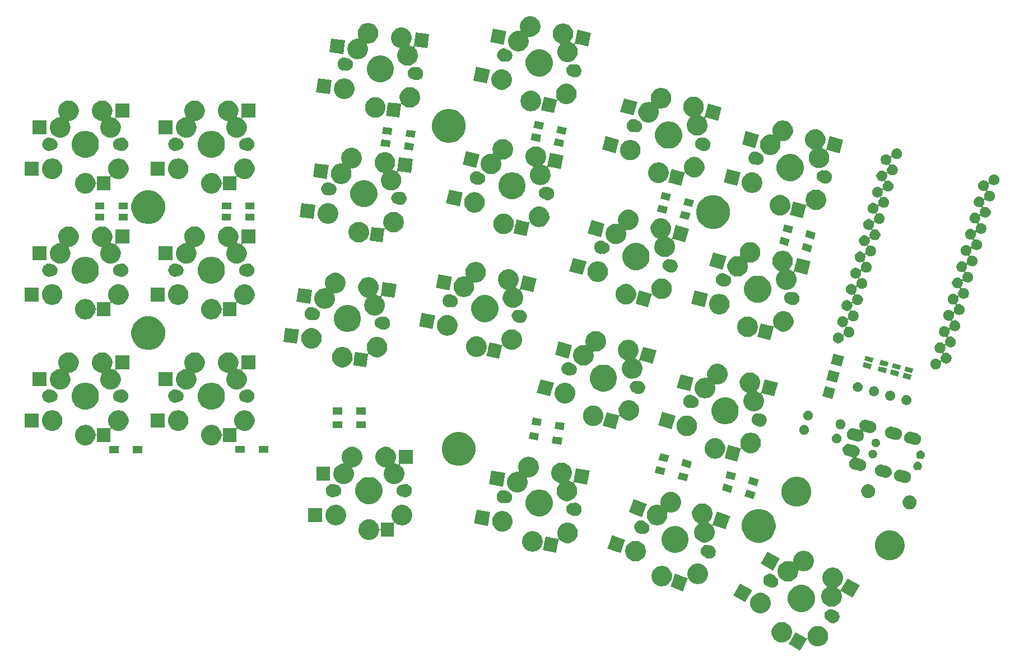
<source format=gbs>
G04 #@! TF.GenerationSoftware,KiCad,Pcbnew,(5.1.2)-1*
G04 #@! TF.CreationDate,2019-05-17T22:53:05+09:00*
G04 #@! TF.ProjectId,adelie,6164656c-6965-42e6-9b69-6361645f7063,rev?*
G04 #@! TF.SameCoordinates,Original*
G04 #@! TF.FileFunction,Soldermask,Bot*
G04 #@! TF.FilePolarity,Negative*
%FSLAX46Y46*%
G04 Gerber Fmt 4.6, Leading zero omitted, Abs format (unit mm)*
G04 Created by KiCad (PCBNEW (5.1.2)-1) date 2019-05-17 22:53:05*
%MOMM*%
%LPD*%
G04 APERTURE LIST*
%ADD10C,0.100000*%
G04 APERTURE END LIST*
D10*
G36*
X206053217Y-148975126D02*
G01*
X206203042Y-149004928D01*
X206485306Y-149121845D01*
X206739337Y-149291583D01*
X206955373Y-149507619D01*
X207125111Y-149761650D01*
X207178642Y-149890887D01*
X207242028Y-150043915D01*
X207301632Y-150343563D01*
X207301632Y-150649085D01*
X207275564Y-150780139D01*
X207242028Y-150948734D01*
X207125111Y-151230998D01*
X206955373Y-151485029D01*
X206739337Y-151701065D01*
X206485306Y-151870803D01*
X206203042Y-151987720D01*
X206053217Y-152017522D01*
X205903393Y-152047324D01*
X205597871Y-152047324D01*
X205448047Y-152017522D01*
X205298222Y-151987720D01*
X205015958Y-151870803D01*
X204761927Y-151701065D01*
X204545891Y-151485029D01*
X204376153Y-151230998D01*
X204291783Y-151027310D01*
X204280232Y-151005699D01*
X204264686Y-150986757D01*
X204245745Y-150971212D01*
X204224134Y-150959661D01*
X204200685Y-150952548D01*
X204176299Y-150950146D01*
X204151913Y-150952548D01*
X204128464Y-150959661D01*
X204106853Y-150971212D01*
X204087911Y-150986758D01*
X204068047Y-151012646D01*
X203086768Y-152712273D01*
X203086767Y-152712273D01*
X201831805Y-151987720D01*
X201352984Y-151711273D01*
X201835812Y-150874990D01*
X201845925Y-150852671D01*
X201851490Y-150828807D01*
X201852291Y-150804316D01*
X201848300Y-150780139D01*
X201839668Y-150757205D01*
X201838155Y-150754771D01*
X201857131Y-150752902D01*
X201880580Y-150745789D01*
X201902191Y-150734238D01*
X201921133Y-150718693D01*
X201940997Y-150692805D01*
X202403985Y-149890887D01*
X204023303Y-150825801D01*
X204045623Y-150835914D01*
X204069487Y-150841479D01*
X204093978Y-150842280D01*
X204118155Y-150838289D01*
X204141089Y-150829657D01*
X204161898Y-150816717D01*
X204179782Y-150799967D01*
X204194055Y-150780049D01*
X204204168Y-150757729D01*
X204209733Y-150733865D01*
X204210534Y-150709374D01*
X204208400Y-150693162D01*
X204200748Y-150654691D01*
X204199632Y-150649084D01*
X204199632Y-150343564D01*
X204259236Y-150043914D01*
X204376153Y-149761650D01*
X204545891Y-149507619D01*
X204761927Y-149291583D01*
X205015958Y-149121845D01*
X205298222Y-149004928D01*
X205448047Y-148975126D01*
X205597871Y-148945324D01*
X205903393Y-148945324D01*
X206053217Y-148975126D01*
X206053217Y-148975126D01*
G37*
G36*
X200623090Y-148380382D02*
G01*
X200772915Y-148410184D01*
X201055179Y-148527101D01*
X201309210Y-148696839D01*
X201525246Y-148912875D01*
X201694984Y-149166906D01*
X201811901Y-149449170D01*
X201871505Y-149748820D01*
X201871505Y-150054340D01*
X201811901Y-150353990D01*
X201717258Y-150582479D01*
X201710148Y-150605919D01*
X201707746Y-150630305D01*
X201710148Y-150654691D01*
X201717261Y-150678140D01*
X201722457Y-150687860D01*
X201719385Y-150687760D01*
X201695208Y-150691751D01*
X201672274Y-150700383D01*
X201651465Y-150713323D01*
X201633581Y-150730073D01*
X201623639Y-150743029D01*
X201525246Y-150890285D01*
X201309210Y-151106321D01*
X201055179Y-151276059D01*
X200772915Y-151392976D01*
X200623090Y-151422778D01*
X200473266Y-151452580D01*
X200167744Y-151452580D01*
X200017920Y-151422778D01*
X199868095Y-151392976D01*
X199585831Y-151276059D01*
X199331800Y-151106321D01*
X199115764Y-150890285D01*
X198946026Y-150636254D01*
X198829109Y-150353990D01*
X198769505Y-150054340D01*
X198769505Y-149748820D01*
X198829109Y-149449170D01*
X198946026Y-149166906D01*
X199115764Y-148912875D01*
X199331800Y-148696839D01*
X199585831Y-148527101D01*
X199868095Y-148410184D01*
X200017920Y-148380382D01*
X200167744Y-148350580D01*
X200473266Y-148350580D01*
X200623090Y-148380382D01*
X200623090Y-148380382D01*
G37*
G36*
X207783426Y-146435957D02*
G01*
X207932726Y-146465654D01*
X208091733Y-146531517D01*
X208115174Y-146538628D01*
X208125051Y-146539601D01*
X208132235Y-146541030D01*
X208325626Y-146579498D01*
X208507796Y-146654956D01*
X208671745Y-146764503D01*
X208811172Y-146903930D01*
X208920719Y-147067879D01*
X208996177Y-147250049D01*
X209034645Y-147443440D01*
X209034645Y-147640620D01*
X208996177Y-147834011D01*
X208920719Y-148016181D01*
X208811172Y-148180130D01*
X208671745Y-148319557D01*
X208507796Y-148429104D01*
X208325626Y-148504562D01*
X208228930Y-148523796D01*
X208132236Y-148543030D01*
X207935054Y-148543030D01*
X207838360Y-148523796D01*
X207741664Y-148504562D01*
X207559494Y-148429104D01*
X207395545Y-148319557D01*
X207256118Y-148180130D01*
X207220480Y-148126793D01*
X207204935Y-148107853D01*
X207186001Y-148092313D01*
X207095560Y-148031883D01*
X206970061Y-147906384D01*
X206871458Y-147758814D01*
X206803538Y-147594842D01*
X206768914Y-147420771D01*
X206768914Y-147243289D01*
X206803538Y-147069218D01*
X206871458Y-146905246D01*
X206970061Y-146757676D01*
X207095560Y-146632177D01*
X207243130Y-146533574D01*
X207407102Y-146465654D01*
X207556402Y-146435957D01*
X207581172Y-146431030D01*
X207758656Y-146431030D01*
X207783426Y-146435957D01*
X207783426Y-146435957D01*
G37*
G36*
X197392963Y-143975126D02*
G01*
X197542788Y-144004928D01*
X197825052Y-144121845D01*
X198079083Y-144291583D01*
X198295119Y-144507619D01*
X198464857Y-144761650D01*
X198561114Y-144994037D01*
X198581774Y-145043915D01*
X198641378Y-145343563D01*
X198641378Y-145649085D01*
X198630839Y-145702066D01*
X198581774Y-145948734D01*
X198464857Y-146230998D01*
X198295119Y-146485029D01*
X198079083Y-146701065D01*
X197825052Y-146870803D01*
X197542788Y-146987720D01*
X197392963Y-147017522D01*
X197243139Y-147047324D01*
X196937617Y-147047324D01*
X196787793Y-147017522D01*
X196637968Y-146987720D01*
X196355704Y-146870803D01*
X196101673Y-146701065D01*
X195885637Y-146485029D01*
X195715899Y-146230998D01*
X195598982Y-145948734D01*
X195549917Y-145702066D01*
X195539378Y-145649085D01*
X195539378Y-145343563D01*
X195598982Y-145043915D01*
X195619642Y-144994037D01*
X195715899Y-144761650D01*
X195885637Y-144507619D01*
X196101673Y-144291583D01*
X196355704Y-144121845D01*
X196637968Y-144004928D01*
X196787793Y-143975126D01*
X196937617Y-143945324D01*
X197243139Y-143945324D01*
X197392963Y-143975126D01*
X197392963Y-143975126D01*
G37*
G36*
X203868759Y-142819848D02*
G01*
X204191863Y-142953682D01*
X204242018Y-142974457D01*
X204577941Y-143198914D01*
X204863621Y-143484594D01*
X205082392Y-143812007D01*
X205088079Y-143820519D01*
X205242687Y-144193776D01*
X205321505Y-144590023D01*
X205321505Y-144994037D01*
X205242687Y-145390284D01*
X205135488Y-145649085D01*
X205088078Y-145763543D01*
X204863621Y-146099466D01*
X204577941Y-146385146D01*
X204242018Y-146609603D01*
X204242017Y-146609604D01*
X204242016Y-146609604D01*
X203868759Y-146764212D01*
X203472512Y-146843030D01*
X203068498Y-146843030D01*
X202672251Y-146764212D01*
X202298994Y-146609604D01*
X202298993Y-146609604D01*
X202298992Y-146609603D01*
X201963069Y-146385146D01*
X201677389Y-146099466D01*
X201452932Y-145763543D01*
X201405522Y-145649085D01*
X201298323Y-145390284D01*
X201219505Y-144994037D01*
X201219505Y-144590023D01*
X201298323Y-144193776D01*
X201452931Y-143820519D01*
X201458619Y-143812007D01*
X201677389Y-143484594D01*
X201963069Y-143198914D01*
X202298992Y-142974457D01*
X202349147Y-142953682D01*
X202672251Y-142819848D01*
X203068498Y-142741030D01*
X203472512Y-142741030D01*
X203868759Y-142819848D01*
X203868759Y-142819848D01*
G37*
G36*
X208312795Y-140141423D02*
G01*
X208462620Y-140171225D01*
X208744884Y-140288142D01*
X208998915Y-140457880D01*
X209214951Y-140673916D01*
X209384689Y-140927947D01*
X209498861Y-141203584D01*
X209501606Y-141210212D01*
X209561210Y-141509860D01*
X209561210Y-141815382D01*
X209545227Y-141895733D01*
X209501606Y-142115031D01*
X209384689Y-142397295D01*
X209214951Y-142651326D01*
X208998915Y-142867362D01*
X208751186Y-143032889D01*
X208732249Y-143048431D01*
X208716704Y-143067372D01*
X208705153Y-143088983D01*
X208698040Y-143112432D01*
X208695638Y-143136818D01*
X208698040Y-143161204D01*
X208705153Y-143184653D01*
X208716704Y-143206264D01*
X208732250Y-143225206D01*
X208751181Y-143240742D01*
X208828767Y-143292584D01*
X209044803Y-143508620D01*
X209050838Y-143517652D01*
X209066374Y-143536583D01*
X209085316Y-143552129D01*
X209106926Y-143563680D01*
X209130375Y-143570794D01*
X209154761Y-143573196D01*
X209179147Y-143570795D01*
X209202596Y-143563682D01*
X209224207Y-143552131D01*
X209243149Y-143536586D01*
X209263015Y-143510696D01*
X210275554Y-141756927D01*
X212095941Y-142807928D01*
X211044940Y-144628315D01*
X209429395Y-143695580D01*
X209407076Y-143685467D01*
X209383212Y-143679902D01*
X209358721Y-143679101D01*
X209334544Y-143683092D01*
X209311610Y-143691724D01*
X209290801Y-143704664D01*
X209272917Y-143721414D01*
X209258644Y-143741333D01*
X209248531Y-143763652D01*
X209242966Y-143787516D01*
X209242165Y-143812007D01*
X209246156Y-143836184D01*
X209251412Y-143851667D01*
X209331458Y-144044916D01*
X209380524Y-144291584D01*
X209391062Y-144344565D01*
X209391062Y-144650085D01*
X209331458Y-144949735D01*
X209214541Y-145231999D01*
X209044803Y-145486030D01*
X208828767Y-145702066D01*
X208574736Y-145871804D01*
X208292472Y-145988721D01*
X208142647Y-146018523D01*
X207992823Y-146048325D01*
X207687301Y-146048325D01*
X207537477Y-146018523D01*
X207387652Y-145988721D01*
X207105388Y-145871804D01*
X206851357Y-145702066D01*
X206635321Y-145486030D01*
X206465583Y-145231999D01*
X206348666Y-144949735D01*
X206289062Y-144650085D01*
X206289062Y-144344565D01*
X206299601Y-144291584D01*
X206348666Y-144044916D01*
X206348666Y-144044915D01*
X206465583Y-143762651D01*
X206635321Y-143508620D01*
X206851357Y-143292584D01*
X207099086Y-143127057D01*
X207118023Y-143111515D01*
X207133568Y-143092574D01*
X207145119Y-143070963D01*
X207152232Y-143047514D01*
X207154634Y-143023128D01*
X207152232Y-142998742D01*
X207145119Y-142975293D01*
X207133568Y-142953682D01*
X207118022Y-142934740D01*
X207099091Y-142919204D01*
X207021505Y-142867362D01*
X206805469Y-142651326D01*
X206635731Y-142397295D01*
X206518814Y-142115031D01*
X206475193Y-141895733D01*
X206459210Y-141815382D01*
X206459210Y-141509860D01*
X206518814Y-141210212D01*
X206521559Y-141203584D01*
X206635731Y-140927947D01*
X206805469Y-140673916D01*
X207021505Y-140457880D01*
X207275536Y-140288142D01*
X207557800Y-140171225D01*
X207707625Y-140141423D01*
X207857449Y-140111621D01*
X208162971Y-140111621D01*
X208312795Y-140141423D01*
X208312795Y-140141423D01*
G37*
G36*
X195841393Y-143561631D02*
G01*
X194790392Y-145382018D01*
X192970005Y-144331017D01*
X194021006Y-142510630D01*
X195841393Y-143561631D01*
X195841393Y-143561631D01*
G37*
G36*
X187894108Y-139527018D02*
G01*
X188057044Y-139559428D01*
X188339308Y-139676345D01*
X188593339Y-139846083D01*
X188809375Y-140062119D01*
X188979113Y-140316150D01*
X189096030Y-140598414D01*
X189111048Y-140673916D01*
X189155634Y-140898063D01*
X189155634Y-141203585D01*
X189126305Y-141351030D01*
X189096030Y-141503234D01*
X188979113Y-141785498D01*
X188809375Y-142039529D01*
X188593339Y-142255565D01*
X188339308Y-142425303D01*
X188057044Y-142542220D01*
X187907219Y-142572022D01*
X187757395Y-142601824D01*
X187451873Y-142601824D01*
X187302049Y-142572022D01*
X187152224Y-142542220D01*
X186869960Y-142425303D01*
X186615929Y-142255565D01*
X186399893Y-142039529D01*
X186257859Y-141826960D01*
X186242323Y-141808029D01*
X186223381Y-141792484D01*
X186201770Y-141780933D01*
X186178321Y-141773820D01*
X186153935Y-141771418D01*
X186129549Y-141773820D01*
X186106100Y-141780933D01*
X186084489Y-141792484D01*
X186065547Y-141808029D01*
X186050002Y-141826971D01*
X186036474Y-141853665D01*
X185366034Y-143695683D01*
X183484770Y-143010959D01*
X183486601Y-143005929D01*
X183816074Y-142100708D01*
X183822157Y-142076971D01*
X183823493Y-142052504D01*
X183820030Y-142028245D01*
X183811901Y-142005129D01*
X183799418Y-141984043D01*
X183788261Y-141971598D01*
X183799454Y-141970495D01*
X183822903Y-141963382D01*
X183844514Y-141951831D01*
X183863456Y-141936286D01*
X183879001Y-141917344D01*
X183892529Y-141890650D01*
X183922601Y-141808029D01*
X184203696Y-141035725D01*
X185957263Y-141673971D01*
X185980992Y-141680052D01*
X186005459Y-141681388D01*
X186029717Y-141677925D01*
X186052834Y-141669796D01*
X186073920Y-141657313D01*
X186092166Y-141640956D01*
X186106870Y-141621354D01*
X186117468Y-141599260D01*
X186123551Y-141575523D01*
X186124887Y-141551056D01*
X186121424Y-141526798D01*
X186115491Y-141508674D01*
X186113238Y-141503236D01*
X186053634Y-141203585D01*
X186053634Y-140898063D01*
X186098220Y-140673916D01*
X186113238Y-140598414D01*
X186230155Y-140316150D01*
X186399893Y-140062119D01*
X186615929Y-139846083D01*
X186869960Y-139676345D01*
X187152224Y-139559428D01*
X187315160Y-139527018D01*
X187451873Y-139499824D01*
X187757395Y-139499824D01*
X187894108Y-139527018D01*
X187894108Y-139527018D01*
G37*
G36*
X198702650Y-141060264D02*
G01*
X198799346Y-141079498D01*
X198981516Y-141154956D01*
X199145465Y-141264503D01*
X199284892Y-141403930D01*
X199284893Y-141403932D01*
X199320529Y-141457265D01*
X199336075Y-141476207D01*
X199355009Y-141491747D01*
X199445450Y-141552177D01*
X199570949Y-141677676D01*
X199669552Y-141825246D01*
X199737472Y-141989218D01*
X199759648Y-142100708D01*
X199768005Y-142142719D01*
X199772096Y-142163289D01*
X199772096Y-142340771D01*
X199737472Y-142514842D01*
X199669552Y-142678814D01*
X199570949Y-142826384D01*
X199445450Y-142951883D01*
X199297880Y-143050486D01*
X199133908Y-143118406D01*
X198984608Y-143148103D01*
X198959838Y-143153030D01*
X198782354Y-143153030D01*
X198757584Y-143148103D01*
X198608284Y-143118406D01*
X198449277Y-143052543D01*
X198425836Y-143045432D01*
X198415959Y-143044459D01*
X198408775Y-143043030D01*
X198215384Y-143004562D01*
X198033214Y-142929104D01*
X197869265Y-142819557D01*
X197729838Y-142680130D01*
X197620291Y-142516181D01*
X197544833Y-142334011D01*
X197506783Y-142142721D01*
X197506365Y-142140621D01*
X197506365Y-141943439D01*
X197540105Y-141773820D01*
X197544833Y-141750049D01*
X197620291Y-141567879D01*
X197729838Y-141403930D01*
X197869265Y-141264503D01*
X198033214Y-141154956D01*
X198215384Y-141079498D01*
X198312080Y-141060264D01*
X198408774Y-141041030D01*
X198605956Y-141041030D01*
X198702650Y-141060264D01*
X198702650Y-141060264D01*
G37*
G36*
X182456311Y-139886849D02*
G01*
X182606136Y-139916651D01*
X182888400Y-140033568D01*
X183142431Y-140203306D01*
X183358467Y-140419342D01*
X183528205Y-140673373D01*
X183633652Y-140927947D01*
X183645122Y-140955638D01*
X183704726Y-141255286D01*
X183704726Y-141560808D01*
X183652471Y-141823512D01*
X183650069Y-141847898D01*
X183652471Y-141872284D01*
X183659584Y-141895733D01*
X183671135Y-141917344D01*
X183685002Y-141934241D01*
X183668902Y-141936539D01*
X183645786Y-141944668D01*
X183624700Y-141957151D01*
X183606454Y-141973508D01*
X183591750Y-141993110D01*
X183583131Y-142010116D01*
X183528205Y-142142721D01*
X183358467Y-142396752D01*
X183142431Y-142612788D01*
X182888400Y-142782526D01*
X182606136Y-142899443D01*
X182506836Y-142919195D01*
X182306487Y-142959047D01*
X182000965Y-142959047D01*
X181800616Y-142919195D01*
X181701316Y-142899443D01*
X181419052Y-142782526D01*
X181165021Y-142612788D01*
X180948985Y-142396752D01*
X180779247Y-142142721D01*
X180662330Y-141860457D01*
X180618669Y-141640956D01*
X180602726Y-141560808D01*
X180602726Y-141255286D01*
X180662330Y-140955638D01*
X180673800Y-140927947D01*
X180779247Y-140673373D01*
X180948985Y-140419342D01*
X181165021Y-140203306D01*
X181419052Y-140033568D01*
X181701316Y-139916651D01*
X181851141Y-139886849D01*
X182000965Y-139857047D01*
X182306487Y-139857047D01*
X182456311Y-139886849D01*
X182456311Y-139886849D01*
G37*
G36*
X203913385Y-137601423D02*
G01*
X204063210Y-137631225D01*
X204345474Y-137748142D01*
X204599505Y-137917880D01*
X204815541Y-138133916D01*
X204985279Y-138387947D01*
X205086388Y-138632047D01*
X205102196Y-138670212D01*
X205161800Y-138969860D01*
X205161800Y-139275382D01*
X205159760Y-139285639D01*
X205102196Y-139575031D01*
X204985279Y-139857295D01*
X204815541Y-140111326D01*
X204599505Y-140327362D01*
X204345474Y-140497100D01*
X204063210Y-140614017D01*
X203913385Y-140643819D01*
X203763561Y-140673621D01*
X203458039Y-140673621D01*
X203308215Y-140643819D01*
X203158390Y-140614017D01*
X202964779Y-140533821D01*
X202941333Y-140526709D01*
X202916947Y-140524307D01*
X202892561Y-140526709D01*
X202869112Y-140533822D01*
X202847501Y-140545373D01*
X202828559Y-140560918D01*
X202813014Y-140579860D01*
X202801463Y-140601471D01*
X202794350Y-140624920D01*
X202791948Y-140649306D01*
X202791948Y-140840086D01*
X202780415Y-140898064D01*
X202732344Y-141139735D01*
X202615427Y-141421999D01*
X202445689Y-141676030D01*
X202229653Y-141892066D01*
X201975622Y-142061804D01*
X201693358Y-142178721D01*
X201543533Y-142208523D01*
X201393709Y-142238325D01*
X201088187Y-142238325D01*
X200938363Y-142208523D01*
X200788538Y-142178721D01*
X200506274Y-142061804D01*
X200252243Y-141892066D01*
X200036207Y-141676030D01*
X199866469Y-141421999D01*
X199749552Y-141139735D01*
X199701481Y-140898064D01*
X199689948Y-140840086D01*
X199689948Y-140534564D01*
X199749552Y-140234916D01*
X199749552Y-140234915D01*
X199866469Y-139952651D01*
X200036207Y-139698620D01*
X200252243Y-139482584D01*
X200506274Y-139312846D01*
X200788538Y-139195929D01*
X200965948Y-139160640D01*
X201088187Y-139136325D01*
X201393709Y-139136325D01*
X201515948Y-139160640D01*
X201693358Y-139195929D01*
X201886969Y-139276125D01*
X201910415Y-139283237D01*
X201934801Y-139285639D01*
X201959187Y-139283237D01*
X201982636Y-139276124D01*
X202004247Y-139264573D01*
X202023189Y-139249028D01*
X202038734Y-139230086D01*
X202050285Y-139208475D01*
X202057398Y-139185026D01*
X202059800Y-139160640D01*
X202059800Y-138969860D01*
X202119404Y-138670212D01*
X202135212Y-138632047D01*
X202236321Y-138387947D01*
X202406059Y-138133916D01*
X202622095Y-137917880D01*
X202876126Y-137748142D01*
X203158390Y-137631225D01*
X203308215Y-137601423D01*
X203458039Y-137571621D01*
X203763561Y-137571621D01*
X203913385Y-137601423D01*
X203913385Y-137601423D01*
G37*
G36*
X200000624Y-138757632D02*
G01*
X198949623Y-140578019D01*
X197129236Y-139527018D01*
X198180237Y-137706631D01*
X200000624Y-138757632D01*
X200000624Y-138757632D01*
G37*
G36*
X178426044Y-136092667D02*
G01*
X178660117Y-136139227D01*
X178942381Y-136256144D01*
X179196412Y-136425882D01*
X179412448Y-136641918D01*
X179582186Y-136895949D01*
X179696238Y-137171297D01*
X179699103Y-137178214D01*
X179758707Y-137477862D01*
X179758707Y-137783384D01*
X179732554Y-137914861D01*
X179699103Y-138083033D01*
X179582186Y-138365297D01*
X179412448Y-138619328D01*
X179196412Y-138835364D01*
X178942381Y-139005102D01*
X178660117Y-139122019D01*
X178510292Y-139151821D01*
X178360468Y-139181623D01*
X178054946Y-139181623D01*
X177905122Y-139151821D01*
X177755297Y-139122019D01*
X177473033Y-139005102D01*
X177219002Y-138835364D01*
X177002966Y-138619328D01*
X176833228Y-138365297D01*
X176716311Y-138083033D01*
X176682860Y-137914861D01*
X176656707Y-137783384D01*
X176656707Y-137477862D01*
X176716311Y-137178214D01*
X176719176Y-137171297D01*
X176833228Y-136895949D01*
X177002966Y-136641918D01*
X177219002Y-136425882D01*
X177473033Y-136256144D01*
X177755297Y-136139227D01*
X177989370Y-136092667D01*
X178054946Y-136079623D01*
X178360468Y-136079623D01*
X178426044Y-136092667D01*
X178426044Y-136092667D01*
G37*
G36*
X216847001Y-134502337D02*
G01*
X217261393Y-134584764D01*
X217671049Y-134754449D01*
X218039729Y-135000794D01*
X218353266Y-135314331D01*
X218599611Y-135683011D01*
X218769296Y-136092667D01*
X218830772Y-136401730D01*
X218852552Y-136511224D01*
X218855800Y-136527556D01*
X218855800Y-136970964D01*
X218769296Y-137405853D01*
X218599611Y-137815509D01*
X218353266Y-138184189D01*
X218039729Y-138497726D01*
X217671049Y-138744071D01*
X217261393Y-138913756D01*
X216880680Y-138989484D01*
X216826505Y-139000260D01*
X216383095Y-139000260D01*
X216328920Y-138989484D01*
X215948207Y-138913756D01*
X215538551Y-138744071D01*
X215169871Y-138497726D01*
X214856334Y-138184189D01*
X214609989Y-137815509D01*
X214440304Y-137405853D01*
X214353800Y-136970964D01*
X214353800Y-136527556D01*
X214357049Y-136511224D01*
X214378828Y-136401730D01*
X214440304Y-136092667D01*
X214609989Y-135683011D01*
X214856334Y-135314331D01*
X215169871Y-135000794D01*
X215538551Y-134754449D01*
X215948207Y-134584764D01*
X216362599Y-134502337D01*
X216383095Y-134498260D01*
X216826505Y-134498260D01*
X216847001Y-134502337D01*
X216847001Y-134502337D01*
G37*
G36*
X189069850Y-136707449D02*
G01*
X189208096Y-136734947D01*
X189208100Y-136734948D01*
X189209354Y-136735198D01*
X189230359Y-136741570D01*
X189254745Y-136743972D01*
X189438545Y-136743972D01*
X189535239Y-136763206D01*
X189631935Y-136782440D01*
X189814105Y-136857898D01*
X189978054Y-136967445D01*
X190117481Y-137106872D01*
X190227028Y-137270821D01*
X190302486Y-137452991D01*
X190340954Y-137646382D01*
X190340954Y-137843562D01*
X190302486Y-138036953D01*
X190227028Y-138219123D01*
X190117481Y-138383072D01*
X189978054Y-138522499D01*
X189814105Y-138632046D01*
X189631935Y-138707504D01*
X189535239Y-138726738D01*
X189438545Y-138745972D01*
X189241363Y-138745972D01*
X189144669Y-138726738D01*
X189047973Y-138707504D01*
X188865803Y-138632046D01*
X188701854Y-138522499D01*
X188639584Y-138460229D01*
X188620648Y-138444689D01*
X188599044Y-138433142D01*
X188518500Y-138399779D01*
X188370930Y-138301176D01*
X188245431Y-138175677D01*
X188146828Y-138028107D01*
X188078908Y-137864135D01*
X188044284Y-137690064D01*
X188044284Y-137512582D01*
X188078908Y-137338511D01*
X188146828Y-137174539D01*
X188245431Y-137026969D01*
X188370930Y-136901470D01*
X188518500Y-136802867D01*
X188682472Y-136734947D01*
X188831772Y-136705250D01*
X188856542Y-136700323D01*
X189034026Y-136700323D01*
X189069850Y-136707449D01*
X189069850Y-136707449D01*
G37*
G36*
X175052590Y-135363804D02*
G01*
X176641740Y-135942207D01*
X176641740Y-135942208D01*
X176452509Y-136462115D01*
X175922814Y-137917441D01*
X175922813Y-137917441D01*
X175298103Y-137690065D01*
X173947580Y-137198515D01*
X173956306Y-137174541D01*
X174221053Y-136447154D01*
X174666506Y-135223281D01*
X174666507Y-135223281D01*
X175052590Y-135363804D01*
X175052590Y-135363804D01*
G37*
G36*
X184769899Y-133891679D02*
G01*
X185141169Y-134045464D01*
X185143158Y-134046288D01*
X185479081Y-134270745D01*
X185764761Y-134556425D01*
X185974169Y-134869825D01*
X185989219Y-134892350D01*
X186143827Y-135265607D01*
X186222645Y-135661854D01*
X186222645Y-136065868D01*
X186143827Y-136462115D01*
X186045158Y-136700323D01*
X185989218Y-136835374D01*
X185764761Y-137171297D01*
X185479081Y-137456977D01*
X185143158Y-137681434D01*
X185143157Y-137681435D01*
X185143156Y-137681435D01*
X184769899Y-137836043D01*
X184373652Y-137914861D01*
X183969638Y-137914861D01*
X183573391Y-137836043D01*
X183200134Y-137681435D01*
X183200133Y-137681435D01*
X183200132Y-137681434D01*
X182864209Y-137456977D01*
X182578529Y-137171297D01*
X182354072Y-136835374D01*
X182298132Y-136700323D01*
X182199463Y-136462115D01*
X182120645Y-136065868D01*
X182120645Y-135661854D01*
X182199463Y-135265607D01*
X182354071Y-134892350D01*
X182369122Y-134869825D01*
X182578529Y-134556425D01*
X182864209Y-134270745D01*
X183200132Y-134046288D01*
X183202121Y-134045464D01*
X183573391Y-133891679D01*
X183969638Y-133812861D01*
X184373652Y-133812861D01*
X184769899Y-133891679D01*
X184769899Y-133891679D01*
G37*
G36*
X168202994Y-133338452D02*
G01*
X168376397Y-133372944D01*
X168658661Y-133489861D01*
X168912692Y-133659599D01*
X169128728Y-133875635D01*
X169298466Y-134129666D01*
X169415383Y-134411930D01*
X169442095Y-134546219D01*
X169474987Y-134711579D01*
X169474987Y-135017101D01*
X169456553Y-135109772D01*
X169415383Y-135316750D01*
X169298466Y-135599014D01*
X169128728Y-135853045D01*
X168912692Y-136069081D01*
X168658661Y-136238819D01*
X168376397Y-136355736D01*
X168318547Y-136367243D01*
X168076748Y-136415340D01*
X167771226Y-136415340D01*
X167529427Y-136367243D01*
X167471577Y-136355736D01*
X167189313Y-136238819D01*
X166935282Y-136069081D01*
X166729979Y-135863778D01*
X166711048Y-135848242D01*
X166689437Y-135836691D01*
X166665988Y-135829578D01*
X166641602Y-135827176D01*
X166617216Y-135829578D01*
X166593767Y-135836691D01*
X166572156Y-135848242D01*
X166553214Y-135863787D01*
X166537669Y-135882729D01*
X166526118Y-135904340D01*
X166518503Y-135930465D01*
X166204074Y-137713676D01*
X166178671Y-137857746D01*
X164207086Y-137510102D01*
X164265607Y-137178213D01*
X164370511Y-136583273D01*
X164372380Y-136558840D01*
X164369447Y-136534512D01*
X164361824Y-136511224D01*
X164349804Y-136489871D01*
X164333849Y-136471272D01*
X164314573Y-136456144D01*
X164292715Y-136445067D01*
X164269117Y-136438467D01*
X164244684Y-136436598D01*
X164220356Y-136439531D01*
X164197068Y-136447154D01*
X164175715Y-136459174D01*
X164157116Y-136475129D01*
X164141988Y-136494405D01*
X164130911Y-136516263D01*
X164124815Y-136537178D01*
X164109318Y-136615086D01*
X163992401Y-136897350D01*
X163822663Y-137151381D01*
X163606627Y-137367417D01*
X163352596Y-137537155D01*
X163070332Y-137654072D01*
X162932774Y-137681434D01*
X162770683Y-137713676D01*
X162465161Y-137713676D01*
X162303070Y-137681434D01*
X162165512Y-137654072D01*
X161883248Y-137537155D01*
X161629217Y-137367417D01*
X161413181Y-137151381D01*
X161243443Y-136897350D01*
X161126526Y-136615086D01*
X161086794Y-136415340D01*
X161066922Y-136315437D01*
X161066922Y-136009915D01*
X161103271Y-135827176D01*
X161126526Y-135710266D01*
X161243443Y-135428002D01*
X161413181Y-135173971D01*
X161629217Y-134957935D01*
X161883248Y-134788197D01*
X162165512Y-134671280D01*
X162315337Y-134641478D01*
X162465161Y-134611676D01*
X162770683Y-134611676D01*
X162920507Y-134641478D01*
X163070332Y-134671280D01*
X163352596Y-134788197D01*
X163606627Y-134957935D01*
X163822663Y-135173971D01*
X163992401Y-135428002D01*
X164109318Y-135710266D01*
X164132573Y-135827176D01*
X164168922Y-136009915D01*
X164168922Y-136297797D01*
X164171324Y-136322183D01*
X164178437Y-136345632D01*
X164189988Y-136367243D01*
X164205533Y-136386185D01*
X164224475Y-136401730D01*
X164246086Y-136413281D01*
X164269535Y-136420394D01*
X164293921Y-136422796D01*
X164318307Y-136420394D01*
X164341756Y-136413281D01*
X164363367Y-136401730D01*
X164382309Y-136386185D01*
X164397854Y-136367243D01*
X164409405Y-136345632D01*
X164417021Y-136319503D01*
X164572095Y-135440036D01*
X166409897Y-135764090D01*
X166434325Y-135765959D01*
X166458653Y-135763026D01*
X166481941Y-135755403D01*
X166503294Y-135743383D01*
X166521893Y-135727428D01*
X166537021Y-135708152D01*
X166548098Y-135686294D01*
X166554698Y-135662696D01*
X166556567Y-135638263D01*
X166553634Y-135613935D01*
X166547085Y-135593164D01*
X166432591Y-135316750D01*
X166391421Y-135109772D01*
X166372987Y-135017101D01*
X166372987Y-134711579D01*
X166405879Y-134546219D01*
X166432591Y-134411930D01*
X166549508Y-134129666D01*
X166719246Y-133875635D01*
X166935282Y-133659599D01*
X167189313Y-133489861D01*
X167471577Y-133372944D01*
X167644980Y-133338452D01*
X167771226Y-133313340D01*
X168076748Y-133313340D01*
X168202994Y-133338452D01*
X168202994Y-133338452D01*
G37*
G36*
X197566638Y-131349153D02*
G01*
X198030890Y-131541452D01*
X198030892Y-131541453D01*
X198448708Y-131820629D01*
X198804031Y-132175952D01*
X198961328Y-132411364D01*
X199083208Y-132593770D01*
X199275507Y-133058022D01*
X199373540Y-133550867D01*
X199373540Y-134053373D01*
X199275507Y-134546218D01*
X199104968Y-134957936D01*
X199083207Y-135010472D01*
X198804031Y-135428288D01*
X198448708Y-135783611D01*
X198030892Y-136062787D01*
X198030891Y-136062788D01*
X198030890Y-136062788D01*
X197566638Y-136255087D01*
X197073793Y-136353120D01*
X196571287Y-136353120D01*
X196078442Y-136255087D01*
X195614190Y-136062788D01*
X195614189Y-136062788D01*
X195614188Y-136062787D01*
X195196372Y-135783611D01*
X194841049Y-135428288D01*
X194561873Y-135010472D01*
X194540112Y-134957936D01*
X194369573Y-134546218D01*
X194271540Y-134053373D01*
X194271540Y-133550867D01*
X194369573Y-133058022D01*
X194561872Y-132593770D01*
X194683752Y-132411364D01*
X194841049Y-132175952D01*
X195196372Y-131820629D01*
X195614188Y-131541453D01*
X195614190Y-131541452D01*
X196078442Y-131349153D01*
X196571287Y-131251120D01*
X197073793Y-131251120D01*
X197566638Y-131349153D01*
X197566638Y-131349153D01*
G37*
G36*
X188510755Y-130420300D02*
G01*
X188748337Y-130467558D01*
X189030601Y-130584475D01*
X189284632Y-130754213D01*
X189500668Y-130970249D01*
X189670406Y-131224280D01*
X189787323Y-131506544D01*
X189794267Y-131541453D01*
X189846927Y-131806193D01*
X189846927Y-132111715D01*
X189835356Y-132169884D01*
X189787323Y-132411364D01*
X189670406Y-132693628D01*
X189500668Y-132947659D01*
X189284632Y-133163695D01*
X189282556Y-133165082D01*
X189263624Y-133180619D01*
X189248078Y-133199561D01*
X189236527Y-133221171D01*
X189229413Y-133244620D01*
X189227011Y-133269006D01*
X189229412Y-133293392D01*
X189236525Y-133316841D01*
X189248076Y-133338452D01*
X189263621Y-133357394D01*
X189282563Y-133372940D01*
X189304168Y-133384488D01*
X189355279Y-133405659D01*
X189609310Y-133575397D01*
X189643759Y-133609846D01*
X189662690Y-133625382D01*
X189684301Y-133636933D01*
X189707750Y-133644046D01*
X189732136Y-133646448D01*
X189756522Y-133644046D01*
X189779971Y-133636933D01*
X189801582Y-133625382D01*
X189820524Y-133609837D01*
X189836069Y-133590895D01*
X189849597Y-133564201D01*
X190190525Y-132627510D01*
X190543232Y-131658455D01*
X190543233Y-131658455D01*
X190988802Y-131820629D01*
X192518466Y-132377381D01*
X192518466Y-132377382D01*
X192486873Y-132464183D01*
X191799540Y-134352615D01*
X191799539Y-134352615D01*
X190618330Y-133922690D01*
X190045246Y-133714104D01*
X190021511Y-133708022D01*
X189997044Y-133706686D01*
X189972786Y-133710149D01*
X189949669Y-133718278D01*
X189928583Y-133730761D01*
X189910337Y-133747118D01*
X189895633Y-133766720D01*
X189885035Y-133788814D01*
X189878952Y-133812551D01*
X189877616Y-133837018D01*
X189881079Y-133861276D01*
X189889208Y-133884393D01*
X189898556Y-133901000D01*
X189995084Y-134045464D01*
X190112001Y-134327728D01*
X190133285Y-134434732D01*
X190155462Y-134546219D01*
X190171605Y-134627378D01*
X190171605Y-134932898D01*
X190112001Y-135232548D01*
X189995084Y-135514812D01*
X189825346Y-135768843D01*
X189609310Y-135984879D01*
X189355279Y-136154617D01*
X189073015Y-136271534D01*
X188940982Y-136297797D01*
X188773366Y-136331138D01*
X188467844Y-136331138D01*
X188300228Y-136297797D01*
X188168195Y-136271534D01*
X187885931Y-136154617D01*
X187631900Y-135984879D01*
X187415864Y-135768843D01*
X187246126Y-135514812D01*
X187129209Y-135232548D01*
X187069605Y-134932898D01*
X187069605Y-134627378D01*
X187085749Y-134546219D01*
X187107925Y-134434732D01*
X187129209Y-134327728D01*
X187246126Y-134045464D01*
X187415864Y-133791433D01*
X187631900Y-133575397D01*
X187633976Y-133574010D01*
X187652908Y-133558473D01*
X187668454Y-133539531D01*
X187680005Y-133517921D01*
X187687119Y-133494472D01*
X187689521Y-133470086D01*
X187687120Y-133445700D01*
X187680007Y-133422251D01*
X187668456Y-133400640D01*
X187652911Y-133381698D01*
X187633969Y-133366152D01*
X187612364Y-133354604D01*
X187561253Y-133333433D01*
X187307222Y-133163695D01*
X187091186Y-132947659D01*
X186921448Y-132693628D01*
X186804531Y-132411364D01*
X186756498Y-132169884D01*
X186744927Y-132111715D01*
X186744927Y-131806193D01*
X186797587Y-131541453D01*
X186804531Y-131506544D01*
X186921448Y-131224280D01*
X187091186Y-130970249D01*
X187307222Y-130754213D01*
X187561253Y-130584475D01*
X187843517Y-130467558D01*
X188081099Y-130420300D01*
X188143166Y-130407954D01*
X188448688Y-130407954D01*
X188510755Y-130420300D01*
X188510755Y-130420300D01*
G37*
G36*
X143118545Y-130636708D02*
G01*
X143354810Y-130683704D01*
X143637074Y-130800621D01*
X143891105Y-130970359D01*
X144107141Y-131186395D01*
X144276879Y-131440426D01*
X144393796Y-131722690D01*
X144410924Y-131808797D01*
X144453400Y-132022339D01*
X144453400Y-132327861D01*
X144440406Y-132393184D01*
X144393796Y-132627510D01*
X144276879Y-132909774D01*
X144107141Y-133163805D01*
X143891105Y-133379841D01*
X143637074Y-133549579D01*
X143354810Y-133666496D01*
X143232781Y-133690769D01*
X143055161Y-133726100D01*
X142749639Y-133726100D01*
X142572019Y-133690769D01*
X142449990Y-133666496D01*
X142167726Y-133549579D01*
X141913695Y-133379841D01*
X141913690Y-133379836D01*
X141910062Y-133377412D01*
X141897845Y-133367386D01*
X141876234Y-133355835D01*
X141852785Y-133348722D01*
X141828399Y-133346320D01*
X141804013Y-133348722D01*
X141780564Y-133355835D01*
X141758953Y-133367386D01*
X141740011Y-133382931D01*
X141724466Y-133401873D01*
X141712915Y-133423484D01*
X141705802Y-133446933D01*
X141703400Y-133471319D01*
X141703400Y-135426100D01*
X139701400Y-135426100D01*
X139701400Y-134550216D01*
X139698998Y-134525830D01*
X139691885Y-134502381D01*
X139680334Y-134480770D01*
X139664789Y-134461828D01*
X139645847Y-134446283D01*
X139624236Y-134434732D01*
X139600787Y-134427619D01*
X139576401Y-134425217D01*
X139552015Y-134427619D01*
X139528566Y-134434732D01*
X139506955Y-134446283D01*
X139488013Y-134461828D01*
X139472468Y-134480770D01*
X139460917Y-134502381D01*
X139453804Y-134525830D01*
X139448363Y-134553183D01*
X139393796Y-134827510D01*
X139276879Y-135109774D01*
X139107141Y-135363805D01*
X138891105Y-135579841D01*
X138637074Y-135749579D01*
X138354810Y-135866496D01*
X138273201Y-135882729D01*
X138055161Y-135926100D01*
X137749639Y-135926100D01*
X137531599Y-135882729D01*
X137449990Y-135866496D01*
X137167726Y-135749579D01*
X136913695Y-135579841D01*
X136697659Y-135363805D01*
X136527921Y-135109774D01*
X136411004Y-134827510D01*
X136356437Y-134553183D01*
X136351400Y-134527861D01*
X136351400Y-134222339D01*
X136386583Y-134045464D01*
X136411004Y-133922690D01*
X136527921Y-133640426D01*
X136697659Y-133386395D01*
X136913695Y-133170359D01*
X137167726Y-133000621D01*
X137449990Y-132883704D01*
X137599815Y-132853902D01*
X137749639Y-132824100D01*
X138055161Y-132824100D01*
X138204985Y-132853902D01*
X138354810Y-132883704D01*
X138637074Y-133000621D01*
X138891105Y-133170359D01*
X139107141Y-133386395D01*
X139276879Y-133640426D01*
X139393796Y-133922690D01*
X139418217Y-134045464D01*
X139453804Y-134224370D01*
X139460917Y-134247819D01*
X139472468Y-134269430D01*
X139488013Y-134288372D01*
X139506955Y-134303917D01*
X139528566Y-134315468D01*
X139552015Y-134322581D01*
X139576401Y-134324983D01*
X139600787Y-134322581D01*
X139624236Y-134315468D01*
X139645847Y-134303917D01*
X139664789Y-134288372D01*
X139680334Y-134269430D01*
X139691885Y-134247819D01*
X139698998Y-134224370D01*
X139701400Y-134199984D01*
X139701400Y-133324100D01*
X141570909Y-133324100D01*
X141595295Y-133321698D01*
X141618744Y-133314585D01*
X141640355Y-133303034D01*
X141659297Y-133287489D01*
X141674842Y-133268547D01*
X141686393Y-133246936D01*
X141693506Y-133223487D01*
X141695908Y-133199101D01*
X141693506Y-133174715D01*
X141686393Y-133151266D01*
X141674847Y-133129665D01*
X141527921Y-132909774D01*
X141411004Y-132627510D01*
X141364394Y-132393184D01*
X141351400Y-132327861D01*
X141351400Y-132022339D01*
X141393876Y-131808797D01*
X141411004Y-131722690D01*
X141527921Y-131440426D01*
X141697659Y-131186395D01*
X141913695Y-130970359D01*
X142167726Y-130800621D01*
X142449990Y-130683704D01*
X142686255Y-130636708D01*
X142749639Y-130624100D01*
X143055161Y-130624100D01*
X143118545Y-130636708D01*
X143118545Y-130636708D01*
G37*
G36*
X179196797Y-133000621D02*
G01*
X179295317Y-133020218D01*
X179477487Y-133095676D01*
X179641436Y-133205223D01*
X179703706Y-133267493D01*
X179722642Y-133283033D01*
X179744246Y-133294580D01*
X179824790Y-133327943D01*
X179972360Y-133426546D01*
X180097859Y-133552045D01*
X180196462Y-133699615D01*
X180264382Y-133863587D01*
X180299006Y-134037658D01*
X180299006Y-134215140D01*
X180264382Y-134389211D01*
X180196462Y-134553183D01*
X180097859Y-134700753D01*
X179972360Y-134826252D01*
X179824790Y-134924855D01*
X179660818Y-134992775D01*
X179511518Y-135022472D01*
X179486748Y-135027399D01*
X179309264Y-135027399D01*
X179273440Y-135020273D01*
X179135194Y-134992775D01*
X179135190Y-134992774D01*
X179133936Y-134992524D01*
X179112931Y-134986152D01*
X179088545Y-134983750D01*
X178904745Y-134983750D01*
X178774966Y-134957935D01*
X178711355Y-134945282D01*
X178529185Y-134869824D01*
X178365236Y-134760277D01*
X178225809Y-134620850D01*
X178116262Y-134456901D01*
X178040804Y-134274731D01*
X178002336Y-134081340D01*
X178002336Y-133884160D01*
X178004032Y-133875636D01*
X178025696Y-133766720D01*
X178040804Y-133690769D01*
X178116262Y-133508599D01*
X178225809Y-133344650D01*
X178365236Y-133205223D01*
X178529185Y-133095676D01*
X178711355Y-133020218D01*
X178809875Y-133000621D01*
X178904745Y-132981750D01*
X179101927Y-132981750D01*
X179196797Y-133000621D01*
X179196797Y-133000621D01*
G37*
G36*
X158378494Y-131606660D02*
G01*
X158528319Y-131636462D01*
X158810583Y-131753379D01*
X159064614Y-131923117D01*
X159280650Y-132139153D01*
X159450388Y-132393184D01*
X159567305Y-132675448D01*
X159567305Y-132675449D01*
X159626909Y-132975097D01*
X159626909Y-133280619D01*
X159603035Y-133400640D01*
X159567305Y-133580268D01*
X159450388Y-133862532D01*
X159280650Y-134116563D01*
X159064614Y-134332599D01*
X158810583Y-134502337D01*
X158528319Y-134619254D01*
X158378494Y-134649056D01*
X158228670Y-134678858D01*
X157923148Y-134678858D01*
X157773324Y-134649056D01*
X157623499Y-134619254D01*
X157341235Y-134502337D01*
X157087204Y-134332599D01*
X156871168Y-134116563D01*
X156701430Y-133862532D01*
X156584513Y-133580268D01*
X156548783Y-133400640D01*
X156524909Y-133280619D01*
X156524909Y-132975097D01*
X156584513Y-132675449D01*
X156584513Y-132675448D01*
X156701430Y-132393184D01*
X156871168Y-132139153D01*
X157087204Y-131923117D01*
X157341235Y-131753379D01*
X157623499Y-131636462D01*
X157773324Y-131606660D01*
X157923148Y-131576858D01*
X158228670Y-131576858D01*
X158378494Y-131606660D01*
X158378494Y-131606660D01*
G37*
G36*
X156240542Y-131737019D02*
G01*
X155875534Y-133807085D01*
X153805468Y-133442077D01*
X154170476Y-131372011D01*
X156240542Y-131737019D01*
X156240542Y-131737019D01*
G37*
G36*
X133118545Y-130636708D02*
G01*
X133354810Y-130683704D01*
X133637074Y-130800621D01*
X133891105Y-130970359D01*
X134107141Y-131186395D01*
X134276879Y-131440426D01*
X134393796Y-131722690D01*
X134410924Y-131808797D01*
X134453400Y-132022339D01*
X134453400Y-132327861D01*
X134440406Y-132393184D01*
X134393796Y-132627510D01*
X134276879Y-132909774D01*
X134107141Y-133163805D01*
X133891105Y-133379841D01*
X133637074Y-133549579D01*
X133354810Y-133666496D01*
X133232781Y-133690769D01*
X133055161Y-133726100D01*
X132749639Y-133726100D01*
X132572019Y-133690769D01*
X132449990Y-133666496D01*
X132167726Y-133549579D01*
X131913695Y-133379841D01*
X131697659Y-133163805D01*
X131527921Y-132909774D01*
X131411004Y-132627510D01*
X131364394Y-132393184D01*
X131351400Y-132327861D01*
X131351400Y-132022339D01*
X131393876Y-131808797D01*
X131411004Y-131722690D01*
X131527921Y-131440426D01*
X131697659Y-131186395D01*
X131913695Y-130970359D01*
X132167726Y-130800621D01*
X132449990Y-130683704D01*
X132686255Y-130636708D01*
X132749639Y-130624100D01*
X133055161Y-130624100D01*
X133118545Y-130636708D01*
X133118545Y-130636708D01*
G37*
G36*
X183824873Y-128700293D02*
G01*
X183974698Y-128730095D01*
X184256962Y-128847012D01*
X184510993Y-129016750D01*
X184727029Y-129232786D01*
X184896767Y-129486817D01*
X185007460Y-129754055D01*
X185013684Y-129769082D01*
X185073288Y-130068730D01*
X185073288Y-130374252D01*
X185058761Y-130447282D01*
X185013684Y-130673901D01*
X184896767Y-130956165D01*
X184727029Y-131210196D01*
X184510993Y-131426232D01*
X184256962Y-131595970D01*
X183974698Y-131712887D01*
X183880460Y-131731632D01*
X183675049Y-131772491D01*
X183369527Y-131772491D01*
X183128356Y-131724519D01*
X183103970Y-131722117D01*
X183079584Y-131724519D01*
X183056135Y-131731632D01*
X183034524Y-131743183D01*
X183015582Y-131758728D01*
X183000037Y-131777670D01*
X182988486Y-131799281D01*
X182981373Y-131822730D01*
X182978971Y-131847116D01*
X182981373Y-131871500D01*
X183011147Y-132021185D01*
X183011147Y-132326705D01*
X182951543Y-132626355D01*
X182834626Y-132908619D01*
X182664888Y-133162650D01*
X182448852Y-133378686D01*
X182194821Y-133548424D01*
X181912557Y-133665341D01*
X181762732Y-133695143D01*
X181612908Y-133724945D01*
X181307386Y-133724945D01*
X181157562Y-133695143D01*
X181007737Y-133665341D01*
X180725473Y-133548424D01*
X180471442Y-133378686D01*
X180255406Y-133162650D01*
X180085668Y-132908619D01*
X179968751Y-132626355D01*
X179909147Y-132326705D01*
X179909147Y-132021185D01*
X179968751Y-131721535D01*
X180085668Y-131439271D01*
X180255406Y-131185240D01*
X180471442Y-130969204D01*
X180725473Y-130799466D01*
X181007737Y-130682549D01*
X181157562Y-130652747D01*
X181307386Y-130622945D01*
X181612908Y-130622945D01*
X181854079Y-130670917D01*
X181878465Y-130673319D01*
X181902851Y-130670917D01*
X181926300Y-130663804D01*
X181947911Y-130652253D01*
X181966853Y-130636708D01*
X181982398Y-130617766D01*
X181993949Y-130596155D01*
X182001062Y-130572706D01*
X182003464Y-130548320D01*
X182001062Y-130523934D01*
X181971288Y-130374252D01*
X181971288Y-130068730D01*
X182030892Y-129769082D01*
X182037116Y-129754055D01*
X182147809Y-129486817D01*
X182317547Y-129232786D01*
X182533583Y-129016750D01*
X182787614Y-128847012D01*
X183069878Y-128730095D01*
X183219703Y-128700293D01*
X183369527Y-128670491D01*
X183675049Y-128670491D01*
X183824873Y-128700293D01*
X183824873Y-128700293D01*
G37*
G36*
X130853400Y-133226100D02*
G01*
X128751400Y-133226100D01*
X128751400Y-131124100D01*
X130853400Y-131124100D01*
X130853400Y-133226100D01*
X130853400Y-133226100D01*
G37*
G36*
X178376388Y-129933098D02*
G01*
X179903577Y-130488949D01*
X179903577Y-130488950D01*
X179751121Y-130907820D01*
X179184651Y-132464183D01*
X179184650Y-132464183D01*
X178650882Y-132269907D01*
X177209417Y-131745257D01*
X177217631Y-131722690D01*
X177491457Y-130970359D01*
X177928343Y-129770023D01*
X177928344Y-129770023D01*
X178376388Y-129933098D01*
X178376388Y-129933098D01*
G37*
G36*
X164240700Y-128380128D02*
G01*
X164613957Y-128534736D01*
X164613959Y-128534737D01*
X164949882Y-128759194D01*
X165235562Y-129044874D01*
X165458486Y-129378502D01*
X165460020Y-129380799D01*
X165614628Y-129754056D01*
X165693446Y-130150303D01*
X165693446Y-130554317D01*
X165614628Y-130950564D01*
X165473755Y-131290662D01*
X165460019Y-131323823D01*
X165235562Y-131659746D01*
X164949882Y-131945426D01*
X164613959Y-132169883D01*
X164613958Y-132169884D01*
X164613957Y-132169884D01*
X164240700Y-132324492D01*
X163844453Y-132403310D01*
X163440439Y-132403310D01*
X163044192Y-132324492D01*
X162670935Y-132169884D01*
X162670934Y-132169884D01*
X162670933Y-132169883D01*
X162335010Y-131945426D01*
X162049330Y-131659746D01*
X161824873Y-131323823D01*
X161811137Y-131290662D01*
X161670264Y-130950564D01*
X161591446Y-130554317D01*
X161591446Y-130150303D01*
X161670264Y-129754056D01*
X161824872Y-129380799D01*
X161826407Y-129378502D01*
X162049330Y-129044874D01*
X162335010Y-128759194D01*
X162670933Y-128534737D01*
X162670935Y-128534736D01*
X163044192Y-128380128D01*
X163440439Y-128301310D01*
X163844453Y-128301310D01*
X164240700Y-128380128D01*
X164240700Y-128380128D01*
G37*
G36*
X169350870Y-130344843D02*
G01*
X169533040Y-130420301D01*
X169696989Y-130529848D01*
X169836416Y-130669275D01*
X169945963Y-130833224D01*
X170003294Y-130971631D01*
X170021421Y-131015395D01*
X170052383Y-131171047D01*
X170059889Y-131208785D01*
X170059889Y-131405965D01*
X170022095Y-131595970D01*
X170021421Y-131599355D01*
X169949706Y-131772491D01*
X169945963Y-131781526D01*
X169836416Y-131945475D01*
X169696989Y-132084902D01*
X169533040Y-132194449D01*
X169350870Y-132269907D01*
X169157480Y-132308375D01*
X168960298Y-132308375D01*
X168766908Y-132269907D01*
X168584738Y-132194449D01*
X168491620Y-132132230D01*
X168470018Y-132120683D01*
X168446579Y-132113573D01*
X168382457Y-132100819D01*
X168218485Y-132032899D01*
X168070915Y-131934296D01*
X167945416Y-131808797D01*
X167846813Y-131661227D01*
X167778893Y-131497255D01*
X167744269Y-131323184D01*
X167744269Y-131145702D01*
X167778893Y-130971631D01*
X167846813Y-130807659D01*
X167945416Y-130660089D01*
X168070915Y-130534590D01*
X168218485Y-130435987D01*
X168382457Y-130368067D01*
X168535810Y-130337564D01*
X168556527Y-130333443D01*
X168734011Y-130333443D01*
X168754729Y-130337564D01*
X168779115Y-130339966D01*
X168803501Y-130337564D01*
X168960298Y-130306375D01*
X169157480Y-130306375D01*
X169350870Y-130344843D01*
X169350870Y-130344843D01*
G37*
G36*
X219931243Y-129229051D02*
G01*
X220099282Y-129298655D01*
X220122514Y-129308278D01*
X220294652Y-129423297D01*
X220441044Y-129569689D01*
X220550158Y-129732989D01*
X220556064Y-129741829D01*
X220635290Y-129933098D01*
X220675679Y-130136146D01*
X220675679Y-130343178D01*
X220635290Y-130546226D01*
X220584321Y-130669276D01*
X220556063Y-130737497D01*
X220441044Y-130909635D01*
X220294652Y-131056027D01*
X220122514Y-131171046D01*
X220122513Y-131171047D01*
X220122512Y-131171047D01*
X219931243Y-131250273D01*
X219728195Y-131290662D01*
X219521163Y-131290662D01*
X219318115Y-131250273D01*
X219126846Y-131171047D01*
X219126845Y-131171047D01*
X219126844Y-131171046D01*
X218954706Y-131056027D01*
X218808314Y-130909635D01*
X218693295Y-130737497D01*
X218665037Y-130669276D01*
X218614068Y-130546226D01*
X218573679Y-130343178D01*
X218573679Y-130136146D01*
X218614068Y-129933098D01*
X218693294Y-129741829D01*
X218699201Y-129732989D01*
X218808314Y-129569689D01*
X218954706Y-129423297D01*
X219126844Y-129308278D01*
X219150076Y-129298655D01*
X219318115Y-129229051D01*
X219521163Y-129188662D01*
X219728195Y-129188662D01*
X219931243Y-129229051D01*
X219931243Y-129229051D01*
G37*
G36*
X202809080Y-126416596D02*
G01*
X203189793Y-126492324D01*
X203599449Y-126662009D01*
X203968129Y-126908354D01*
X204281666Y-127221891D01*
X204528011Y-127590571D01*
X204697696Y-128000227D01*
X204772542Y-128376509D01*
X204784200Y-128435115D01*
X204784200Y-128878525D01*
X204775335Y-128923094D01*
X204697696Y-129313413D01*
X204528011Y-129723069D01*
X204281666Y-130091749D01*
X203968129Y-130405286D01*
X203599449Y-130651631D01*
X203189793Y-130821316D01*
X202809080Y-130897044D01*
X202754905Y-130907820D01*
X202311495Y-130907820D01*
X202257320Y-130897044D01*
X201876607Y-130821316D01*
X201466951Y-130651631D01*
X201098271Y-130405286D01*
X200784734Y-130091749D01*
X200538389Y-129723069D01*
X200368704Y-129313413D01*
X200291065Y-128923094D01*
X200282200Y-128878525D01*
X200282200Y-128435115D01*
X200293858Y-128376509D01*
X200368704Y-128000227D01*
X200538389Y-127590571D01*
X200784734Y-127221891D01*
X201098271Y-126908354D01*
X201466951Y-126662009D01*
X201876607Y-126492324D01*
X202257320Y-126416596D01*
X202311495Y-126405820D01*
X202754905Y-126405820D01*
X202809080Y-126416596D01*
X202809080Y-126416596D01*
G37*
G36*
X138500654Y-126502918D02*
G01*
X138856352Y-126650253D01*
X138873913Y-126657527D01*
X139209836Y-126881984D01*
X139495516Y-127167664D01*
X139708289Y-127486100D01*
X139719974Y-127503589D01*
X139874582Y-127876846D01*
X139953400Y-128273093D01*
X139953400Y-128677107D01*
X139874582Y-129073354D01*
X139747235Y-129380797D01*
X139719973Y-129446613D01*
X139495516Y-129782536D01*
X139209836Y-130068216D01*
X138873913Y-130292673D01*
X138873912Y-130292674D01*
X138873911Y-130292674D01*
X138500654Y-130447282D01*
X138104407Y-130526100D01*
X137700393Y-130526100D01*
X137304146Y-130447282D01*
X136930889Y-130292674D01*
X136930888Y-130292674D01*
X136930887Y-130292673D01*
X136594964Y-130068216D01*
X136309284Y-129782536D01*
X136084827Y-129446613D01*
X136057565Y-129380797D01*
X135930218Y-129073354D01*
X135851400Y-128677107D01*
X135851400Y-128273093D01*
X135930218Y-127876846D01*
X136084826Y-127503589D01*
X136096512Y-127486100D01*
X136309284Y-127167664D01*
X136594964Y-126881984D01*
X136930887Y-126657527D01*
X136948448Y-126650253D01*
X137304146Y-126502918D01*
X137700393Y-126424100D01*
X138104407Y-126424100D01*
X138500654Y-126502918D01*
X138500654Y-126502918D01*
G37*
G36*
X158421288Y-128415479D02*
G01*
X158517984Y-128434713D01*
X158700154Y-128510171D01*
X158793272Y-128572390D01*
X158814874Y-128583937D01*
X158838313Y-128591047D01*
X158902435Y-128603801D01*
X159066407Y-128671721D01*
X159213977Y-128770324D01*
X159339476Y-128895823D01*
X159438079Y-129043393D01*
X159505999Y-129207365D01*
X159532674Y-129341475D01*
X159540040Y-129378502D01*
X159540623Y-129381436D01*
X159540623Y-129558918D01*
X159505999Y-129732989D01*
X159438079Y-129896961D01*
X159339476Y-130044531D01*
X159213977Y-130170030D01*
X159066407Y-130268633D01*
X158902435Y-130336553D01*
X158761158Y-130364654D01*
X158728365Y-130371177D01*
X158550881Y-130371177D01*
X158530163Y-130367056D01*
X158505777Y-130364654D01*
X158481391Y-130367056D01*
X158324594Y-130398245D01*
X158127412Y-130398245D01*
X158030718Y-130379011D01*
X157934022Y-130359777D01*
X157805099Y-130306375D01*
X157751854Y-130284320D01*
X157751853Y-130284320D01*
X157751852Y-130284319D01*
X157587903Y-130174772D01*
X157448476Y-130035345D01*
X157338929Y-129871396D01*
X157263471Y-129689226D01*
X157225003Y-129495836D01*
X157225003Y-129298654D01*
X157249609Y-129174952D01*
X157263471Y-129105264D01*
X157338929Y-128923094D01*
X157448476Y-128759145D01*
X157587903Y-128619718D01*
X157751852Y-128510171D01*
X157934022Y-128434713D01*
X158030718Y-128415479D01*
X158127412Y-128396245D01*
X158324594Y-128396245D01*
X158421288Y-128415479D01*
X158421288Y-128415479D01*
G37*
G36*
X167279956Y-124259684D02*
G01*
X167478400Y-124299157D01*
X167760664Y-124416074D01*
X168014695Y-124585812D01*
X168230731Y-124801848D01*
X168400469Y-125055879D01*
X168517386Y-125338143D01*
X168534625Y-125424809D01*
X168576990Y-125637792D01*
X168576990Y-125943314D01*
X168570777Y-125974547D01*
X168517386Y-126242963D01*
X168400469Y-126525227D01*
X168230731Y-126779258D01*
X168203871Y-126806118D01*
X168188335Y-126825049D01*
X168176784Y-126846660D01*
X168169671Y-126870109D01*
X168167269Y-126894495D01*
X168169671Y-126918881D01*
X168176784Y-126942330D01*
X168188335Y-126963941D01*
X168203880Y-126982883D01*
X168222822Y-126998428D01*
X168244433Y-127009979D01*
X168267879Y-127017092D01*
X168288040Y-127021102D01*
X168570304Y-127138019D01*
X168590291Y-127151374D01*
X168641906Y-127185862D01*
X168663516Y-127197413D01*
X168686965Y-127204526D01*
X168711351Y-127206928D01*
X168735738Y-127204526D01*
X168759186Y-127197413D01*
X168780797Y-127185862D01*
X168799739Y-127170316D01*
X168815284Y-127151374D01*
X168826835Y-127129764D01*
X168834451Y-127103635D01*
X168840785Y-127067715D01*
X169186973Y-125104379D01*
X171257039Y-125469387D01*
X170892031Y-127539453D01*
X169053408Y-127215255D01*
X169028980Y-127213386D01*
X169004652Y-127216319D01*
X168981364Y-127223942D01*
X168960011Y-127235962D01*
X168941412Y-127251917D01*
X168926284Y-127271193D01*
X168915207Y-127293051D01*
X168908607Y-127316649D01*
X168906738Y-127341082D01*
X168909671Y-127365410D01*
X168917294Y-127388698D01*
X168929314Y-127410051D01*
X168943309Y-127426731D01*
X169040371Y-127523793D01*
X169210109Y-127777824D01*
X169327026Y-128060088D01*
X169327026Y-128060089D01*
X169386630Y-128359737D01*
X169386630Y-128665259D01*
X169367955Y-128759145D01*
X169327026Y-128964908D01*
X169210109Y-129247172D01*
X169040371Y-129501203D01*
X168824335Y-129717239D01*
X168570304Y-129886977D01*
X168288040Y-130003894D01*
X168138215Y-130033696D01*
X167988391Y-130063498D01*
X167682869Y-130063498D01*
X167533045Y-130033696D01*
X167383220Y-130003894D01*
X167100956Y-129886977D01*
X166846925Y-129717239D01*
X166630889Y-129501203D01*
X166461151Y-129247172D01*
X166344234Y-128964908D01*
X166303305Y-128759145D01*
X166284630Y-128665259D01*
X166284630Y-128359737D01*
X166344234Y-128060089D01*
X166344234Y-128060088D01*
X166461151Y-127777824D01*
X166630889Y-127523793D01*
X166657749Y-127496933D01*
X166673285Y-127478002D01*
X166684836Y-127456391D01*
X166691949Y-127432942D01*
X166694351Y-127408556D01*
X166691949Y-127384170D01*
X166684836Y-127360721D01*
X166673285Y-127339110D01*
X166657740Y-127320168D01*
X166638798Y-127304623D01*
X166617187Y-127293072D01*
X166593740Y-127285959D01*
X166573580Y-127281949D01*
X166501076Y-127251917D01*
X166291316Y-127165032D01*
X166037285Y-126995294D01*
X165821249Y-126779258D01*
X165651511Y-126525227D01*
X165534594Y-126242963D01*
X165481203Y-125974547D01*
X165474990Y-125943314D01*
X165474990Y-125637792D01*
X165517355Y-125424809D01*
X165534594Y-125338143D01*
X165651511Y-125055879D01*
X165821249Y-124801848D01*
X166037285Y-124585812D01*
X166291316Y-124416074D01*
X166573580Y-124299157D01*
X166772024Y-124259684D01*
X166873229Y-124239553D01*
X167178751Y-124239553D01*
X167279956Y-124259684D01*
X167279956Y-124259684D01*
G37*
G36*
X196325911Y-128708299D02*
G01*
X196325911Y-128708300D01*
X196117307Y-129486819D01*
X196053633Y-129724453D01*
X194699405Y-129361589D01*
X194704795Y-129341475D01*
X194971683Y-128345435D01*
X196325911Y-128708299D01*
X196325911Y-128708299D01*
G37*
G36*
X213652725Y-127546727D02*
G01*
X213843994Y-127625953D01*
X213843996Y-127625954D01*
X213867575Y-127641709D01*
X214016134Y-127740973D01*
X214162526Y-127887365D01*
X214277546Y-128059505D01*
X214356772Y-128250774D01*
X214397161Y-128453822D01*
X214397161Y-128660854D01*
X214356772Y-128863902D01*
X214282424Y-129043395D01*
X214277545Y-129055173D01*
X214162526Y-129227311D01*
X214016134Y-129373703D01*
X213843996Y-129488722D01*
X213843995Y-129488723D01*
X213843994Y-129488723D01*
X213652725Y-129567949D01*
X213449677Y-129608338D01*
X213242645Y-129608338D01*
X213039597Y-129567949D01*
X212848328Y-129488723D01*
X212848327Y-129488723D01*
X212848326Y-129488722D01*
X212676188Y-129373703D01*
X212529796Y-129227311D01*
X212414777Y-129055173D01*
X212409898Y-129043395D01*
X212335550Y-128863902D01*
X212295161Y-128660854D01*
X212295161Y-128453822D01*
X212335550Y-128250774D01*
X212414776Y-128059505D01*
X212529796Y-127887365D01*
X212676188Y-127740973D01*
X212824747Y-127641709D01*
X212848326Y-127625954D01*
X212848328Y-127625953D01*
X213039597Y-127546727D01*
X213242645Y-127506338D01*
X213449677Y-127506338D01*
X213652725Y-127546727D01*
X213652725Y-127546727D01*
G37*
G36*
X143520607Y-127478002D02*
G01*
X143694381Y-127512568D01*
X143876551Y-127588026D01*
X144040500Y-127697573D01*
X144179927Y-127837000D01*
X144289474Y-128000949D01*
X144362813Y-128178003D01*
X144364932Y-128183120D01*
X144403400Y-128376509D01*
X144403400Y-128573691D01*
X144386062Y-128660852D01*
X144364932Y-128767081D01*
X144289474Y-128949251D01*
X144179927Y-129113200D01*
X144040500Y-129252627D01*
X143876551Y-129362174D01*
X143694381Y-129437632D01*
X143500991Y-129476100D01*
X143303809Y-129476100D01*
X143110419Y-129437632D01*
X142984840Y-129385615D01*
X142961391Y-129378502D01*
X142937005Y-129376100D01*
X142893658Y-129376100D01*
X142868888Y-129371173D01*
X142719588Y-129341476D01*
X142555616Y-129273556D01*
X142408046Y-129174953D01*
X142282547Y-129049454D01*
X142183944Y-128901884D01*
X142116024Y-128737912D01*
X142081400Y-128563841D01*
X142081400Y-128386359D01*
X142116024Y-128212288D01*
X142183944Y-128048316D01*
X142282547Y-127900746D01*
X142408046Y-127775247D01*
X142555616Y-127676644D01*
X142719588Y-127608724D01*
X142868888Y-127579027D01*
X142893658Y-127574100D01*
X142937005Y-127574100D01*
X142961391Y-127571698D01*
X142984840Y-127564585D01*
X142990090Y-127562411D01*
X143110419Y-127512568D01*
X143284193Y-127478002D01*
X143303809Y-127474100D01*
X143500991Y-127474100D01*
X143520607Y-127478002D01*
X143520607Y-127478002D01*
G37*
G36*
X132520607Y-127478002D02*
G01*
X132694381Y-127512568D01*
X132814710Y-127562411D01*
X132819960Y-127564585D01*
X132843409Y-127571698D01*
X132867795Y-127574100D01*
X132911142Y-127574100D01*
X132935912Y-127579027D01*
X133085212Y-127608724D01*
X133249184Y-127676644D01*
X133396754Y-127775247D01*
X133522253Y-127900746D01*
X133620856Y-128048316D01*
X133688776Y-128212288D01*
X133723400Y-128386359D01*
X133723400Y-128563841D01*
X133688776Y-128737912D01*
X133620856Y-128901884D01*
X133522253Y-129049454D01*
X133396754Y-129174953D01*
X133249184Y-129273556D01*
X133085212Y-129341476D01*
X132935912Y-129371173D01*
X132911142Y-129376100D01*
X132867795Y-129376100D01*
X132843409Y-129378502D01*
X132819960Y-129385615D01*
X132694381Y-129437632D01*
X132500991Y-129476100D01*
X132303809Y-129476100D01*
X132110419Y-129437632D01*
X131928249Y-129362174D01*
X131764300Y-129252627D01*
X131624873Y-129113200D01*
X131515326Y-128949251D01*
X131439868Y-128767081D01*
X131418738Y-128660852D01*
X131401400Y-128573691D01*
X131401400Y-128376509D01*
X131439868Y-128183120D01*
X131441988Y-128178003D01*
X131515326Y-128000949D01*
X131624873Y-127837000D01*
X131764300Y-127697573D01*
X131928249Y-127588026D01*
X132110419Y-127512568D01*
X132284193Y-127478002D01*
X132303809Y-127474100D01*
X132500991Y-127474100D01*
X132520607Y-127478002D01*
X132520607Y-127478002D01*
G37*
G36*
X192896875Y-127789491D02*
G01*
X192896875Y-127789492D01*
X192624597Y-128805645D01*
X191270369Y-128442781D01*
X191285488Y-128386358D01*
X191542647Y-127426627D01*
X192896875Y-127789491D01*
X192896875Y-127789491D01*
G37*
G36*
X162275720Y-123377270D02*
G01*
X162475577Y-123417024D01*
X162757841Y-123533941D01*
X163011872Y-123703679D01*
X163227908Y-123919715D01*
X163397646Y-124173746D01*
X163514563Y-124456010D01*
X163530235Y-124534801D01*
X163574167Y-124755659D01*
X163574167Y-125061181D01*
X163562795Y-125118350D01*
X163514563Y-125360830D01*
X163397646Y-125643094D01*
X163227908Y-125897125D01*
X163011872Y-126113161D01*
X162757841Y-126282899D01*
X162475577Y-126399816D01*
X162356338Y-126423534D01*
X162175928Y-126459420D01*
X161894934Y-126459420D01*
X161870548Y-126461822D01*
X161847099Y-126468935D01*
X161825488Y-126480486D01*
X161806546Y-126496031D01*
X161791001Y-126514973D01*
X161779450Y-126536584D01*
X161772337Y-126560033D01*
X161769935Y-126584419D01*
X161772337Y-126608805D01*
X161779450Y-126632254D01*
X161822791Y-126736889D01*
X161882395Y-127036538D01*
X161882395Y-127342060D01*
X161865573Y-127426627D01*
X161822791Y-127641709D01*
X161705874Y-127923973D01*
X161536136Y-128178004D01*
X161320100Y-128394040D01*
X161066069Y-128563778D01*
X160783805Y-128680695D01*
X160645030Y-128708299D01*
X160484156Y-128740299D01*
X160178634Y-128740299D01*
X160017760Y-128708299D01*
X159878985Y-128680695D01*
X159596721Y-128563778D01*
X159342690Y-128394040D01*
X159126654Y-128178004D01*
X158956916Y-127923973D01*
X158839999Y-127641709D01*
X158797217Y-127426627D01*
X158780395Y-127342060D01*
X158780395Y-127036538D01*
X158822463Y-126825049D01*
X158839999Y-126736889D01*
X158956916Y-126454625D01*
X159126654Y-126200594D01*
X159342690Y-125984558D01*
X159596721Y-125814820D01*
X159878985Y-125697903D01*
X160028810Y-125668101D01*
X160178634Y-125638299D01*
X160459628Y-125638299D01*
X160484014Y-125635897D01*
X160507463Y-125628784D01*
X160529074Y-125617233D01*
X160548016Y-125601688D01*
X160563561Y-125582746D01*
X160575112Y-125561135D01*
X160582225Y-125537686D01*
X160584627Y-125513300D01*
X160582225Y-125488914D01*
X160575112Y-125465465D01*
X160531771Y-125360830D01*
X160472167Y-125061181D01*
X160472167Y-124755659D01*
X160516099Y-124534801D01*
X160531771Y-124456010D01*
X160648688Y-124173746D01*
X160818426Y-123919715D01*
X161034462Y-123703679D01*
X161288493Y-123533941D01*
X161570757Y-123417024D01*
X161770614Y-123377270D01*
X161870406Y-123357420D01*
X162175928Y-123357420D01*
X162275720Y-123377270D01*
X162275720Y-123377270D01*
G37*
G36*
X158505876Y-125800197D02*
G01*
X158140868Y-127870263D01*
X156070802Y-127505255D01*
X156435810Y-125435189D01*
X158505876Y-125800197D01*
X158505876Y-125800197D01*
G37*
G36*
X196826273Y-126783315D02*
G01*
X196826273Y-126783316D01*
X196633276Y-127503589D01*
X196553995Y-127799469D01*
X195199767Y-127436605D01*
X195202410Y-127426743D01*
X195472045Y-126420451D01*
X196826273Y-126783315D01*
X196826273Y-126783315D01*
G37*
G36*
X135664020Y-121873710D02*
G01*
X135814810Y-121903704D01*
X136097074Y-122020621D01*
X136351105Y-122190359D01*
X136567141Y-122406395D01*
X136736879Y-122660426D01*
X136846892Y-122926023D01*
X136853796Y-122942691D01*
X136913400Y-123242339D01*
X136913400Y-123547861D01*
X136895794Y-123636370D01*
X136853796Y-123847510D01*
X136736879Y-124129774D01*
X136567141Y-124383805D01*
X136351105Y-124599841D01*
X136097074Y-124769579D01*
X135814810Y-124886496D01*
X135731738Y-124903020D01*
X135506023Y-124947918D01*
X135482574Y-124955031D01*
X135460963Y-124966582D01*
X135442021Y-124982128D01*
X135426476Y-125001069D01*
X135414925Y-125022680D01*
X135407812Y-125046129D01*
X135405410Y-125070515D01*
X135407812Y-125094901D01*
X135414925Y-125118350D01*
X135426470Y-125139949D01*
X135466879Y-125200426D01*
X135583796Y-125482690D01*
X135598594Y-125557085D01*
X135631683Y-125723432D01*
X135643400Y-125782340D01*
X135643400Y-126087860D01*
X135583796Y-126387510D01*
X135466879Y-126669774D01*
X135297141Y-126923805D01*
X135081105Y-127139841D01*
X134827074Y-127309579D01*
X134544810Y-127426496D01*
X134394985Y-127456298D01*
X134245161Y-127486100D01*
X133939639Y-127486100D01*
X133789815Y-127456298D01*
X133639990Y-127426496D01*
X133357726Y-127309579D01*
X133103695Y-127139841D01*
X132887659Y-126923805D01*
X132717921Y-126669774D01*
X132601004Y-126387510D01*
X132541400Y-126087860D01*
X132541400Y-125782340D01*
X132553118Y-125723432D01*
X132586206Y-125557085D01*
X132601004Y-125482690D01*
X132717921Y-125200426D01*
X132887659Y-124946395D01*
X133103695Y-124730359D01*
X133357726Y-124560621D01*
X133639990Y-124443704D01*
X133743201Y-124423174D01*
X133948777Y-124382282D01*
X133972226Y-124375169D01*
X133993837Y-124363618D01*
X134012779Y-124348072D01*
X134028324Y-124329131D01*
X134039875Y-124307520D01*
X134046988Y-124284071D01*
X134049390Y-124259685D01*
X134046988Y-124235299D01*
X134039875Y-124211850D01*
X134028330Y-124190251D01*
X133987921Y-124129774D01*
X133871004Y-123847510D01*
X133829006Y-123636370D01*
X133811400Y-123547861D01*
X133811400Y-123242339D01*
X133871004Y-122942691D01*
X133877908Y-122926023D01*
X133987921Y-122660426D01*
X134157659Y-122406395D01*
X134373695Y-122190359D01*
X134627726Y-122020621D01*
X134909990Y-121903704D01*
X135060780Y-121873710D01*
X135209639Y-121844100D01*
X135515161Y-121844100D01*
X135664020Y-121873710D01*
X135664020Y-121873710D01*
G37*
G36*
X140744020Y-121873710D02*
G01*
X140894810Y-121903704D01*
X141177074Y-122020621D01*
X141431105Y-122190359D01*
X141647141Y-122406395D01*
X141816879Y-122660426D01*
X141926892Y-122926023D01*
X141933796Y-122942691D01*
X141993400Y-123242339D01*
X141993400Y-123547861D01*
X141975794Y-123636370D01*
X141933796Y-123847510D01*
X141816879Y-124129774D01*
X141776470Y-124190251D01*
X141764925Y-124211849D01*
X141757812Y-124235298D01*
X141755410Y-124259684D01*
X141757812Y-124284071D01*
X141764925Y-124307520D01*
X141776476Y-124329130D01*
X141792021Y-124348072D01*
X141810963Y-124363618D01*
X141832573Y-124375169D01*
X141856023Y-124382282D01*
X142164810Y-124443704D01*
X142278566Y-124490823D01*
X142302015Y-124497936D01*
X142326401Y-124500338D01*
X142350788Y-124497936D01*
X142374236Y-124490823D01*
X142395847Y-124479272D01*
X142414789Y-124463726D01*
X142430334Y-124444784D01*
X142441885Y-124423174D01*
X142448998Y-124399725D01*
X142451400Y-124375339D01*
X142451400Y-122344100D01*
X144553400Y-122344100D01*
X144553400Y-124446100D01*
X142687746Y-124446100D01*
X142663360Y-124448502D01*
X142639911Y-124455615D01*
X142618300Y-124467166D01*
X142599358Y-124482711D01*
X142583813Y-124501653D01*
X142572262Y-124523264D01*
X142565149Y-124546713D01*
X142562747Y-124571099D01*
X142565149Y-124595485D01*
X142572262Y-124618934D01*
X142583813Y-124640545D01*
X142599358Y-124659487D01*
X142618290Y-124675024D01*
X142701105Y-124730359D01*
X142917141Y-124946395D01*
X143086879Y-125200426D01*
X143203796Y-125482690D01*
X143218594Y-125557085D01*
X143251683Y-125723432D01*
X143263400Y-125782340D01*
X143263400Y-126087860D01*
X143203796Y-126387510D01*
X143086879Y-126669774D01*
X142917141Y-126923805D01*
X142701105Y-127139841D01*
X142447074Y-127309579D01*
X142164810Y-127426496D01*
X142014985Y-127456298D01*
X141865161Y-127486100D01*
X141559639Y-127486100D01*
X141409815Y-127456298D01*
X141259990Y-127426496D01*
X140977726Y-127309579D01*
X140723695Y-127139841D01*
X140507659Y-126923805D01*
X140337921Y-126669774D01*
X140221004Y-126387510D01*
X140161400Y-126087860D01*
X140161400Y-125782340D01*
X140173118Y-125723432D01*
X140206206Y-125557085D01*
X140221004Y-125482690D01*
X140337921Y-125200426D01*
X140378330Y-125139949D01*
X140389875Y-125118351D01*
X140396988Y-125094902D01*
X140399390Y-125070516D01*
X140396988Y-125046129D01*
X140389875Y-125022680D01*
X140378324Y-125001070D01*
X140362779Y-124982128D01*
X140343837Y-124966582D01*
X140322227Y-124955031D01*
X140298777Y-124947918D01*
X140073062Y-124903020D01*
X139989990Y-124886496D01*
X139707726Y-124769579D01*
X139453695Y-124599841D01*
X139237659Y-124383805D01*
X139067921Y-124129774D01*
X138951004Y-123847510D01*
X138909006Y-123636370D01*
X138891400Y-123547861D01*
X138891400Y-123242339D01*
X138951004Y-122942691D01*
X138957908Y-122926023D01*
X139067921Y-122660426D01*
X139237659Y-122406395D01*
X139453695Y-122190359D01*
X139707726Y-122020621D01*
X139989990Y-121903704D01*
X140140780Y-121873710D01*
X140289639Y-121844100D01*
X140595161Y-121844100D01*
X140744020Y-121873710D01*
X140744020Y-121873710D01*
G37*
G36*
X218346890Y-125327117D02*
G01*
X218346898Y-125327119D01*
X218346897Y-125327119D01*
X219205137Y-125557085D01*
X219329621Y-125603937D01*
X219480339Y-125697659D01*
X219609876Y-125818985D01*
X219698967Y-125943313D01*
X219713257Y-125963254D01*
X219786501Y-126124908D01*
X219786502Y-126124911D01*
X219826804Y-126297756D01*
X219832611Y-126475142D01*
X219822384Y-126537085D01*
X219803700Y-126650253D01*
X219745040Y-126806107D01*
X219741181Y-126816359D01*
X219707757Y-126870109D01*
X219647459Y-126967077D01*
X219526133Y-127096614D01*
X219381869Y-127199992D01*
X219267266Y-127251917D01*
X219220208Y-127273239D01*
X219047362Y-127313542D01*
X218869976Y-127319348D01*
X218869974Y-127319348D01*
X218738749Y-127297683D01*
X218278821Y-127174445D01*
X217880504Y-127067716D01*
X217756019Y-127020863D01*
X217605302Y-126927141D01*
X217475765Y-126805815D01*
X217475764Y-126805814D01*
X217372385Y-126661549D01*
X217300512Y-126502919D01*
X217299139Y-126499889D01*
X217258836Y-126327044D01*
X217253030Y-126149658D01*
X217253030Y-126149657D01*
X217281940Y-125974548D01*
X217340491Y-125818985D01*
X217344459Y-125808441D01*
X217438181Y-125657724D01*
X217559507Y-125528187D01*
X217569119Y-125521299D01*
X217703773Y-125424807D01*
X217865429Y-125351563D01*
X217865428Y-125351563D01*
X217865433Y-125351561D01*
X218038278Y-125311258D01*
X218215664Y-125305452D01*
X218215665Y-125305452D01*
X218346890Y-125327117D01*
X218346890Y-125327117D01*
G37*
G36*
X186183691Y-126064159D02*
G01*
X186183691Y-126064160D01*
X185923142Y-127036539D01*
X185911413Y-127080313D01*
X184557185Y-126717449D01*
X184599365Y-126560033D01*
X184829463Y-125701295D01*
X186183691Y-126064159D01*
X186183691Y-126064159D01*
G37*
G36*
X132053400Y-126986100D02*
G01*
X129951400Y-126986100D01*
X129951400Y-124884100D01*
X132053400Y-124884100D01*
X132053400Y-126986100D01*
X132053400Y-126986100D01*
G37*
G36*
X193397237Y-125864507D02*
G01*
X193397237Y-125864508D01*
X193124959Y-126880661D01*
X191770731Y-126517797D01*
X191771488Y-126514973D01*
X192043009Y-125501643D01*
X193397237Y-125864507D01*
X193397237Y-125864507D01*
G37*
G36*
X215449112Y-124550660D02*
G01*
X215540337Y-124575104D01*
X216307359Y-124780628D01*
X216431843Y-124827480D01*
X216582561Y-124921202D01*
X216712098Y-125042528D01*
X216785779Y-125145351D01*
X216815479Y-125186797D01*
X216884053Y-125338144D01*
X216888724Y-125348454D01*
X216929026Y-125521299D01*
X216934833Y-125698685D01*
X216930747Y-125723432D01*
X216905922Y-125873796D01*
X216843405Y-126039898D01*
X216749681Y-126190620D01*
X216628355Y-126320157D01*
X216484091Y-126423535D01*
X216399588Y-126461822D01*
X216322430Y-126496782D01*
X216149584Y-126537085D01*
X215972198Y-126542891D01*
X215972196Y-126542891D01*
X215840971Y-126521226D01*
X215447825Y-126415882D01*
X214982726Y-126291259D01*
X214858241Y-126244406D01*
X214707524Y-126150684D01*
X214577987Y-126029358D01*
X214577986Y-126029357D01*
X214474607Y-125885092D01*
X214401363Y-125723436D01*
X214401361Y-125723432D01*
X214361058Y-125550587D01*
X214355252Y-125373201D01*
X214357294Y-125360830D01*
X214384162Y-125198091D01*
X214435692Y-125061181D01*
X214446681Y-125031984D01*
X214540403Y-124881267D01*
X214661729Y-124751730D01*
X214661730Y-124751729D01*
X214805995Y-124648350D01*
X214967651Y-124575106D01*
X214967650Y-124575106D01*
X214967655Y-124575104D01*
X215140500Y-124534801D01*
X215317886Y-124528995D01*
X215317887Y-124528995D01*
X215449112Y-124550660D01*
X215449112Y-124550660D01*
G37*
G36*
X182754655Y-125145351D02*
G01*
X182754655Y-125145352D01*
X182482377Y-126161505D01*
X181128149Y-125798641D01*
X181155142Y-125697903D01*
X181400427Y-124782487D01*
X182754655Y-125145351D01*
X182754655Y-125145351D01*
G37*
G36*
X210589454Y-121436785D02*
G01*
X210648972Y-121452733D01*
X211447701Y-121666753D01*
X211572185Y-121713605D01*
X211722903Y-121807327D01*
X211852440Y-121928653D01*
X211928884Y-122035332D01*
X211955821Y-122072922D01*
X212029065Y-122234576D01*
X212029066Y-122234579D01*
X212069368Y-122407424D01*
X212075175Y-122584810D01*
X212066034Y-122640175D01*
X212046264Y-122759921D01*
X211983747Y-122926023D01*
X211983745Y-122926027D01*
X211942566Y-122992247D01*
X211890023Y-123076745D01*
X211768697Y-123206282D01*
X211619683Y-123313063D01*
X211601260Y-123329219D01*
X211586343Y-123348660D01*
X211575505Y-123370637D01*
X211569163Y-123394306D01*
X211567560Y-123418758D01*
X211570758Y-123443052D01*
X211578635Y-123466256D01*
X211590887Y-123487477D01*
X211607043Y-123505900D01*
X211626484Y-123520817D01*
X211648461Y-123531655D01*
X211660140Y-123535408D01*
X211856537Y-123588033D01*
X212443656Y-123745352D01*
X212568140Y-123792204D01*
X212718858Y-123885926D01*
X212848395Y-124007252D01*
X212914018Y-124098830D01*
X212951776Y-124151521D01*
X213025020Y-124313175D01*
X213025021Y-124313178D01*
X213065323Y-124486023D01*
X213071130Y-124663409D01*
X213060781Y-124726088D01*
X213042219Y-124838520D01*
X212979702Y-125004622D01*
X212979700Y-125004626D01*
X212946390Y-125058192D01*
X212885978Y-125155344D01*
X212764652Y-125284881D01*
X212620388Y-125388259D01*
X212502934Y-125441476D01*
X212458727Y-125461506D01*
X212285881Y-125501809D01*
X212108495Y-125507615D01*
X212108493Y-125507615D01*
X211977268Y-125485950D01*
X211566234Y-125375813D01*
X211119023Y-125255983D01*
X210994538Y-125209130D01*
X210843821Y-125115408D01*
X210714284Y-124994082D01*
X210705718Y-124982128D01*
X210610904Y-124849816D01*
X210537660Y-124688160D01*
X210537658Y-124688156D01*
X210497355Y-124515311D01*
X210491549Y-124337925D01*
X210493001Y-124329130D01*
X210520459Y-124162815D01*
X210579010Y-124007252D01*
X210582978Y-123996708D01*
X210676700Y-123845991D01*
X210798026Y-123716454D01*
X210798027Y-123716453D01*
X210947040Y-123609672D01*
X210965463Y-123593515D01*
X210980380Y-123574075D01*
X210991218Y-123552098D01*
X210997560Y-123528429D01*
X210999163Y-123503977D01*
X210995965Y-123479683D01*
X210988088Y-123456479D01*
X210975836Y-123435258D01*
X210959679Y-123416835D01*
X210940239Y-123401918D01*
X210906583Y-123387327D01*
X210585815Y-123301377D01*
X210123068Y-123177384D01*
X209998583Y-123130531D01*
X209847866Y-123036809D01*
X209718329Y-122915483D01*
X209716563Y-122913019D01*
X209614949Y-122771217D01*
X209541705Y-122609561D01*
X209541703Y-122609557D01*
X209501400Y-122436712D01*
X209495594Y-122259326D01*
X209497233Y-122249397D01*
X209524504Y-122084216D01*
X209583055Y-121928653D01*
X209587023Y-121918109D01*
X209680745Y-121767392D01*
X209802071Y-121637855D01*
X209817861Y-121626540D01*
X209946337Y-121534475D01*
X210107993Y-121461231D01*
X210107992Y-121461231D01*
X210107997Y-121461229D01*
X210280842Y-121420926D01*
X210458228Y-121415120D01*
X210458229Y-121415120D01*
X210589454Y-121436785D01*
X210589454Y-121436785D01*
G37*
G36*
X221014896Y-124123847D02*
G01*
X221126669Y-124170145D01*
X221133370Y-124172921D01*
X221239994Y-124244165D01*
X221330671Y-124334842D01*
X221393978Y-124429587D01*
X221401916Y-124441468D01*
X221450989Y-124559940D01*
X221476006Y-124685711D01*
X221476006Y-124813949D01*
X221450989Y-124939720D01*
X221424106Y-125004622D01*
X221401915Y-125058194D01*
X221330671Y-125164818D01*
X221239994Y-125255495D01*
X221133370Y-125326739D01*
X221133369Y-125326740D01*
X221133368Y-125326740D01*
X221014896Y-125375813D01*
X220889125Y-125400830D01*
X220760887Y-125400830D01*
X220635116Y-125375813D01*
X220516644Y-125326740D01*
X220516643Y-125326740D01*
X220516642Y-125326739D01*
X220410018Y-125255495D01*
X220319341Y-125164818D01*
X220248097Y-125058194D01*
X220225907Y-125004622D01*
X220199023Y-124939720D01*
X220174006Y-124813949D01*
X220174006Y-124685711D01*
X220199023Y-124559940D01*
X220248096Y-124441468D01*
X220256035Y-124429587D01*
X220319341Y-124334842D01*
X220410018Y-124244165D01*
X220516642Y-124172921D01*
X220523344Y-124170145D01*
X220635116Y-124123847D01*
X220760887Y-124098830D01*
X220889125Y-124098830D01*
X221014896Y-124123847D01*
X221014896Y-124123847D01*
G37*
G36*
X186709471Y-124072799D02*
G01*
X186709471Y-124072800D01*
X186437193Y-125088953D01*
X185082965Y-124726089D01*
X185096646Y-124675032D01*
X185355243Y-123709935D01*
X186709471Y-124072799D01*
X186709471Y-124072799D01*
G37*
G36*
X152202238Y-119715953D02*
G01*
X152647591Y-119900424D01*
X152666492Y-119908253D01*
X153084308Y-120187429D01*
X153439631Y-120542752D01*
X153707163Y-120943142D01*
X153718808Y-120960570D01*
X153911107Y-121424822D01*
X154009140Y-121917667D01*
X154009140Y-122420173D01*
X153911107Y-122913018D01*
X153721555Y-123370637D01*
X153718807Y-123377272D01*
X153439631Y-123795088D01*
X153084308Y-124150411D01*
X152666492Y-124429587D01*
X152666491Y-124429588D01*
X152666490Y-124429588D01*
X152202238Y-124621887D01*
X151709393Y-124719920D01*
X151206887Y-124719920D01*
X150714042Y-124621887D01*
X150249790Y-124429588D01*
X150249789Y-124429588D01*
X150249788Y-124429587D01*
X149831972Y-124150411D01*
X149476649Y-123795088D01*
X149197473Y-123377272D01*
X149194725Y-123370637D01*
X149005173Y-122913018D01*
X148907140Y-122420173D01*
X148907140Y-121917667D01*
X149005173Y-121424822D01*
X149197472Y-120960570D01*
X149209117Y-120943142D01*
X149476649Y-120542752D01*
X149831972Y-120187429D01*
X150249788Y-119908253D01*
X150268689Y-119900424D01*
X150714042Y-119715953D01*
X151206887Y-119617920D01*
X151709393Y-119617920D01*
X152202238Y-119715953D01*
X152202238Y-119715953D01*
G37*
G36*
X183280435Y-123153991D02*
G01*
X183280435Y-123153992D01*
X183008157Y-124170145D01*
X181653929Y-123807281D01*
X181696706Y-123647637D01*
X181926207Y-122791127D01*
X183280435Y-123153991D01*
X183280435Y-123153991D01*
G37*
G36*
X195870406Y-119738689D02*
G01*
X196049435Y-119774300D01*
X196331699Y-119891217D01*
X196585730Y-120060955D01*
X196801766Y-120276991D01*
X196971504Y-120531022D01*
X197088421Y-120813286D01*
X197114581Y-120944802D01*
X197138999Y-121067556D01*
X197148025Y-121112936D01*
X197148025Y-121418456D01*
X197088421Y-121718106D01*
X196971504Y-122000370D01*
X196801766Y-122254401D01*
X196585730Y-122470437D01*
X196331699Y-122640175D01*
X196049435Y-122757092D01*
X195911344Y-122784560D01*
X195749786Y-122816696D01*
X195444264Y-122816696D01*
X195282706Y-122784560D01*
X195144615Y-122757092D01*
X194862351Y-122640175D01*
X194608320Y-122470437D01*
X194392284Y-122254401D01*
X194330360Y-122161725D01*
X194314824Y-122142795D01*
X194295882Y-122127249D01*
X194274271Y-122115698D01*
X194250822Y-122108585D01*
X194226436Y-122106183D01*
X194202050Y-122108585D01*
X194178601Y-122115698D01*
X194156990Y-122127249D01*
X194138049Y-122142794D01*
X194122503Y-122161736D01*
X194110952Y-122183347D01*
X194105699Y-122198822D01*
X193597459Y-124095597D01*
X191663675Y-123577441D01*
X191903337Y-122683009D01*
X191907327Y-122658841D01*
X191906526Y-122634350D01*
X191900961Y-122610486D01*
X191890848Y-122588166D01*
X191876575Y-122568248D01*
X191874328Y-122566144D01*
X191884880Y-122562943D01*
X191906491Y-122551392D01*
X191925433Y-122535847D01*
X191940978Y-122516905D01*
X191952529Y-122495294D01*
X191957782Y-122479821D01*
X192207713Y-121547065D01*
X194018045Y-122032142D01*
X194042222Y-122036133D01*
X194066713Y-122035332D01*
X194090577Y-122029767D01*
X194112897Y-122019654D01*
X194132815Y-122005381D01*
X194149565Y-121987497D01*
X194162505Y-121966688D01*
X194171137Y-121943754D01*
X194175128Y-121919577D01*
X194174327Y-121895086D01*
X194165881Y-121863567D01*
X194105629Y-121718106D01*
X194046025Y-121418456D01*
X194046025Y-121112936D01*
X194055052Y-121067556D01*
X194079469Y-120944802D01*
X194105629Y-120813286D01*
X194222546Y-120531022D01*
X194392284Y-120276991D01*
X194608320Y-120060955D01*
X194862351Y-119891217D01*
X195144615Y-119774300D01*
X195323644Y-119738689D01*
X195444264Y-119714696D01*
X195749786Y-119714696D01*
X195870406Y-119738689D01*
X195870406Y-119738689D01*
G37*
G36*
X221467830Y-122433477D02*
G01*
X221579690Y-122479811D01*
X221586304Y-122482551D01*
X221692928Y-122553795D01*
X221783605Y-122644472D01*
X221852919Y-122748207D01*
X221854850Y-122751098D01*
X221903923Y-122869570D01*
X221928940Y-122995341D01*
X221928940Y-123123579D01*
X221918238Y-123177383D01*
X221903923Y-123249350D01*
X221854849Y-123367824D01*
X221783605Y-123474448D01*
X221692928Y-123565125D01*
X221586304Y-123636369D01*
X221586303Y-123636370D01*
X221586302Y-123636370D01*
X221467830Y-123685443D01*
X221342059Y-123710460D01*
X221213821Y-123710460D01*
X221088050Y-123685443D01*
X220969578Y-123636370D01*
X220969577Y-123636370D01*
X220969576Y-123636369D01*
X220862952Y-123565125D01*
X220772275Y-123474448D01*
X220701031Y-123367824D01*
X220651957Y-123249350D01*
X220637642Y-123177383D01*
X220626940Y-123123579D01*
X220626940Y-122995341D01*
X220651957Y-122869570D01*
X220701030Y-122751098D01*
X220702962Y-122748207D01*
X220772275Y-122644472D01*
X220862952Y-122553795D01*
X220969576Y-122482551D01*
X220976191Y-122479811D01*
X221088050Y-122433477D01*
X221213821Y-122408460D01*
X221342059Y-122408460D01*
X221467830Y-122433477D01*
X221467830Y-122433477D01*
G37*
G36*
X190487810Y-120572899D02*
G01*
X190650404Y-120605241D01*
X190932668Y-120722158D01*
X191186699Y-120891896D01*
X191402735Y-121107932D01*
X191572473Y-121361963D01*
X191689390Y-121644227D01*
X191689390Y-121644228D01*
X191748994Y-121943876D01*
X191748994Y-122249398D01*
X191714448Y-122423073D01*
X191712046Y-122447459D01*
X191714448Y-122471845D01*
X191721561Y-122495294D01*
X191733112Y-122516905D01*
X191745212Y-122531649D01*
X191742416Y-122532301D01*
X191720096Y-122542414D01*
X191700178Y-122556687D01*
X191683428Y-122574571D01*
X191667112Y-122602831D01*
X191572473Y-122831311D01*
X191402735Y-123085342D01*
X191186699Y-123301378D01*
X190932668Y-123471116D01*
X190650404Y-123588033D01*
X190541617Y-123609672D01*
X190350755Y-123647637D01*
X190045233Y-123647637D01*
X189854371Y-123609672D01*
X189745584Y-123588033D01*
X189463320Y-123471116D01*
X189209289Y-123301378D01*
X188993253Y-123085342D01*
X188823515Y-122831311D01*
X188706598Y-122549047D01*
X188669230Y-122361187D01*
X188646994Y-122249398D01*
X188646994Y-121943876D01*
X188706598Y-121644228D01*
X188706598Y-121644227D01*
X188823515Y-121361963D01*
X188993253Y-121107932D01*
X189209289Y-120891896D01*
X189463320Y-120722158D01*
X189745584Y-120605241D01*
X189908178Y-120572899D01*
X190045233Y-120545637D01*
X190350755Y-120545637D01*
X190487810Y-120572899D01*
X190487810Y-120572899D01*
G37*
G36*
X214253415Y-122312114D02*
G01*
X214330636Y-122344100D01*
X214371889Y-122361188D01*
X214478513Y-122432432D01*
X214569190Y-122523109D01*
X214627574Y-122610486D01*
X214640435Y-122629735D01*
X214689508Y-122748207D01*
X214714525Y-122873978D01*
X214714525Y-123002216D01*
X214689508Y-123127987D01*
X214642142Y-123242339D01*
X214640434Y-123246461D01*
X214569190Y-123353085D01*
X214478513Y-123443762D01*
X214371889Y-123515006D01*
X214371888Y-123515007D01*
X214371887Y-123515007D01*
X214253415Y-123564080D01*
X214127644Y-123589097D01*
X213999406Y-123589097D01*
X213873635Y-123564080D01*
X213755163Y-123515007D01*
X213755162Y-123515007D01*
X213755161Y-123515006D01*
X213648537Y-123443762D01*
X213557860Y-123353085D01*
X213486616Y-123246461D01*
X213484909Y-123242339D01*
X213437542Y-123127987D01*
X213412525Y-123002216D01*
X213412525Y-122873978D01*
X213437542Y-122748207D01*
X213486615Y-122629735D01*
X213499477Y-122610486D01*
X213557860Y-122523109D01*
X213648537Y-122432432D01*
X213755161Y-122361188D01*
X213796415Y-122344100D01*
X213873635Y-122312114D01*
X213999406Y-122287097D01*
X214127644Y-122287097D01*
X214253415Y-122312114D01*
X214253415Y-122312114D01*
G37*
G36*
X103630180Y-122784560D02*
G01*
X102228180Y-122784560D01*
X102228180Y-121732560D01*
X103630180Y-121732560D01*
X103630180Y-122784560D01*
X103630180Y-122784560D01*
G37*
G36*
X100080180Y-122784560D02*
G01*
X98678180Y-122784560D01*
X98678180Y-121732560D01*
X100080180Y-121732560D01*
X100080180Y-122784560D01*
X100080180Y-122784560D01*
G37*
G36*
X119114940Y-122751540D02*
G01*
X117712940Y-122751540D01*
X117712940Y-121699540D01*
X119114940Y-121699540D01*
X119114940Y-122751540D01*
X119114940Y-122751540D01*
G37*
G36*
X122664940Y-122751540D02*
G01*
X121262940Y-122751540D01*
X121262940Y-121699540D01*
X122664940Y-121699540D01*
X122664940Y-122751540D01*
X122664940Y-122751540D01*
G37*
G36*
X214706349Y-120621744D02*
G01*
X214823549Y-120670290D01*
X214824823Y-120670818D01*
X214931447Y-120742062D01*
X215022124Y-120832739D01*
X215069068Y-120902995D01*
X215093369Y-120939365D01*
X215142442Y-121057837D01*
X215167459Y-121183608D01*
X215167459Y-121311846D01*
X215142442Y-121437617D01*
X215132662Y-121461229D01*
X215093368Y-121556091D01*
X215022124Y-121662715D01*
X214931447Y-121753392D01*
X214824823Y-121824636D01*
X214824822Y-121824637D01*
X214824821Y-121824637D01*
X214706349Y-121873710D01*
X214580578Y-121898727D01*
X214452340Y-121898727D01*
X214326569Y-121873710D01*
X214208097Y-121824637D01*
X214208096Y-121824637D01*
X214208095Y-121824636D01*
X214101471Y-121753392D01*
X214010794Y-121662715D01*
X213939550Y-121556091D01*
X213900257Y-121461229D01*
X213890476Y-121437617D01*
X213865459Y-121311846D01*
X213865459Y-121183608D01*
X213890476Y-121057837D01*
X213939549Y-120939365D01*
X213963851Y-120902995D01*
X214010794Y-120832739D01*
X214101471Y-120742062D01*
X214208095Y-120670818D01*
X214209370Y-120670290D01*
X214326569Y-120621744D01*
X214452340Y-120596727D01*
X214580578Y-120596727D01*
X214706349Y-120621744D01*
X214706349Y-120621744D01*
G37*
G36*
X119384625Y-116354342D02*
G01*
X119534450Y-116384144D01*
X119816714Y-116501061D01*
X120070745Y-116670799D01*
X120286781Y-116886835D01*
X120456519Y-117140866D01*
X120573436Y-117423130D01*
X120594534Y-117529199D01*
X120633040Y-117722779D01*
X120633040Y-118028301D01*
X120610969Y-118139258D01*
X120573436Y-118327950D01*
X120456519Y-118610214D01*
X120286781Y-118864245D01*
X120070745Y-119080281D01*
X119816714Y-119250019D01*
X119534450Y-119366936D01*
X119384625Y-119396738D01*
X119234801Y-119426540D01*
X118929279Y-119426540D01*
X118779455Y-119396738D01*
X118629630Y-119366936D01*
X118347366Y-119250019D01*
X118093335Y-119080281D01*
X118093330Y-119080276D01*
X118089702Y-119077852D01*
X118077485Y-119067826D01*
X118055874Y-119056275D01*
X118032425Y-119049162D01*
X118008039Y-119046760D01*
X117983653Y-119049162D01*
X117960204Y-119056275D01*
X117938593Y-119067826D01*
X117919651Y-119083371D01*
X117904106Y-119102313D01*
X117892555Y-119123924D01*
X117885442Y-119147373D01*
X117883040Y-119171759D01*
X117883040Y-121126540D01*
X115881040Y-121126540D01*
X115881040Y-120250656D01*
X115878638Y-120226270D01*
X115871525Y-120202821D01*
X115859974Y-120181210D01*
X115844429Y-120162268D01*
X115825487Y-120146723D01*
X115803876Y-120135172D01*
X115780427Y-120128059D01*
X115756041Y-120125657D01*
X115731655Y-120128059D01*
X115708206Y-120135172D01*
X115686595Y-120146723D01*
X115667653Y-120162268D01*
X115652108Y-120181210D01*
X115640557Y-120202821D01*
X115633444Y-120226270D01*
X115628593Y-120250656D01*
X115573436Y-120527950D01*
X115456519Y-120810214D01*
X115286781Y-121064245D01*
X115070745Y-121280281D01*
X114816714Y-121450019D01*
X114534450Y-121566936D01*
X114384625Y-121596738D01*
X114234801Y-121626540D01*
X113929279Y-121626540D01*
X113779455Y-121596738D01*
X113629630Y-121566936D01*
X113347366Y-121450019D01*
X113093335Y-121280281D01*
X112877299Y-121064245D01*
X112707561Y-120810214D01*
X112590644Y-120527950D01*
X112535487Y-120250656D01*
X112531040Y-120228301D01*
X112531040Y-119922779D01*
X112571833Y-119717698D01*
X112590644Y-119623130D01*
X112707561Y-119340866D01*
X112877299Y-119086835D01*
X113093335Y-118870799D01*
X113347366Y-118701061D01*
X113629630Y-118584144D01*
X113779757Y-118554282D01*
X113929279Y-118524540D01*
X114234801Y-118524540D01*
X114384323Y-118554282D01*
X114534450Y-118584144D01*
X114816714Y-118701061D01*
X115070745Y-118870799D01*
X115286781Y-119086835D01*
X115456519Y-119340866D01*
X115573436Y-119623130D01*
X115592247Y-119717698D01*
X115633444Y-119924810D01*
X115640557Y-119948259D01*
X115652108Y-119969870D01*
X115667653Y-119988812D01*
X115686595Y-120004357D01*
X115708206Y-120015908D01*
X115731655Y-120023021D01*
X115756041Y-120025423D01*
X115780427Y-120023021D01*
X115803876Y-120015908D01*
X115825487Y-120004357D01*
X115844429Y-119988812D01*
X115859974Y-119969870D01*
X115871525Y-119948259D01*
X115878638Y-119924810D01*
X115881040Y-119900424D01*
X115881040Y-119024540D01*
X117750549Y-119024540D01*
X117774935Y-119022138D01*
X117798384Y-119015025D01*
X117819995Y-119003474D01*
X117838937Y-118987929D01*
X117854482Y-118968987D01*
X117866033Y-118947376D01*
X117873146Y-118923927D01*
X117875548Y-118899541D01*
X117873146Y-118875155D01*
X117866033Y-118851706D01*
X117854487Y-118830105D01*
X117707561Y-118610214D01*
X117590644Y-118327950D01*
X117553111Y-118139258D01*
X117531040Y-118028301D01*
X117531040Y-117722779D01*
X117569546Y-117529199D01*
X117590644Y-117423130D01*
X117707561Y-117140866D01*
X117877299Y-116886835D01*
X118093335Y-116670799D01*
X118347366Y-116501061D01*
X118629630Y-116384144D01*
X118779455Y-116354342D01*
X118929279Y-116324540D01*
X119234801Y-116324540D01*
X119384625Y-116354342D01*
X119384625Y-116354342D01*
G37*
G36*
X100334625Y-116354342D02*
G01*
X100484450Y-116384144D01*
X100766714Y-116501061D01*
X101020745Y-116670799D01*
X101236781Y-116886835D01*
X101406519Y-117140866D01*
X101523436Y-117423130D01*
X101544534Y-117529199D01*
X101583040Y-117722779D01*
X101583040Y-118028301D01*
X101560969Y-118139258D01*
X101523436Y-118327950D01*
X101406519Y-118610214D01*
X101236781Y-118864245D01*
X101020745Y-119080281D01*
X100766714Y-119250019D01*
X100484450Y-119366936D01*
X100334625Y-119396738D01*
X100184801Y-119426540D01*
X99879279Y-119426540D01*
X99729455Y-119396738D01*
X99579630Y-119366936D01*
X99297366Y-119250019D01*
X99043335Y-119080281D01*
X99043330Y-119080276D01*
X99039702Y-119077852D01*
X99027485Y-119067826D01*
X99005874Y-119056275D01*
X98982425Y-119049162D01*
X98958039Y-119046760D01*
X98933653Y-119049162D01*
X98910204Y-119056275D01*
X98888593Y-119067826D01*
X98869651Y-119083371D01*
X98854106Y-119102313D01*
X98842555Y-119123924D01*
X98835442Y-119147373D01*
X98833040Y-119171759D01*
X98833040Y-121126540D01*
X96831040Y-121126540D01*
X96831040Y-120250656D01*
X96828638Y-120226270D01*
X96821525Y-120202821D01*
X96809974Y-120181210D01*
X96794429Y-120162268D01*
X96775487Y-120146723D01*
X96753876Y-120135172D01*
X96730427Y-120128059D01*
X96706041Y-120125657D01*
X96681655Y-120128059D01*
X96658206Y-120135172D01*
X96636595Y-120146723D01*
X96617653Y-120162268D01*
X96602108Y-120181210D01*
X96590557Y-120202821D01*
X96583444Y-120226270D01*
X96578593Y-120250656D01*
X96523436Y-120527950D01*
X96406519Y-120810214D01*
X96236781Y-121064245D01*
X96020745Y-121280281D01*
X95766714Y-121450019D01*
X95484450Y-121566936D01*
X95334625Y-121596738D01*
X95184801Y-121626540D01*
X94879279Y-121626540D01*
X94729455Y-121596738D01*
X94579630Y-121566936D01*
X94297366Y-121450019D01*
X94043335Y-121280281D01*
X93827299Y-121064245D01*
X93657561Y-120810214D01*
X93540644Y-120527950D01*
X93485487Y-120250656D01*
X93481040Y-120228301D01*
X93481040Y-119922779D01*
X93521833Y-119717698D01*
X93540644Y-119623130D01*
X93657561Y-119340866D01*
X93827299Y-119086835D01*
X94043335Y-118870799D01*
X94297366Y-118701061D01*
X94579630Y-118584144D01*
X94729757Y-118554282D01*
X94879279Y-118524540D01*
X95184801Y-118524540D01*
X95334323Y-118554282D01*
X95484450Y-118584144D01*
X95766714Y-118701061D01*
X96020745Y-118870799D01*
X96236781Y-119086835D01*
X96406519Y-119340866D01*
X96523436Y-119623130D01*
X96542247Y-119717698D01*
X96583444Y-119924810D01*
X96590557Y-119948259D01*
X96602108Y-119969870D01*
X96617653Y-119988812D01*
X96636595Y-120004357D01*
X96658206Y-120015908D01*
X96681655Y-120023021D01*
X96706041Y-120025423D01*
X96730427Y-120023021D01*
X96753876Y-120015908D01*
X96775487Y-120004357D01*
X96794429Y-119988812D01*
X96809974Y-119969870D01*
X96821525Y-119948259D01*
X96828638Y-119924810D01*
X96831040Y-119900424D01*
X96831040Y-119024540D01*
X98700549Y-119024540D01*
X98724935Y-119022138D01*
X98748384Y-119015025D01*
X98769995Y-119003474D01*
X98788937Y-118987929D01*
X98804482Y-118968987D01*
X98816033Y-118947376D01*
X98823146Y-118923927D01*
X98825548Y-118899541D01*
X98823146Y-118875155D01*
X98816033Y-118851706D01*
X98804487Y-118830105D01*
X98657561Y-118610214D01*
X98540644Y-118327950D01*
X98503111Y-118139258D01*
X98481040Y-118028301D01*
X98481040Y-117722779D01*
X98519546Y-117529199D01*
X98540644Y-117423130D01*
X98657561Y-117140866D01*
X98827299Y-116886835D01*
X99043335Y-116670799D01*
X99297366Y-116501061D01*
X99579630Y-116384144D01*
X99729455Y-116354342D01*
X99879279Y-116324540D01*
X100184801Y-116324540D01*
X100334625Y-116354342D01*
X100334625Y-116354342D01*
G37*
G36*
X219886863Y-119579859D02*
G01*
X219886871Y-119579861D01*
X219886870Y-119579861D01*
X220745110Y-119809827D01*
X220869594Y-119856679D01*
X221020312Y-119950401D01*
X221149849Y-120071727D01*
X221232759Y-120187429D01*
X221253230Y-120215996D01*
X221323533Y-120371159D01*
X221326475Y-120377653D01*
X221366777Y-120550498D01*
X221372584Y-120727884D01*
X221364975Y-120773968D01*
X221343673Y-120902995D01*
X221281156Y-121069097D01*
X221281154Y-121069101D01*
X221245436Y-121126540D01*
X221187432Y-121219819D01*
X221066106Y-121349356D01*
X220921842Y-121452734D01*
X220804388Y-121505951D01*
X220760181Y-121525981D01*
X220587335Y-121566284D01*
X220409949Y-121572090D01*
X220409947Y-121572090D01*
X220278722Y-121550425D01*
X219795428Y-121420926D01*
X219420477Y-121320458D01*
X219295992Y-121273605D01*
X219145275Y-121179883D01*
X219015738Y-121058557D01*
X219015222Y-121057837D01*
X218912358Y-120914291D01*
X218839114Y-120752635D01*
X218839112Y-120752631D01*
X218798809Y-120579786D01*
X218793003Y-120402400D01*
X218794488Y-120393403D01*
X218821913Y-120227290D01*
X218865304Y-120112004D01*
X218884432Y-120061183D01*
X218978154Y-119910466D01*
X219099480Y-119780929D01*
X219099481Y-119780928D01*
X219243746Y-119677549D01*
X219405402Y-119604305D01*
X219405401Y-119604305D01*
X219405406Y-119604303D01*
X219578251Y-119564000D01*
X219755637Y-119558194D01*
X219755638Y-119558194D01*
X219886863Y-119579859D01*
X219886863Y-119579859D01*
G37*
G36*
X167122943Y-120486484D02*
G01*
X166940265Y-121522502D01*
X165559565Y-121279048D01*
X165742243Y-120243030D01*
X167122943Y-120486484D01*
X167122943Y-120486484D01*
G37*
G36*
X208690605Y-119844379D02*
G01*
X208814801Y-119869082D01*
X208951202Y-119925581D01*
X209073959Y-120007605D01*
X209178355Y-120112001D01*
X209260379Y-120234758D01*
X209316878Y-120371159D01*
X209339817Y-120486484D01*
X209345680Y-120515960D01*
X209345680Y-120663600D01*
X209343158Y-120676277D01*
X209316878Y-120808401D01*
X209260379Y-120944802D01*
X209178355Y-121067559D01*
X209073959Y-121171955D01*
X208951202Y-121253979D01*
X208814801Y-121310478D01*
X208690605Y-121335181D01*
X208670000Y-121339280D01*
X208522360Y-121339280D01*
X208501755Y-121335181D01*
X208377559Y-121310478D01*
X208241158Y-121253979D01*
X208118401Y-121171955D01*
X208014005Y-121067559D01*
X207931981Y-120944802D01*
X207875482Y-120808401D01*
X207849202Y-120676277D01*
X207846680Y-120663600D01*
X207846680Y-120515960D01*
X207852543Y-120486484D01*
X207875482Y-120371159D01*
X207931981Y-120234758D01*
X208014005Y-120112001D01*
X208118401Y-120007605D01*
X208241158Y-119925581D01*
X208377559Y-119869082D01*
X208501755Y-119844379D01*
X208522360Y-119840280D01*
X208670000Y-119840280D01*
X208690605Y-119844379D01*
X208690605Y-119844379D01*
G37*
G36*
X213125382Y-117768125D02*
G01*
X213216607Y-117792569D01*
X213983629Y-117998093D01*
X214108113Y-118044945D01*
X214258831Y-118138667D01*
X214388368Y-118259993D01*
X214485273Y-118395224D01*
X214491749Y-118404262D01*
X214559722Y-118554283D01*
X214564994Y-118565919D01*
X214605296Y-118738764D01*
X214611103Y-118916150D01*
X214605947Y-118947376D01*
X214582192Y-119091261D01*
X214522439Y-119250019D01*
X214519673Y-119257367D01*
X214496103Y-119295270D01*
X214425951Y-119408085D01*
X214304625Y-119537622D01*
X214160361Y-119641000D01*
X214042907Y-119694217D01*
X213998700Y-119714247D01*
X213825854Y-119754550D01*
X213648468Y-119760356D01*
X213648466Y-119760356D01*
X213517241Y-119738691D01*
X213191582Y-119651430D01*
X212733716Y-119528745D01*
X212709545Y-119524755D01*
X212685054Y-119525556D01*
X212661190Y-119531121D01*
X212638870Y-119541234D01*
X212618952Y-119555507D01*
X212602201Y-119573391D01*
X212589261Y-119594200D01*
X212580629Y-119617134D01*
X212576638Y-119641310D01*
X212577439Y-119665801D01*
X212587512Y-119701073D01*
X212658015Y-119856679D01*
X212663172Y-119868061D01*
X212703474Y-120040906D01*
X212709281Y-120218292D01*
X212705195Y-120243039D01*
X212680370Y-120393403D01*
X212621243Y-120550498D01*
X212617851Y-120559509D01*
X212605245Y-120579781D01*
X212524129Y-120710227D01*
X212402803Y-120839764D01*
X212258539Y-120943142D01*
X212141085Y-120996359D01*
X212096878Y-121016389D01*
X211924032Y-121056692D01*
X211746646Y-121062498D01*
X211746644Y-121062498D01*
X211615419Y-121040833D01*
X211143164Y-120914292D01*
X210757174Y-120810866D01*
X210632689Y-120764013D01*
X210481972Y-120670291D01*
X210352435Y-120548965D01*
X210348877Y-120544000D01*
X210249055Y-120404699D01*
X210175811Y-120243043D01*
X210175809Y-120243039D01*
X210135506Y-120070194D01*
X210129700Y-119892808D01*
X210133617Y-119869082D01*
X210158610Y-119717698D01*
X210194204Y-119623130D01*
X210221129Y-119551591D01*
X210314851Y-119400874D01*
X210436177Y-119271337D01*
X210436178Y-119271336D01*
X210580443Y-119167957D01*
X210742099Y-119094713D01*
X210742098Y-119094713D01*
X210742103Y-119094711D01*
X210914948Y-119054408D01*
X211092334Y-119048602D01*
X211092335Y-119048602D01*
X211223560Y-119070267D01*
X211343156Y-119102313D01*
X212007086Y-119280214D01*
X212031259Y-119284204D01*
X212055750Y-119283403D01*
X212079614Y-119277838D01*
X212101934Y-119267725D01*
X212121852Y-119253452D01*
X212138603Y-119235568D01*
X212151543Y-119214759D01*
X212160175Y-119191825D01*
X212164166Y-119167649D01*
X212163365Y-119143158D01*
X212153292Y-119107885D01*
X212077632Y-118940899D01*
X212077631Y-118940897D01*
X212037328Y-118768052D01*
X212031522Y-118590666D01*
X212031522Y-118590665D01*
X212060432Y-118415556D01*
X212118983Y-118259993D01*
X212122951Y-118249449D01*
X212216673Y-118098732D01*
X212337999Y-117969195D01*
X212342820Y-117965740D01*
X212482265Y-117865815D01*
X212643921Y-117792571D01*
X212643920Y-117792571D01*
X212643925Y-117792569D01*
X212816770Y-117752266D01*
X212994156Y-117746460D01*
X212994157Y-117746460D01*
X213125382Y-117768125D01*
X213125382Y-117768125D01*
G37*
G36*
X163626875Y-119870032D02*
G01*
X163444197Y-120906050D01*
X162063497Y-120662596D01*
X162246175Y-119626578D01*
X163626875Y-119870032D01*
X163626875Y-119870032D01*
G37*
G36*
X216989086Y-118803402D02*
G01*
X216989094Y-118803404D01*
X216989093Y-118803404D01*
X217847333Y-119033370D01*
X217971817Y-119080222D01*
X218122535Y-119173944D01*
X218252072Y-119295270D01*
X218335847Y-119412179D01*
X218355453Y-119439539D01*
X218428697Y-119601193D01*
X218428698Y-119601196D01*
X218469000Y-119774041D01*
X218474807Y-119951427D01*
X218464161Y-120015908D01*
X218445896Y-120126538D01*
X218383379Y-120292640D01*
X218289655Y-120443362D01*
X218168329Y-120572899D01*
X218024065Y-120676277D01*
X217910164Y-120727884D01*
X217862404Y-120749524D01*
X217689558Y-120789827D01*
X217512172Y-120795633D01*
X217512170Y-120795633D01*
X217380945Y-120773968D01*
X216987799Y-120668624D01*
X216522700Y-120544001D01*
X216398215Y-120497148D01*
X216247498Y-120403426D01*
X216117961Y-120282100D01*
X216117960Y-120282099D01*
X216014581Y-120137834D01*
X215941337Y-119976178D01*
X215941335Y-119976174D01*
X215901032Y-119803329D01*
X215895226Y-119625943D01*
X215895690Y-119623130D01*
X215924136Y-119450833D01*
X215982687Y-119295270D01*
X215986655Y-119284726D01*
X216080377Y-119134009D01*
X216201703Y-119004472D01*
X216201704Y-119004471D01*
X216345969Y-118901092D01*
X216502290Y-118830265D01*
X216507629Y-118827846D01*
X216680474Y-118787543D01*
X216857860Y-118781737D01*
X216857861Y-118781737D01*
X216989086Y-118803402D01*
X216989086Y-118803402D01*
G37*
G36*
X186148929Y-117138122D02*
G01*
X186390176Y-117186109D01*
X186672440Y-117303026D01*
X186926471Y-117472764D01*
X187142507Y-117688800D01*
X187312245Y-117942831D01*
X187429162Y-118225095D01*
X187441442Y-118286829D01*
X187488766Y-118524744D01*
X187488766Y-118830266D01*
X187469616Y-118926540D01*
X187429162Y-119129915D01*
X187312245Y-119412179D01*
X187142507Y-119666210D01*
X186926471Y-119882246D01*
X186672440Y-120051984D01*
X186390176Y-120168901D01*
X186328294Y-120181210D01*
X186090527Y-120228505D01*
X185785005Y-120228505D01*
X185547238Y-120181210D01*
X185485356Y-120168901D01*
X185203092Y-120051984D01*
X184949061Y-119882246D01*
X184733025Y-119666210D01*
X184563287Y-119412179D01*
X184446370Y-119129915D01*
X184405916Y-118926540D01*
X184386766Y-118830266D01*
X184386766Y-118524744D01*
X184434090Y-118286829D01*
X184446370Y-118225095D01*
X184563287Y-117942831D01*
X184733025Y-117688800D01*
X184949061Y-117472764D01*
X185203092Y-117303026D01*
X185485356Y-117186109D01*
X185726603Y-117138122D01*
X185785005Y-117126505D01*
X186090527Y-117126505D01*
X186148929Y-117138122D01*
X186148929Y-117138122D01*
G37*
G36*
X203783701Y-118529579D02*
G01*
X203907897Y-118554282D01*
X204044298Y-118610781D01*
X204167055Y-118692805D01*
X204271451Y-118797201D01*
X204353475Y-118919958D01*
X204409974Y-119056359D01*
X204438776Y-119201161D01*
X204438776Y-119348799D01*
X204409974Y-119493601D01*
X204353475Y-119630002D01*
X204271451Y-119752759D01*
X204167055Y-119857155D01*
X204044298Y-119939179D01*
X203907897Y-119995678D01*
X203783701Y-120020381D01*
X203763096Y-120024480D01*
X203615456Y-120024480D01*
X203594851Y-120020381D01*
X203470655Y-119995678D01*
X203334254Y-119939179D01*
X203211497Y-119857155D01*
X203107101Y-119752759D01*
X203025077Y-119630002D01*
X202968578Y-119493601D01*
X202939776Y-119348799D01*
X202939776Y-119201161D01*
X202968578Y-119056359D01*
X203025077Y-118919958D01*
X203107101Y-118797201D01*
X203211497Y-118692805D01*
X203334254Y-118610781D01*
X203470655Y-118554282D01*
X203594851Y-118529579D01*
X203615456Y-118525480D01*
X203763096Y-118525480D01*
X203783701Y-118529579D01*
X203783701Y-118529579D01*
G37*
G36*
X90334625Y-116354342D02*
G01*
X90484450Y-116384144D01*
X90766714Y-116501061D01*
X91020745Y-116670799D01*
X91236781Y-116886835D01*
X91406519Y-117140866D01*
X91523436Y-117423130D01*
X91544534Y-117529199D01*
X91583040Y-117722779D01*
X91583040Y-118028301D01*
X91560969Y-118139258D01*
X91523436Y-118327950D01*
X91406519Y-118610214D01*
X91236781Y-118864245D01*
X91020745Y-119080281D01*
X90766714Y-119250019D01*
X90484450Y-119366936D01*
X90334625Y-119396738D01*
X90184801Y-119426540D01*
X89879279Y-119426540D01*
X89729455Y-119396738D01*
X89579630Y-119366936D01*
X89297366Y-119250019D01*
X89043335Y-119080281D01*
X88827299Y-118864245D01*
X88657561Y-118610214D01*
X88540644Y-118327950D01*
X88503111Y-118139258D01*
X88481040Y-118028301D01*
X88481040Y-117722779D01*
X88519546Y-117529199D01*
X88540644Y-117423130D01*
X88657561Y-117140866D01*
X88827299Y-116886835D01*
X89043335Y-116670799D01*
X89297366Y-116501061D01*
X89579630Y-116384144D01*
X89729455Y-116354342D01*
X89879279Y-116324540D01*
X90184801Y-116324540D01*
X90334625Y-116354342D01*
X90334625Y-116354342D01*
G37*
G36*
X109384625Y-116354342D02*
G01*
X109534450Y-116384144D01*
X109816714Y-116501061D01*
X110070745Y-116670799D01*
X110286781Y-116886835D01*
X110456519Y-117140866D01*
X110573436Y-117423130D01*
X110594534Y-117529199D01*
X110633040Y-117722779D01*
X110633040Y-118028301D01*
X110610969Y-118139258D01*
X110573436Y-118327950D01*
X110456519Y-118610214D01*
X110286781Y-118864245D01*
X110070745Y-119080281D01*
X109816714Y-119250019D01*
X109534450Y-119366936D01*
X109384625Y-119396738D01*
X109234801Y-119426540D01*
X108929279Y-119426540D01*
X108779455Y-119396738D01*
X108629630Y-119366936D01*
X108347366Y-119250019D01*
X108093335Y-119080281D01*
X107877299Y-118864245D01*
X107707561Y-118610214D01*
X107590644Y-118327950D01*
X107553111Y-118139258D01*
X107531040Y-118028301D01*
X107531040Y-117722779D01*
X107569546Y-117529199D01*
X107590644Y-117423130D01*
X107707561Y-117140866D01*
X107877299Y-116886835D01*
X108093335Y-116670799D01*
X108347366Y-116501061D01*
X108629630Y-116384144D01*
X108779455Y-116354342D01*
X108929279Y-116324540D01*
X109234801Y-116324540D01*
X109384625Y-116354342D01*
X109384625Y-116354342D01*
G37*
G36*
X167516129Y-118291038D02*
G01*
X167333451Y-119327056D01*
X165952751Y-119083602D01*
X166135429Y-118047584D01*
X167516129Y-118291038D01*
X167516129Y-118291038D01*
G37*
G36*
X209269725Y-117685379D02*
G01*
X209393921Y-117710082D01*
X209530322Y-117766581D01*
X209653079Y-117848605D01*
X209757475Y-117953001D01*
X209839499Y-118075758D01*
X209895998Y-118212159D01*
X209924800Y-118356961D01*
X209924800Y-118504599D01*
X209895998Y-118649401D01*
X209839499Y-118785802D01*
X209757475Y-118908559D01*
X209653079Y-119012955D01*
X209530322Y-119094979D01*
X209393921Y-119151478D01*
X209280973Y-119173944D01*
X209249120Y-119180280D01*
X209101480Y-119180280D01*
X209069627Y-119173944D01*
X208956679Y-119151478D01*
X208820278Y-119094979D01*
X208697521Y-119012955D01*
X208593125Y-118908559D01*
X208511101Y-118785802D01*
X208454602Y-118649401D01*
X208425800Y-118504599D01*
X208425800Y-118356961D01*
X208454602Y-118212159D01*
X208511101Y-118075758D01*
X208593125Y-117953001D01*
X208697521Y-117848605D01*
X208820278Y-117766581D01*
X208956679Y-117710082D01*
X209080875Y-117685379D01*
X209101480Y-117681280D01*
X209249120Y-117681280D01*
X209269725Y-117685379D01*
X209269725Y-117685379D01*
G37*
G36*
X184230603Y-117131997D02*
G01*
X183686565Y-119162373D01*
X181656189Y-118618335D01*
X182200227Y-116587959D01*
X184230603Y-117131997D01*
X184230603Y-117131997D01*
G37*
G36*
X177369175Y-114773794D02*
G01*
X177659353Y-114831514D01*
X177941617Y-114948431D01*
X178195648Y-115118169D01*
X178411684Y-115334205D01*
X178581422Y-115588236D01*
X178668897Y-115799421D01*
X178698339Y-115870501D01*
X178757943Y-116170149D01*
X178757943Y-116475671D01*
X178746379Y-116533805D01*
X178698339Y-116775320D01*
X178581422Y-117057584D01*
X178411684Y-117311615D01*
X178195648Y-117527651D01*
X177941617Y-117697389D01*
X177659353Y-117814306D01*
X177546886Y-117836677D01*
X177359704Y-117873910D01*
X177054182Y-117873910D01*
X176867000Y-117836677D01*
X176754533Y-117814306D01*
X176472269Y-117697389D01*
X176218238Y-117527651D01*
X176002202Y-117311615D01*
X175940278Y-117218939D01*
X175924742Y-117200009D01*
X175905800Y-117184463D01*
X175884189Y-117172912D01*
X175860740Y-117165799D01*
X175836354Y-117163397D01*
X175811968Y-117165799D01*
X175788519Y-117172912D01*
X175766908Y-117184463D01*
X175747967Y-117200008D01*
X175732421Y-117218950D01*
X175720870Y-117240561D01*
X175715617Y-117256036D01*
X175207377Y-119152811D01*
X173273593Y-118634655D01*
X173513255Y-117740223D01*
X173517245Y-117716055D01*
X173516444Y-117691564D01*
X173510879Y-117667700D01*
X173500766Y-117645380D01*
X173486493Y-117625462D01*
X173484246Y-117623358D01*
X173494798Y-117620157D01*
X173516409Y-117608606D01*
X173535351Y-117593061D01*
X173550896Y-117574119D01*
X173562447Y-117552508D01*
X173567700Y-117537035D01*
X173817631Y-116604279D01*
X175627963Y-117089356D01*
X175652140Y-117093347D01*
X175676631Y-117092546D01*
X175700495Y-117086981D01*
X175722815Y-117076868D01*
X175742733Y-117062595D01*
X175759483Y-117044711D01*
X175772423Y-117023902D01*
X175781055Y-117000968D01*
X175785046Y-116976791D01*
X175784245Y-116952300D01*
X175775799Y-116920781D01*
X175715547Y-116775320D01*
X175667507Y-116533805D01*
X175655943Y-116475671D01*
X175655943Y-116170149D01*
X175715547Y-115870501D01*
X175744989Y-115799421D01*
X175832464Y-115588236D01*
X176002202Y-115334205D01*
X176218238Y-115118169D01*
X176472269Y-114948431D01*
X176754533Y-114831514D01*
X177044711Y-114773794D01*
X177054182Y-114771910D01*
X177359704Y-114771910D01*
X177369175Y-114773794D01*
X177369175Y-114773794D01*
G37*
G36*
X137396480Y-119017740D02*
G01*
X135994480Y-119017740D01*
X135994480Y-117965740D01*
X137396480Y-117965740D01*
X137396480Y-119017740D01*
X137396480Y-119017740D01*
G37*
G36*
X133846480Y-119017740D02*
G01*
X132444480Y-119017740D01*
X132444480Y-117965740D01*
X133846480Y-117965740D01*
X133846480Y-119017740D01*
X133846480Y-119017740D01*
G37*
G36*
X87983040Y-118926540D02*
G01*
X85881040Y-118926540D01*
X85881040Y-116824540D01*
X87983040Y-116824540D01*
X87983040Y-118926540D01*
X87983040Y-118926540D01*
G37*
G36*
X107033040Y-118926540D02*
G01*
X104931040Y-118926540D01*
X104931040Y-116824540D01*
X107033040Y-116824540D01*
X107033040Y-118926540D01*
X107033040Y-118926540D01*
G37*
G36*
X196764429Y-116820180D02*
G01*
X196827344Y-116832694D01*
X196851728Y-116835096D01*
X196876114Y-116832694D01*
X196939027Y-116820180D01*
X197136209Y-116820180D01*
X197199120Y-116832694D01*
X197329599Y-116858648D01*
X197511769Y-116934106D01*
X197675718Y-117043653D01*
X197815145Y-117183080D01*
X197924692Y-117347029D01*
X197999509Y-117527651D01*
X198000150Y-117529200D01*
X198038618Y-117722589D01*
X198038618Y-117919771D01*
X198032008Y-117953001D01*
X198000150Y-118113161D01*
X197924692Y-118295331D01*
X197815145Y-118459280D01*
X197675718Y-118598707D01*
X197511769Y-118708254D01*
X197329599Y-118783712D01*
X197310339Y-118787543D01*
X197136209Y-118822180D01*
X196939027Y-118822180D01*
X196764897Y-118787543D01*
X196745637Y-118783712D01*
X196563467Y-118708254D01*
X196399518Y-118598707D01*
X196399515Y-118598704D01*
X196393427Y-118594636D01*
X196385758Y-118588343D01*
X196364158Y-118576798D01*
X196205145Y-118510932D01*
X196057575Y-118412329D01*
X195932076Y-118286830D01*
X195833473Y-118139260D01*
X195765553Y-117975288D01*
X195730929Y-117801217D01*
X195730929Y-117623735D01*
X195765553Y-117449664D01*
X195833473Y-117285692D01*
X195932076Y-117138122D01*
X196057575Y-117012623D01*
X196205145Y-116914020D01*
X196369117Y-116846100D01*
X196518417Y-116816403D01*
X196543187Y-116811476D01*
X196720671Y-116811476D01*
X196764429Y-116820180D01*
X196764429Y-116820180D01*
G37*
G36*
X164020061Y-117674586D02*
G01*
X163837383Y-118710604D01*
X162456683Y-118467150D01*
X162639361Y-117431132D01*
X164020061Y-117674586D01*
X164020061Y-117674586D01*
G37*
G36*
X172008020Y-115612269D02*
G01*
X172260322Y-115662455D01*
X172542586Y-115779372D01*
X172796617Y-115949110D01*
X173012653Y-116165146D01*
X173182391Y-116419177D01*
X173286616Y-116670800D01*
X173299308Y-116701442D01*
X173358912Y-117001090D01*
X173358912Y-117306612D01*
X173324366Y-117480287D01*
X173321964Y-117504673D01*
X173324366Y-117529059D01*
X173331479Y-117552508D01*
X173343030Y-117574119D01*
X173355130Y-117588863D01*
X173352334Y-117589515D01*
X173330014Y-117599628D01*
X173310096Y-117613901D01*
X173293346Y-117631785D01*
X173277030Y-117660045D01*
X173182391Y-117888525D01*
X173012653Y-118142556D01*
X172796617Y-118358592D01*
X172542586Y-118528330D01*
X172260322Y-118645247D01*
X172239443Y-118649400D01*
X171960673Y-118704851D01*
X171655151Y-118704851D01*
X171376381Y-118649400D01*
X171355502Y-118645247D01*
X171073238Y-118528330D01*
X170819207Y-118358592D01*
X170603171Y-118142556D01*
X170433433Y-117888525D01*
X170316516Y-117606261D01*
X170264952Y-117347031D01*
X170256912Y-117306612D01*
X170256912Y-117001090D01*
X170316516Y-116701442D01*
X170329208Y-116670800D01*
X170433433Y-116419177D01*
X170603171Y-116165146D01*
X170819207Y-115949110D01*
X171073238Y-115779372D01*
X171355502Y-115662455D01*
X171607804Y-115612269D01*
X171655151Y-115602851D01*
X171960673Y-115602851D01*
X172008020Y-115612269D01*
X172008020Y-115612269D01*
G37*
G36*
X192323280Y-114425493D02*
G01*
X192613582Y-114545740D01*
X192696539Y-114580102D01*
X193032462Y-114804559D01*
X193318142Y-115090239D01*
X193513581Y-115382733D01*
X193542600Y-115426164D01*
X193697208Y-115799421D01*
X193776026Y-116195668D01*
X193776026Y-116599682D01*
X193697208Y-116995929D01*
X193551778Y-117347029D01*
X193542599Y-117369188D01*
X193318142Y-117705111D01*
X193032462Y-117990791D01*
X192696539Y-118215248D01*
X192696538Y-118215249D01*
X192696537Y-118215249D01*
X192323280Y-118369857D01*
X191927033Y-118448675D01*
X191523019Y-118448675D01*
X191126772Y-118369857D01*
X190753515Y-118215249D01*
X190753514Y-118215249D01*
X190753513Y-118215248D01*
X190417590Y-117990791D01*
X190131910Y-117705111D01*
X189907453Y-117369188D01*
X189898274Y-117347029D01*
X189752844Y-116995929D01*
X189674026Y-116599682D01*
X189674026Y-116195668D01*
X189752844Y-115799421D01*
X189907452Y-115426164D01*
X189936472Y-115382733D01*
X190131910Y-115090239D01*
X190417590Y-114804559D01*
X190753513Y-114580102D01*
X190836470Y-114545740D01*
X191126772Y-114425493D01*
X191523019Y-114346675D01*
X191927033Y-114346675D01*
X192323280Y-114425493D01*
X192323280Y-114425493D01*
G37*
G36*
X204362821Y-116370579D02*
G01*
X204487017Y-116395282D01*
X204623418Y-116451781D01*
X204746175Y-116533805D01*
X204850571Y-116638201D01*
X204932595Y-116760958D01*
X204989094Y-116897359D01*
X205017896Y-117042161D01*
X205017896Y-117189799D01*
X204989094Y-117334601D01*
X204932595Y-117471002D01*
X204850571Y-117593759D01*
X204746175Y-117698155D01*
X204623418Y-117780179D01*
X204487017Y-117836678D01*
X204362821Y-117861381D01*
X204342216Y-117865480D01*
X204194576Y-117865480D01*
X204173971Y-117861381D01*
X204049775Y-117836678D01*
X203913374Y-117780179D01*
X203790617Y-117698155D01*
X203686221Y-117593759D01*
X203604197Y-117471002D01*
X203547698Y-117334601D01*
X203518896Y-117189799D01*
X203518896Y-117042161D01*
X203547698Y-116897359D01*
X203604197Y-116760958D01*
X203686221Y-116638201D01*
X203790617Y-116533805D01*
X203913374Y-116451781D01*
X204049775Y-116395282D01*
X204173971Y-116370579D01*
X204194576Y-116366480D01*
X204342216Y-116366480D01*
X204362821Y-116370579D01*
X204362821Y-116370579D01*
G37*
G36*
X137396480Y-116965420D02*
G01*
X135994480Y-116965420D01*
X135994480Y-115913420D01*
X137396480Y-115913420D01*
X137396480Y-116965420D01*
X137396480Y-116965420D01*
G37*
G36*
X133846480Y-116965420D02*
G01*
X132444480Y-116965420D01*
X132444480Y-115913420D01*
X133846480Y-115913420D01*
X133846480Y-116965420D01*
X133846480Y-116965420D01*
G37*
G36*
X195771717Y-110622171D02*
G01*
X195945688Y-110656776D01*
X196227952Y-110773693D01*
X196481983Y-110943431D01*
X196698019Y-111159467D01*
X196867757Y-111413498D01*
X196984674Y-111695762D01*
X196999824Y-111771926D01*
X197044278Y-111995411D01*
X197044278Y-112300933D01*
X197032933Y-112357966D01*
X196984674Y-112600582D01*
X196867757Y-112882846D01*
X196698019Y-113136877D01*
X196563107Y-113271789D01*
X196547571Y-113290720D01*
X196536020Y-113312331D01*
X196528907Y-113335780D01*
X196526505Y-113360166D01*
X196528907Y-113384552D01*
X196536020Y-113408001D01*
X196547571Y-113429612D01*
X196563116Y-113448554D01*
X196582058Y-113464099D01*
X196603668Y-113475650D01*
X196797278Y-113555845D01*
X196990394Y-113684881D01*
X197011994Y-113696426D01*
X197035443Y-113703539D01*
X197059829Y-113705941D01*
X197084215Y-113703539D01*
X197107664Y-113696426D01*
X197129275Y-113684875D01*
X197148217Y-113669330D01*
X197163762Y-113650388D01*
X197175313Y-113628777D01*
X197180569Y-113613294D01*
X197705842Y-111652951D01*
X199736218Y-112196989D01*
X199192180Y-114227365D01*
X197400935Y-113747402D01*
X197376758Y-113743411D01*
X197352267Y-113744212D01*
X197328403Y-113749777D01*
X197306084Y-113759890D01*
X197286165Y-113774163D01*
X197269415Y-113792047D01*
X197256475Y-113812856D01*
X197247843Y-113835790D01*
X197243852Y-113859967D01*
X197244653Y-113884458D01*
X197250218Y-113908322D01*
X197264650Y-113937588D01*
X197267340Y-113941614D01*
X197267345Y-113941619D01*
X197437083Y-114195650D01*
X197554000Y-114477914D01*
X197554000Y-114477915D01*
X197613604Y-114777563D01*
X197613604Y-115083085D01*
X197585153Y-115226115D01*
X197554000Y-115382734D01*
X197437083Y-115664998D01*
X197267345Y-115919029D01*
X197051309Y-116135065D01*
X196797278Y-116304803D01*
X196515014Y-116421720D01*
X196365189Y-116451522D01*
X196215365Y-116481324D01*
X195909843Y-116481324D01*
X195760019Y-116451522D01*
X195610194Y-116421720D01*
X195327930Y-116304803D01*
X195073899Y-116135065D01*
X194857863Y-115919029D01*
X194688125Y-115664998D01*
X194571208Y-115382734D01*
X194540055Y-115226115D01*
X194511604Y-115083085D01*
X194511604Y-114777563D01*
X194571208Y-114477915D01*
X194571208Y-114477914D01*
X194688125Y-114195650D01*
X194857863Y-113941619D01*
X194992775Y-113806707D01*
X195008311Y-113787776D01*
X195019862Y-113766165D01*
X195026975Y-113742716D01*
X195029377Y-113718330D01*
X195026975Y-113693944D01*
X195019862Y-113670495D01*
X195008311Y-113648884D01*
X194992766Y-113629942D01*
X194973824Y-113614397D01*
X194952213Y-113602846D01*
X194948205Y-113601186D01*
X194758604Y-113522651D01*
X194504573Y-113352913D01*
X194288537Y-113136877D01*
X194118799Y-112882846D01*
X194001882Y-112600582D01*
X193953623Y-112357966D01*
X193942278Y-112300933D01*
X193942278Y-111995411D01*
X193986732Y-111771926D01*
X194001882Y-111695762D01*
X194118799Y-111413498D01*
X194288537Y-111159467D01*
X194504573Y-110943431D01*
X194758604Y-110773693D01*
X195040868Y-110656776D01*
X195214839Y-110622171D01*
X195340517Y-110597172D01*
X195646039Y-110597172D01*
X195771717Y-110622171D01*
X195771717Y-110622171D01*
G37*
G36*
X114680294Y-112203358D02*
G01*
X115053551Y-112357966D01*
X115053553Y-112357967D01*
X115389476Y-112582424D01*
X115675156Y-112868104D01*
X115887929Y-113186540D01*
X115899614Y-113204029D01*
X116054222Y-113577286D01*
X116133040Y-113973533D01*
X116133040Y-114377547D01*
X116054222Y-114773794D01*
X115924879Y-115086055D01*
X115899613Y-115147053D01*
X115675156Y-115482976D01*
X115389476Y-115768656D01*
X115053553Y-115993113D01*
X115053552Y-115993114D01*
X115053551Y-115993114D01*
X114680294Y-116147722D01*
X114284047Y-116226540D01*
X113880033Y-116226540D01*
X113483786Y-116147722D01*
X113110529Y-115993114D01*
X113110528Y-115993114D01*
X113110527Y-115993113D01*
X112774604Y-115768656D01*
X112488924Y-115482976D01*
X112264467Y-115147053D01*
X112239201Y-115086055D01*
X112109858Y-114773794D01*
X112031040Y-114377547D01*
X112031040Y-113973533D01*
X112109858Y-113577286D01*
X112264466Y-113204029D01*
X112276152Y-113186540D01*
X112488924Y-112868104D01*
X112774604Y-112582424D01*
X113110527Y-112357967D01*
X113110529Y-112357966D01*
X113483786Y-112203358D01*
X113880033Y-112124540D01*
X114284047Y-112124540D01*
X114680294Y-112203358D01*
X114680294Y-112203358D01*
G37*
G36*
X95630294Y-112203358D02*
G01*
X96003551Y-112357966D01*
X96003553Y-112357967D01*
X96339476Y-112582424D01*
X96625156Y-112868104D01*
X96837929Y-113186540D01*
X96849614Y-113204029D01*
X97004222Y-113577286D01*
X97083040Y-113973533D01*
X97083040Y-114377547D01*
X97004222Y-114773794D01*
X96874879Y-115086055D01*
X96849613Y-115147053D01*
X96625156Y-115482976D01*
X96339476Y-115768656D01*
X96003553Y-115993113D01*
X96003552Y-115993114D01*
X96003551Y-115993114D01*
X95630294Y-116147722D01*
X95234047Y-116226540D01*
X94830033Y-116226540D01*
X94433786Y-116147722D01*
X94060529Y-115993114D01*
X94060528Y-115993114D01*
X94060527Y-115993113D01*
X93724604Y-115768656D01*
X93438924Y-115482976D01*
X93214467Y-115147053D01*
X93189201Y-115086055D01*
X93059858Y-114773794D01*
X92981040Y-114377547D01*
X92981040Y-113973533D01*
X93059858Y-113577286D01*
X93214466Y-113204029D01*
X93226152Y-113186540D01*
X93438924Y-112868104D01*
X93724604Y-112582424D01*
X94060527Y-112357967D01*
X94060529Y-112357966D01*
X94433786Y-112203358D01*
X94830033Y-112124540D01*
X95234047Y-112124540D01*
X95630294Y-112203358D01*
X95630294Y-112203358D01*
G37*
G36*
X186607719Y-113992404D02*
G01*
X186704415Y-114011638D01*
X186886585Y-114087096D01*
X187050534Y-114196643D01*
X187050537Y-114196646D01*
X187056625Y-114200714D01*
X187064294Y-114207007D01*
X187085894Y-114218552D01*
X187244907Y-114284418D01*
X187392477Y-114383021D01*
X187517976Y-114508520D01*
X187616579Y-114656090D01*
X187684499Y-114820062D01*
X187710955Y-114953067D01*
X187719123Y-114994132D01*
X187719123Y-115171616D01*
X187714196Y-115196386D01*
X187684499Y-115345686D01*
X187616579Y-115509658D01*
X187517976Y-115657228D01*
X187392477Y-115782727D01*
X187244907Y-115881330D01*
X187080935Y-115949250D01*
X186931635Y-115978947D01*
X186906865Y-115983874D01*
X186729381Y-115983874D01*
X186669592Y-115971981D01*
X186622708Y-115962656D01*
X186598324Y-115960254D01*
X186573938Y-115962656D01*
X186511025Y-115975170D01*
X186313843Y-115975170D01*
X186182832Y-115949110D01*
X186120453Y-115936702D01*
X185938283Y-115861244D01*
X185774334Y-115751697D01*
X185634907Y-115612270D01*
X185525360Y-115448321D01*
X185449902Y-115266151D01*
X185414911Y-115090239D01*
X185411434Y-115072761D01*
X185411434Y-114875579D01*
X185448241Y-114690540D01*
X185449902Y-114682189D01*
X185525360Y-114500019D01*
X185634907Y-114336070D01*
X185774334Y-114196643D01*
X185938283Y-114087096D01*
X186120453Y-114011638D01*
X186217149Y-113992404D01*
X186313843Y-113973170D01*
X186511025Y-113973170D01*
X186607719Y-113992404D01*
X186607719Y-113992404D01*
G37*
G36*
X219238297Y-114018959D02*
G01*
X219362493Y-114043662D01*
X219498894Y-114100161D01*
X219621651Y-114182185D01*
X219726047Y-114286581D01*
X219808071Y-114409338D01*
X219864570Y-114545739D01*
X219886519Y-114656090D01*
X219893093Y-114689135D01*
X219893372Y-114690541D01*
X219893372Y-114838179D01*
X219864570Y-114982981D01*
X219808071Y-115119382D01*
X219726047Y-115242139D01*
X219621651Y-115346535D01*
X219498894Y-115428559D01*
X219362493Y-115485058D01*
X219238827Y-115509656D01*
X219217692Y-115513860D01*
X219070052Y-115513860D01*
X219048917Y-115509656D01*
X218925251Y-115485058D01*
X218788850Y-115428559D01*
X218666093Y-115346535D01*
X218561697Y-115242139D01*
X218479673Y-115119382D01*
X218423174Y-114982981D01*
X218394372Y-114838179D01*
X218394372Y-114690541D01*
X218394652Y-114689135D01*
X218401225Y-114656090D01*
X218423174Y-114545739D01*
X218479673Y-114409338D01*
X218561697Y-114286581D01*
X218666093Y-114182185D01*
X218788850Y-114100161D01*
X218925251Y-114043662D01*
X219049447Y-114018959D01*
X219070052Y-114014860D01*
X219217692Y-114014860D01*
X219238297Y-114018959D01*
X219238297Y-114018959D01*
G37*
G36*
X167758847Y-112195336D02*
G01*
X168000094Y-112243323D01*
X168282358Y-112360240D01*
X168536389Y-112529978D01*
X168752425Y-112746014D01*
X168922163Y-113000045D01*
X169039080Y-113282309D01*
X169059758Y-113386263D01*
X169098684Y-113581958D01*
X169098684Y-113887480D01*
X169090756Y-113927335D01*
X169039080Y-114187129D01*
X168922163Y-114469393D01*
X168752425Y-114723424D01*
X168536389Y-114939460D01*
X168282358Y-115109198D01*
X168000094Y-115226115D01*
X167850269Y-115255917D01*
X167700445Y-115285719D01*
X167394923Y-115285719D01*
X167245099Y-115255917D01*
X167095274Y-115226115D01*
X166813010Y-115109198D01*
X166558979Y-114939460D01*
X166342943Y-114723424D01*
X166173205Y-114469393D01*
X166056288Y-114187129D01*
X166004612Y-113927335D01*
X165996684Y-113887480D01*
X165996684Y-113581958D01*
X166035610Y-113386263D01*
X166056288Y-113282309D01*
X166173205Y-113000045D01*
X166342943Y-112746014D01*
X166558979Y-112529978D01*
X166813010Y-112360240D01*
X167095274Y-112243323D01*
X167336521Y-112195336D01*
X167394923Y-112183719D01*
X167700445Y-112183719D01*
X167758847Y-112195336D01*
X167758847Y-112195336D01*
G37*
G36*
X108740958Y-113186540D02*
G01*
X108874021Y-113213008D01*
X108994350Y-113262851D01*
X108999600Y-113265025D01*
X109023049Y-113272138D01*
X109047435Y-113274540D01*
X109090782Y-113274540D01*
X109115552Y-113279467D01*
X109264852Y-113309164D01*
X109428824Y-113377084D01*
X109576394Y-113475687D01*
X109701893Y-113601186D01*
X109800496Y-113748756D01*
X109868416Y-113912728D01*
X109903040Y-114086799D01*
X109903040Y-114264281D01*
X109868416Y-114438352D01*
X109800496Y-114602324D01*
X109701893Y-114749894D01*
X109576394Y-114875393D01*
X109428824Y-114973996D01*
X109264852Y-115041916D01*
X109115552Y-115071613D01*
X109090782Y-115076540D01*
X109047435Y-115076540D01*
X109023049Y-115078942D01*
X108999600Y-115086055D01*
X108874021Y-115138072D01*
X108777325Y-115157306D01*
X108680631Y-115176540D01*
X108483449Y-115176540D01*
X108386755Y-115157306D01*
X108290059Y-115138072D01*
X108107889Y-115062614D01*
X107943940Y-114953067D01*
X107804513Y-114813640D01*
X107694966Y-114649691D01*
X107619508Y-114467521D01*
X107583517Y-114286584D01*
X107581040Y-114274131D01*
X107581040Y-114076949D01*
X107619508Y-113883560D01*
X107621234Y-113879394D01*
X107694966Y-113701389D01*
X107804513Y-113537440D01*
X107943940Y-113398013D01*
X108107889Y-113288466D01*
X108122751Y-113282310D01*
X108164480Y-113265025D01*
X108290059Y-113213008D01*
X108423122Y-113186540D01*
X108483449Y-113174540D01*
X108680631Y-113174540D01*
X108740958Y-113186540D01*
X108740958Y-113186540D01*
G37*
G36*
X119740958Y-113186540D02*
G01*
X119874021Y-113213008D01*
X119999600Y-113265025D01*
X120041330Y-113282310D01*
X120056191Y-113288466D01*
X120220140Y-113398013D01*
X120359567Y-113537440D01*
X120469114Y-113701389D01*
X120542847Y-113879394D01*
X120544572Y-113883560D01*
X120583040Y-114076949D01*
X120583040Y-114274131D01*
X120580563Y-114286584D01*
X120544572Y-114467521D01*
X120469114Y-114649691D01*
X120359567Y-114813640D01*
X120220140Y-114953067D01*
X120056191Y-115062614D01*
X119874021Y-115138072D01*
X119777325Y-115157306D01*
X119680631Y-115176540D01*
X119483449Y-115176540D01*
X119386755Y-115157306D01*
X119290059Y-115138072D01*
X119164480Y-115086055D01*
X119141031Y-115078942D01*
X119116645Y-115076540D01*
X119073298Y-115076540D01*
X119048528Y-115071613D01*
X118899228Y-115041916D01*
X118735256Y-114973996D01*
X118587686Y-114875393D01*
X118462187Y-114749894D01*
X118363584Y-114602324D01*
X118295664Y-114438352D01*
X118261040Y-114264281D01*
X118261040Y-114086799D01*
X118295664Y-113912728D01*
X118363584Y-113748756D01*
X118462187Y-113601186D01*
X118587686Y-113475687D01*
X118735256Y-113377084D01*
X118899228Y-113309164D01*
X119048528Y-113279467D01*
X119073298Y-113274540D01*
X119116645Y-113274540D01*
X119141031Y-113272138D01*
X119164480Y-113265025D01*
X119169730Y-113262851D01*
X119290059Y-113213008D01*
X119423122Y-113186540D01*
X119483449Y-113174540D01*
X119680631Y-113174540D01*
X119740958Y-113186540D01*
X119740958Y-113186540D01*
G37*
G36*
X100690958Y-113186540D02*
G01*
X100824021Y-113213008D01*
X100949600Y-113265025D01*
X100991330Y-113282310D01*
X101006191Y-113288466D01*
X101170140Y-113398013D01*
X101309567Y-113537440D01*
X101419114Y-113701389D01*
X101492847Y-113879394D01*
X101494572Y-113883560D01*
X101533040Y-114076949D01*
X101533040Y-114274131D01*
X101530563Y-114286584D01*
X101494572Y-114467521D01*
X101419114Y-114649691D01*
X101309567Y-114813640D01*
X101170140Y-114953067D01*
X101006191Y-115062614D01*
X100824021Y-115138072D01*
X100727325Y-115157306D01*
X100630631Y-115176540D01*
X100433449Y-115176540D01*
X100336755Y-115157306D01*
X100240059Y-115138072D01*
X100114480Y-115086055D01*
X100091031Y-115078942D01*
X100066645Y-115076540D01*
X100023298Y-115076540D01*
X99998528Y-115071613D01*
X99849228Y-115041916D01*
X99685256Y-114973996D01*
X99537686Y-114875393D01*
X99412187Y-114749894D01*
X99313584Y-114602324D01*
X99245664Y-114438352D01*
X99211040Y-114264281D01*
X99211040Y-114086799D01*
X99245664Y-113912728D01*
X99313584Y-113748756D01*
X99412187Y-113601186D01*
X99537686Y-113475687D01*
X99685256Y-113377084D01*
X99849228Y-113309164D01*
X99998528Y-113279467D01*
X100023298Y-113274540D01*
X100066645Y-113274540D01*
X100091031Y-113272138D01*
X100114480Y-113265025D01*
X100119730Y-113262851D01*
X100240059Y-113213008D01*
X100373122Y-113186540D01*
X100433449Y-113174540D01*
X100630631Y-113174540D01*
X100690958Y-113186540D01*
X100690958Y-113186540D01*
G37*
G36*
X89690958Y-113186540D02*
G01*
X89824021Y-113213008D01*
X89944350Y-113262851D01*
X89949600Y-113265025D01*
X89973049Y-113272138D01*
X89997435Y-113274540D01*
X90040782Y-113274540D01*
X90065552Y-113279467D01*
X90214852Y-113309164D01*
X90378824Y-113377084D01*
X90526394Y-113475687D01*
X90651893Y-113601186D01*
X90750496Y-113748756D01*
X90818416Y-113912728D01*
X90853040Y-114086799D01*
X90853040Y-114264281D01*
X90818416Y-114438352D01*
X90750496Y-114602324D01*
X90651893Y-114749894D01*
X90526394Y-114875393D01*
X90378824Y-114973996D01*
X90214852Y-115041916D01*
X90065552Y-115071613D01*
X90040782Y-115076540D01*
X89997435Y-115076540D01*
X89973049Y-115078942D01*
X89949600Y-115086055D01*
X89824021Y-115138072D01*
X89727325Y-115157306D01*
X89630631Y-115176540D01*
X89433449Y-115176540D01*
X89336755Y-115157306D01*
X89240059Y-115138072D01*
X89057889Y-115062614D01*
X88893940Y-114953067D01*
X88754513Y-114813640D01*
X88644966Y-114649691D01*
X88569508Y-114467521D01*
X88533517Y-114286584D01*
X88531040Y-114274131D01*
X88531040Y-114076949D01*
X88569508Y-113883560D01*
X88571234Y-113879394D01*
X88644966Y-113701389D01*
X88754513Y-113537440D01*
X88893940Y-113398013D01*
X89057889Y-113288466D01*
X89072751Y-113282310D01*
X89114480Y-113265025D01*
X89240059Y-113213008D01*
X89373122Y-113186540D01*
X89433449Y-113174540D01*
X89630631Y-113174540D01*
X89690958Y-113186540D01*
X89690958Y-113186540D01*
G37*
G36*
X216784845Y-113361559D02*
G01*
X216909041Y-113386262D01*
X217045442Y-113442761D01*
X217168199Y-113524785D01*
X217272595Y-113629181D01*
X217354619Y-113751938D01*
X217411118Y-113888339D01*
X217435643Y-114011638D01*
X217439920Y-114033140D01*
X217439920Y-114180780D01*
X217438657Y-114187128D01*
X217411118Y-114325581D01*
X217354619Y-114461982D01*
X217272595Y-114584739D01*
X217168199Y-114689135D01*
X217045442Y-114771159D01*
X216909041Y-114827658D01*
X216784845Y-114852361D01*
X216764240Y-114856460D01*
X216616600Y-114856460D01*
X216595995Y-114852361D01*
X216471799Y-114827658D01*
X216335398Y-114771159D01*
X216212641Y-114689135D01*
X216108245Y-114584739D01*
X216026221Y-114461982D01*
X215969722Y-114325581D01*
X215942183Y-114187128D01*
X215940920Y-114180780D01*
X215940920Y-114033140D01*
X215945197Y-114011638D01*
X215969722Y-113888339D01*
X216026221Y-113751938D01*
X216108245Y-113629181D01*
X216212641Y-113524785D01*
X216335398Y-113442761D01*
X216471799Y-113386262D01*
X216595995Y-113361559D01*
X216616600Y-113357460D01*
X216764240Y-113357460D01*
X216784845Y-113361559D01*
X216784845Y-113361559D01*
G37*
G36*
X208403178Y-113075622D02*
G01*
X207982338Y-114646218D01*
X206411742Y-114225378D01*
X206832582Y-112654782D01*
X208403178Y-113075622D01*
X208403178Y-113075622D01*
G37*
G36*
X190888960Y-109312173D02*
G01*
X191038785Y-109341975D01*
X191321049Y-109458892D01*
X191575080Y-109628630D01*
X191791116Y-109844666D01*
X191960854Y-110098697D01*
X192077771Y-110380961D01*
X192089504Y-110439947D01*
X192137375Y-110680610D01*
X192137375Y-110986132D01*
X192107573Y-111135956D01*
X192077771Y-111285781D01*
X191960854Y-111568045D01*
X191791116Y-111822076D01*
X191575080Y-112038112D01*
X191321049Y-112207850D01*
X191038785Y-112324767D01*
X190947594Y-112342906D01*
X190739136Y-112384371D01*
X190433614Y-112384371D01*
X190362433Y-112370212D01*
X190342106Y-112366169D01*
X190317722Y-112363767D01*
X190293336Y-112366169D01*
X190269887Y-112373282D01*
X190248277Y-112384833D01*
X190229335Y-112400378D01*
X190213789Y-112419320D01*
X190202238Y-112440931D01*
X190195125Y-112464380D01*
X190192723Y-112488766D01*
X190195125Y-112513152D01*
X190253249Y-112805362D01*
X190253249Y-113110884D01*
X190246029Y-113147181D01*
X190193645Y-113410533D01*
X190076728Y-113692797D01*
X189906990Y-113946828D01*
X189690954Y-114162864D01*
X189436923Y-114332602D01*
X189154659Y-114449519D01*
X189011907Y-114477914D01*
X188855010Y-114509123D01*
X188549488Y-114509123D01*
X188392591Y-114477914D01*
X188249839Y-114449519D01*
X187967575Y-114332602D01*
X187713544Y-114162864D01*
X187497508Y-113946828D01*
X187327770Y-113692797D01*
X187210853Y-113410533D01*
X187158469Y-113147181D01*
X187151249Y-113110884D01*
X187151249Y-112805362D01*
X187206026Y-112529979D01*
X187210853Y-112505713D01*
X187327770Y-112223449D01*
X187497508Y-111969418D01*
X187713544Y-111753382D01*
X187967575Y-111583644D01*
X188249839Y-111466727D01*
X188399664Y-111436925D01*
X188549488Y-111407123D01*
X188855010Y-111407123D01*
X188895630Y-111415203D01*
X188946518Y-111425325D01*
X188970902Y-111427727D01*
X188995288Y-111425325D01*
X189018737Y-111418212D01*
X189040347Y-111406661D01*
X189059289Y-111391116D01*
X189074835Y-111372174D01*
X189086386Y-111350563D01*
X189093499Y-111327114D01*
X189095901Y-111302728D01*
X189093499Y-111278342D01*
X189035375Y-110986132D01*
X189035375Y-110680610D01*
X189083246Y-110439947D01*
X189094979Y-110380961D01*
X189211896Y-110098697D01*
X189381634Y-109844666D01*
X189597670Y-109628630D01*
X189851701Y-109458892D01*
X190133965Y-109341975D01*
X190283790Y-109312173D01*
X190433614Y-109282371D01*
X190739136Y-109282371D01*
X190888960Y-109312173D01*
X190888960Y-109312173D01*
G37*
G36*
X165840521Y-112189211D02*
G01*
X165296483Y-114219587D01*
X163266107Y-113675549D01*
X163810145Y-111645173D01*
X165840521Y-112189211D01*
X165840521Y-112189211D01*
G37*
G36*
X214331394Y-112704158D02*
G01*
X214455590Y-112728861D01*
X214591991Y-112785360D01*
X214714748Y-112867384D01*
X214819144Y-112971780D01*
X214901168Y-113094537D01*
X214957667Y-113230938D01*
X214978521Y-113335780D01*
X214986190Y-113374334D01*
X214986469Y-113375740D01*
X214986469Y-113523378D01*
X214957667Y-113668180D01*
X214901168Y-113804581D01*
X214819144Y-113927338D01*
X214714748Y-114031734D01*
X214591991Y-114113758D01*
X214455590Y-114170257D01*
X214331394Y-114194960D01*
X214310789Y-114199059D01*
X214163149Y-114199059D01*
X214142544Y-114194960D01*
X214018348Y-114170257D01*
X213881947Y-114113758D01*
X213759190Y-114031734D01*
X213654794Y-113927338D01*
X213572770Y-113804581D01*
X213516271Y-113668180D01*
X213487469Y-113523378D01*
X213487469Y-113375740D01*
X213487749Y-113374334D01*
X213495417Y-113335780D01*
X213516271Y-113230938D01*
X213572770Y-113094537D01*
X213654794Y-112971780D01*
X213759190Y-112867384D01*
X213881947Y-112785360D01*
X214018348Y-112728861D01*
X214142544Y-112704158D01*
X214163149Y-112700059D01*
X214310789Y-112700059D01*
X214331394Y-112704158D01*
X214331394Y-112704158D01*
G37*
G36*
X178374347Y-111877394D02*
G01*
X178437262Y-111889908D01*
X178461646Y-111892310D01*
X178486032Y-111889908D01*
X178548945Y-111877394D01*
X178746127Y-111877394D01*
X178809038Y-111889908D01*
X178939517Y-111915862D01*
X179121687Y-111991320D01*
X179285636Y-112100867D01*
X179425063Y-112240294D01*
X179534610Y-112404243D01*
X179608416Y-112582424D01*
X179610068Y-112586414D01*
X179648536Y-112779803D01*
X179648536Y-112976985D01*
X179641965Y-113010019D01*
X179610068Y-113170375D01*
X179534610Y-113352545D01*
X179425063Y-113516494D01*
X179285636Y-113655921D01*
X179121687Y-113765468D01*
X179121686Y-113765469D01*
X179121685Y-113765469D01*
X179100696Y-113774163D01*
X178939517Y-113840926D01*
X178843792Y-113859967D01*
X178746127Y-113879394D01*
X178548945Y-113879394D01*
X178451280Y-113859967D01*
X178355555Y-113840926D01*
X178194376Y-113774163D01*
X178173387Y-113765469D01*
X178173386Y-113765469D01*
X178173385Y-113765468D01*
X178009436Y-113655921D01*
X178009433Y-113655918D01*
X178003345Y-113651850D01*
X177995676Y-113645557D01*
X177974076Y-113634012D01*
X177815063Y-113568146D01*
X177667493Y-113469543D01*
X177541994Y-113344044D01*
X177443391Y-113196474D01*
X177375471Y-113032502D01*
X177340847Y-112858431D01*
X177340847Y-112680949D01*
X177375471Y-112506878D01*
X177443391Y-112342906D01*
X177541994Y-112195336D01*
X177667493Y-112069837D01*
X177815063Y-111971234D01*
X177979035Y-111903314D01*
X178128335Y-111873617D01*
X178153105Y-111868690D01*
X178330589Y-111868690D01*
X178374347Y-111877394D01*
X178374347Y-111877394D01*
G37*
G36*
X211877942Y-112046758D02*
G01*
X212002138Y-112071461D01*
X212138539Y-112127960D01*
X212261296Y-112209984D01*
X212365692Y-112314380D01*
X212447716Y-112437137D01*
X212504215Y-112573538D01*
X212525580Y-112680949D01*
X212533017Y-112718339D01*
X212533017Y-112865979D01*
X212532594Y-112868104D01*
X212504215Y-113010780D01*
X212447716Y-113147181D01*
X212365692Y-113269938D01*
X212261296Y-113374334D01*
X212138539Y-113456358D01*
X212002138Y-113512857D01*
X211878547Y-113537440D01*
X211857337Y-113541659D01*
X211709697Y-113541659D01*
X211688487Y-113537440D01*
X211564896Y-113512857D01*
X211428495Y-113456358D01*
X211305738Y-113374334D01*
X211201342Y-113269938D01*
X211119318Y-113147181D01*
X211062819Y-113010780D01*
X211034440Y-112868104D01*
X211034017Y-112865979D01*
X211034017Y-112718339D01*
X211041454Y-112680949D01*
X211062819Y-112573538D01*
X211119318Y-112437137D01*
X211201342Y-112314380D01*
X211305738Y-112209984D01*
X211428495Y-112127960D01*
X211564896Y-112071461D01*
X211689092Y-112046758D01*
X211709697Y-112042659D01*
X211857337Y-112042659D01*
X211877942Y-112046758D01*
X211877942Y-112046758D01*
G37*
G36*
X173933198Y-109482707D02*
G01*
X174306455Y-109637315D01*
X174306457Y-109637316D01*
X174642380Y-109861773D01*
X174928060Y-110147453D01*
X175123499Y-110439947D01*
X175152518Y-110483378D01*
X175307126Y-110856635D01*
X175385944Y-111252882D01*
X175385944Y-111656896D01*
X175307126Y-112053143D01*
X175152518Y-112426400D01*
X175152517Y-112426402D01*
X174928060Y-112762325D01*
X174642380Y-113048005D01*
X174306457Y-113272462D01*
X174306456Y-113272463D01*
X174306455Y-113272463D01*
X173933198Y-113427071D01*
X173536951Y-113505889D01*
X173132937Y-113505889D01*
X172736690Y-113427071D01*
X172363433Y-113272463D01*
X172363432Y-113272463D01*
X172363431Y-113272462D01*
X172027508Y-113048005D01*
X171741828Y-112762325D01*
X171517371Y-112426402D01*
X171517370Y-112426400D01*
X171362762Y-112053143D01*
X171283944Y-111656896D01*
X171283944Y-111252882D01*
X171362762Y-110856635D01*
X171517370Y-110483378D01*
X171546390Y-110439947D01*
X171741828Y-110147453D01*
X172027508Y-109861773D01*
X172363431Y-109637316D01*
X172363433Y-109637315D01*
X172736690Y-109482707D01*
X173132937Y-109403889D01*
X173536951Y-109403889D01*
X173933198Y-109482707D01*
X173933198Y-109482707D01*
G37*
G36*
X187004745Y-111415203D02*
G01*
X186460707Y-113445579D01*
X184430331Y-112901541D01*
X184974369Y-110871165D01*
X187004745Y-111415203D01*
X187004745Y-111415203D01*
G37*
G36*
X97811316Y-107561749D02*
G01*
X98024450Y-107604144D01*
X98306714Y-107721061D01*
X98560745Y-107890799D01*
X98776781Y-108106835D01*
X98946519Y-108360866D01*
X99063436Y-108643130D01*
X99084696Y-108750011D01*
X99123040Y-108942779D01*
X99123040Y-109248301D01*
X99116263Y-109282371D01*
X99063436Y-109547950D01*
X98946519Y-109830214D01*
X98906110Y-109890691D01*
X98894565Y-109912289D01*
X98887452Y-109935738D01*
X98885050Y-109960124D01*
X98887452Y-109984511D01*
X98894565Y-110007960D01*
X98906116Y-110029570D01*
X98921661Y-110048512D01*
X98940603Y-110064058D01*
X98962213Y-110075609D01*
X98985663Y-110082722D01*
X99294450Y-110144144D01*
X99408206Y-110191263D01*
X99431655Y-110198376D01*
X99456041Y-110200778D01*
X99480428Y-110198376D01*
X99503876Y-110191263D01*
X99525487Y-110179712D01*
X99544429Y-110164166D01*
X99559974Y-110145224D01*
X99571525Y-110123614D01*
X99578638Y-110100165D01*
X99581040Y-110075779D01*
X99581040Y-108044540D01*
X101683040Y-108044540D01*
X101683040Y-110146540D01*
X99817386Y-110146540D01*
X99793000Y-110148942D01*
X99769551Y-110156055D01*
X99747940Y-110167606D01*
X99728998Y-110183151D01*
X99713453Y-110202093D01*
X99701902Y-110223704D01*
X99694789Y-110247153D01*
X99692387Y-110271539D01*
X99694789Y-110295925D01*
X99701902Y-110319374D01*
X99713453Y-110340985D01*
X99728998Y-110359927D01*
X99747930Y-110375464D01*
X99830745Y-110430799D01*
X100046781Y-110646835D01*
X100216519Y-110900866D01*
X100333436Y-111183130D01*
X100357225Y-111302728D01*
X100393040Y-111482779D01*
X100393040Y-111788301D01*
X100375318Y-111877394D01*
X100333436Y-112087950D01*
X100216519Y-112370214D01*
X100046781Y-112624245D01*
X99830745Y-112840281D01*
X99576714Y-113010019D01*
X99294450Y-113126936D01*
X99192686Y-113147178D01*
X98994801Y-113186540D01*
X98689279Y-113186540D01*
X98491394Y-113147178D01*
X98389630Y-113126936D01*
X98107366Y-113010019D01*
X97853335Y-112840281D01*
X97637299Y-112624245D01*
X97467561Y-112370214D01*
X97350644Y-112087950D01*
X97308762Y-111877394D01*
X97291040Y-111788301D01*
X97291040Y-111482779D01*
X97326855Y-111302728D01*
X97350644Y-111183130D01*
X97467561Y-110900866D01*
X97507970Y-110840389D01*
X97519515Y-110818791D01*
X97526628Y-110795342D01*
X97529030Y-110770956D01*
X97526628Y-110746569D01*
X97519515Y-110723120D01*
X97507964Y-110701510D01*
X97492419Y-110682568D01*
X97473477Y-110667022D01*
X97451867Y-110655471D01*
X97428417Y-110648358D01*
X97171090Y-110597172D01*
X97119630Y-110586936D01*
X96837366Y-110470019D01*
X96583335Y-110300281D01*
X96367299Y-110084245D01*
X96197561Y-109830214D01*
X96080644Y-109547950D01*
X96027817Y-109282371D01*
X96021040Y-109248301D01*
X96021040Y-108942779D01*
X96059384Y-108750011D01*
X96080644Y-108643130D01*
X96197561Y-108360866D01*
X96367299Y-108106835D01*
X96583335Y-107890799D01*
X96837366Y-107721061D01*
X97119630Y-107604144D01*
X97332764Y-107561749D01*
X97419279Y-107544540D01*
X97724801Y-107544540D01*
X97811316Y-107561749D01*
X97811316Y-107561749D01*
G37*
G36*
X92731316Y-107561749D02*
G01*
X92944450Y-107604144D01*
X93226714Y-107721061D01*
X93480745Y-107890799D01*
X93696781Y-108106835D01*
X93866519Y-108360866D01*
X93983436Y-108643130D01*
X94004696Y-108750011D01*
X94043040Y-108942779D01*
X94043040Y-109248301D01*
X94036263Y-109282371D01*
X93983436Y-109547950D01*
X93866519Y-109830214D01*
X93696781Y-110084245D01*
X93480745Y-110300281D01*
X93226714Y-110470019D01*
X92944450Y-110586936D01*
X92892990Y-110597172D01*
X92635663Y-110648358D01*
X92612214Y-110655471D01*
X92590603Y-110667022D01*
X92571661Y-110682568D01*
X92556116Y-110701509D01*
X92544565Y-110723120D01*
X92537452Y-110746569D01*
X92535050Y-110770955D01*
X92537452Y-110795341D01*
X92544565Y-110818790D01*
X92556110Y-110840389D01*
X92596519Y-110900866D01*
X92713436Y-111183130D01*
X92737225Y-111302728D01*
X92773040Y-111482779D01*
X92773040Y-111788301D01*
X92755318Y-111877394D01*
X92713436Y-112087950D01*
X92596519Y-112370214D01*
X92426781Y-112624245D01*
X92210745Y-112840281D01*
X91956714Y-113010019D01*
X91674450Y-113126936D01*
X91572686Y-113147178D01*
X91374801Y-113186540D01*
X91069279Y-113186540D01*
X90871394Y-113147178D01*
X90769630Y-113126936D01*
X90487366Y-113010019D01*
X90233335Y-112840281D01*
X90017299Y-112624245D01*
X89847561Y-112370214D01*
X89730644Y-112087950D01*
X89688762Y-111877394D01*
X89671040Y-111788301D01*
X89671040Y-111482779D01*
X89706855Y-111302728D01*
X89730644Y-111183130D01*
X89847561Y-110900866D01*
X90017299Y-110646835D01*
X90233335Y-110430799D01*
X90487366Y-110261061D01*
X90769630Y-110144144D01*
X90872841Y-110123614D01*
X91078417Y-110082722D01*
X91101866Y-110075609D01*
X91123477Y-110064058D01*
X91142419Y-110048512D01*
X91157964Y-110029571D01*
X91169515Y-110007960D01*
X91176628Y-109984511D01*
X91179030Y-109960125D01*
X91176628Y-109935739D01*
X91169515Y-109912290D01*
X91157970Y-109890691D01*
X91117561Y-109830214D01*
X91000644Y-109547950D01*
X90947817Y-109282371D01*
X90941040Y-109248301D01*
X90941040Y-108942779D01*
X90979384Y-108750011D01*
X91000644Y-108643130D01*
X91117561Y-108360866D01*
X91287299Y-108106835D01*
X91503335Y-107890799D01*
X91757366Y-107721061D01*
X92039630Y-107604144D01*
X92252764Y-107561749D01*
X92339279Y-107544540D01*
X92644801Y-107544540D01*
X92731316Y-107561749D01*
X92731316Y-107561749D01*
G37*
G36*
X111781316Y-107561749D02*
G01*
X111994450Y-107604144D01*
X112276714Y-107721061D01*
X112530745Y-107890799D01*
X112746781Y-108106835D01*
X112916519Y-108360866D01*
X113033436Y-108643130D01*
X113054696Y-108750011D01*
X113093040Y-108942779D01*
X113093040Y-109248301D01*
X113086263Y-109282371D01*
X113033436Y-109547950D01*
X112916519Y-109830214D01*
X112746781Y-110084245D01*
X112530745Y-110300281D01*
X112276714Y-110470019D01*
X111994450Y-110586936D01*
X111942990Y-110597172D01*
X111685663Y-110648358D01*
X111662214Y-110655471D01*
X111640603Y-110667022D01*
X111621661Y-110682568D01*
X111606116Y-110701509D01*
X111594565Y-110723120D01*
X111587452Y-110746569D01*
X111585050Y-110770955D01*
X111587452Y-110795341D01*
X111594565Y-110818790D01*
X111606110Y-110840389D01*
X111646519Y-110900866D01*
X111763436Y-111183130D01*
X111787225Y-111302728D01*
X111823040Y-111482779D01*
X111823040Y-111788301D01*
X111805318Y-111877394D01*
X111763436Y-112087950D01*
X111646519Y-112370214D01*
X111476781Y-112624245D01*
X111260745Y-112840281D01*
X111006714Y-113010019D01*
X110724450Y-113126936D01*
X110622686Y-113147178D01*
X110424801Y-113186540D01*
X110119279Y-113186540D01*
X109921394Y-113147178D01*
X109819630Y-113126936D01*
X109537366Y-113010019D01*
X109283335Y-112840281D01*
X109067299Y-112624245D01*
X108897561Y-112370214D01*
X108780644Y-112087950D01*
X108738762Y-111877394D01*
X108721040Y-111788301D01*
X108721040Y-111482779D01*
X108756855Y-111302728D01*
X108780644Y-111183130D01*
X108897561Y-110900866D01*
X109067299Y-110646835D01*
X109283335Y-110430799D01*
X109537366Y-110261061D01*
X109819630Y-110144144D01*
X109922841Y-110123614D01*
X110128417Y-110082722D01*
X110151866Y-110075609D01*
X110173477Y-110064058D01*
X110192419Y-110048512D01*
X110207964Y-110029571D01*
X110219515Y-110007960D01*
X110226628Y-109984511D01*
X110229030Y-109960125D01*
X110226628Y-109935739D01*
X110219515Y-109912290D01*
X110207970Y-109890691D01*
X110167561Y-109830214D01*
X110050644Y-109547950D01*
X109997817Y-109282371D01*
X109991040Y-109248301D01*
X109991040Y-108942779D01*
X110029384Y-108750011D01*
X110050644Y-108643130D01*
X110167561Y-108360866D01*
X110337299Y-108106835D01*
X110553335Y-107890799D01*
X110807366Y-107721061D01*
X111089630Y-107604144D01*
X111302764Y-107561749D01*
X111389279Y-107544540D01*
X111694801Y-107544540D01*
X111781316Y-107561749D01*
X111781316Y-107561749D01*
G37*
G36*
X116861316Y-107561749D02*
G01*
X117074450Y-107604144D01*
X117356714Y-107721061D01*
X117610745Y-107890799D01*
X117826781Y-108106835D01*
X117996519Y-108360866D01*
X118113436Y-108643130D01*
X118134696Y-108750011D01*
X118173040Y-108942779D01*
X118173040Y-109248301D01*
X118166263Y-109282371D01*
X118113436Y-109547950D01*
X117996519Y-109830214D01*
X117956110Y-109890691D01*
X117944565Y-109912289D01*
X117937452Y-109935738D01*
X117935050Y-109960124D01*
X117937452Y-109984511D01*
X117944565Y-110007960D01*
X117956116Y-110029570D01*
X117971661Y-110048512D01*
X117990603Y-110064058D01*
X118012213Y-110075609D01*
X118035663Y-110082722D01*
X118344450Y-110144144D01*
X118458206Y-110191263D01*
X118481655Y-110198376D01*
X118506041Y-110200778D01*
X118530428Y-110198376D01*
X118553876Y-110191263D01*
X118575487Y-110179712D01*
X118594429Y-110164166D01*
X118609974Y-110145224D01*
X118621525Y-110123614D01*
X118628638Y-110100165D01*
X118631040Y-110075779D01*
X118631040Y-108044540D01*
X120733040Y-108044540D01*
X120733040Y-110146540D01*
X118867386Y-110146540D01*
X118843000Y-110148942D01*
X118819551Y-110156055D01*
X118797940Y-110167606D01*
X118778998Y-110183151D01*
X118763453Y-110202093D01*
X118751902Y-110223704D01*
X118744789Y-110247153D01*
X118742387Y-110271539D01*
X118744789Y-110295925D01*
X118751902Y-110319374D01*
X118763453Y-110340985D01*
X118778998Y-110359927D01*
X118797930Y-110375464D01*
X118880745Y-110430799D01*
X119096781Y-110646835D01*
X119266519Y-110900866D01*
X119383436Y-111183130D01*
X119407225Y-111302728D01*
X119443040Y-111482779D01*
X119443040Y-111788301D01*
X119425318Y-111877394D01*
X119383436Y-112087950D01*
X119266519Y-112370214D01*
X119096781Y-112624245D01*
X118880745Y-112840281D01*
X118626714Y-113010019D01*
X118344450Y-113126936D01*
X118242686Y-113147178D01*
X118044801Y-113186540D01*
X117739279Y-113186540D01*
X117541394Y-113147178D01*
X117439630Y-113126936D01*
X117157366Y-113010019D01*
X116903335Y-112840281D01*
X116687299Y-112624245D01*
X116517561Y-112370214D01*
X116400644Y-112087950D01*
X116358762Y-111877394D01*
X116341040Y-111788301D01*
X116341040Y-111482779D01*
X116376855Y-111302728D01*
X116400644Y-111183130D01*
X116517561Y-110900866D01*
X116557970Y-110840389D01*
X116569515Y-110818791D01*
X116576628Y-110795342D01*
X116579030Y-110770956D01*
X116576628Y-110746569D01*
X116569515Y-110723120D01*
X116557964Y-110701510D01*
X116542419Y-110682568D01*
X116523477Y-110667022D01*
X116501867Y-110655471D01*
X116478417Y-110648358D01*
X116221090Y-110597172D01*
X116169630Y-110586936D01*
X115887366Y-110470019D01*
X115633335Y-110300281D01*
X115417299Y-110084245D01*
X115247561Y-109830214D01*
X115130644Y-109547950D01*
X115077817Y-109282371D01*
X115071040Y-109248301D01*
X115071040Y-108942779D01*
X115109384Y-108750011D01*
X115130644Y-108643130D01*
X115247561Y-108360866D01*
X115417299Y-108106835D01*
X115633335Y-107890799D01*
X115887366Y-107721061D01*
X116169630Y-107604144D01*
X116382764Y-107561749D01*
X116469279Y-107544540D01*
X116774801Y-107544540D01*
X116861316Y-107561749D01*
X116861316Y-107561749D01*
G37*
G36*
X108233040Y-112686540D02*
G01*
X106131040Y-112686540D01*
X106131040Y-110584540D01*
X108233040Y-110584540D01*
X108233040Y-112686540D01*
X108233040Y-112686540D01*
G37*
G36*
X89183040Y-112686540D02*
G01*
X87081040Y-112686540D01*
X87081040Y-110584540D01*
X89183040Y-110584540D01*
X89183040Y-112686540D01*
X89183040Y-112686540D01*
G37*
G36*
X209060579Y-110622171D02*
G01*
X208639739Y-112192767D01*
X207069143Y-111771927D01*
X207489983Y-110201331D01*
X209060579Y-110622171D01*
X209060579Y-110622171D01*
G37*
G36*
X219947404Y-110986051D02*
G01*
X219947404Y-110986052D01*
X219938986Y-111017468D01*
X219767652Y-111656895D01*
X219756654Y-111697938D01*
X219756654Y-111697939D01*
X218554076Y-111375709D01*
X218643738Y-111041088D01*
X218693162Y-110856634D01*
X218744826Y-110663821D01*
X219947404Y-110986051D01*
X219947404Y-110986051D01*
G37*
G36*
X177405781Y-105684188D02*
G01*
X177555606Y-105713990D01*
X177837870Y-105830907D01*
X178091901Y-106000645D01*
X178307937Y-106216681D01*
X178477675Y-106470712D01*
X178594592Y-106752976D01*
X178608288Y-106821831D01*
X178654196Y-107052625D01*
X178654196Y-107358147D01*
X178628508Y-107487288D01*
X178594592Y-107657796D01*
X178477675Y-107940060D01*
X178307937Y-108194091D01*
X178173025Y-108329003D01*
X178157489Y-108347934D01*
X178145938Y-108369545D01*
X178138825Y-108392994D01*
X178136423Y-108417380D01*
X178138825Y-108441766D01*
X178145938Y-108465215D01*
X178157489Y-108486826D01*
X178173034Y-108505768D01*
X178191976Y-108521313D01*
X178213586Y-108532864D01*
X178407196Y-108613059D01*
X178600312Y-108742095D01*
X178621912Y-108753640D01*
X178645361Y-108760753D01*
X178669747Y-108763155D01*
X178694133Y-108760753D01*
X178717582Y-108753640D01*
X178739193Y-108742089D01*
X178758135Y-108726544D01*
X178773680Y-108707602D01*
X178785231Y-108685991D01*
X178790487Y-108670508D01*
X179315760Y-106710165D01*
X181346136Y-107254203D01*
X180802098Y-109284579D01*
X179010853Y-108804616D01*
X178986676Y-108800625D01*
X178962185Y-108801426D01*
X178938321Y-108806991D01*
X178916002Y-108817104D01*
X178896083Y-108831377D01*
X178879333Y-108849261D01*
X178866393Y-108870070D01*
X178857761Y-108893004D01*
X178853770Y-108917181D01*
X178854571Y-108941672D01*
X178860136Y-108965536D01*
X178874568Y-108994802D01*
X178877258Y-108998828D01*
X178877263Y-108998833D01*
X179047001Y-109252864D01*
X179163918Y-109535128D01*
X179168315Y-109557233D01*
X179223522Y-109834777D01*
X179223522Y-110140299D01*
X179211970Y-110198376D01*
X179163918Y-110439948D01*
X179047001Y-110722212D01*
X178877263Y-110976243D01*
X178661227Y-111192279D01*
X178407196Y-111362017D01*
X178124932Y-111478934D01*
X177975107Y-111508736D01*
X177825283Y-111538538D01*
X177519761Y-111538538D01*
X177369937Y-111508736D01*
X177220112Y-111478934D01*
X176937848Y-111362017D01*
X176683817Y-111192279D01*
X176467781Y-110976243D01*
X176298043Y-110722212D01*
X176181126Y-110439948D01*
X176133074Y-110198376D01*
X176121522Y-110140299D01*
X176121522Y-109834777D01*
X176176729Y-109557233D01*
X176181126Y-109535128D01*
X176298043Y-109252864D01*
X176467781Y-108998833D01*
X176602693Y-108863921D01*
X176618229Y-108844990D01*
X176629780Y-108823379D01*
X176636893Y-108799930D01*
X176639295Y-108775544D01*
X176636893Y-108751158D01*
X176629780Y-108727709D01*
X176618229Y-108706098D01*
X176602684Y-108687156D01*
X176583742Y-108671611D01*
X176562131Y-108660060D01*
X176542436Y-108651902D01*
X176368522Y-108579865D01*
X176114491Y-108410127D01*
X175898455Y-108194091D01*
X175728717Y-107940060D01*
X175611800Y-107657796D01*
X175577884Y-107487288D01*
X175552196Y-107358147D01*
X175552196Y-107052625D01*
X175598104Y-106821831D01*
X175611800Y-106752976D01*
X175728717Y-106470712D01*
X175898455Y-106216681D01*
X176114491Y-106000645D01*
X176368522Y-105830907D01*
X176650786Y-105713990D01*
X176800611Y-105684188D01*
X176950435Y-105654386D01*
X177255957Y-105654386D01*
X177405781Y-105684188D01*
X177405781Y-105684188D01*
G37*
G36*
X218075424Y-110485671D02*
G01*
X218075424Y-110485672D01*
X218005517Y-110746569D01*
X217894881Y-111159467D01*
X217884674Y-111197558D01*
X217884674Y-111197559D01*
X216682096Y-110875329D01*
X216683212Y-110871165D01*
X216801208Y-110430799D01*
X216872846Y-110163441D01*
X218075424Y-110485671D01*
X218075424Y-110485671D01*
G37*
G36*
X168211419Y-109048381D02*
G01*
X168314333Y-109068852D01*
X168496503Y-109144310D01*
X168660452Y-109253857D01*
X168660455Y-109253860D01*
X168666543Y-109257928D01*
X168674212Y-109264221D01*
X168695812Y-109275766D01*
X168854825Y-109341632D01*
X169002395Y-109440235D01*
X169127894Y-109565734D01*
X169226497Y-109713304D01*
X169294417Y-109877276D01*
X169320411Y-110007960D01*
X169329041Y-110051346D01*
X169329041Y-110228830D01*
X169328629Y-110230899D01*
X169294417Y-110402900D01*
X169226497Y-110566872D01*
X169127894Y-110714442D01*
X169002395Y-110839941D01*
X168854825Y-110938544D01*
X168690853Y-111006464D01*
X168541553Y-111036161D01*
X168516783Y-111041088D01*
X168339299Y-111041088D01*
X168279510Y-111029195D01*
X168232626Y-111019870D01*
X168208242Y-111017468D01*
X168183856Y-111019870D01*
X168120943Y-111032384D01*
X167923761Y-111032384D01*
X167793449Y-111006463D01*
X167730371Y-110993916D01*
X167548201Y-110918458D01*
X167384252Y-110808911D01*
X167244825Y-110669484D01*
X167135278Y-110505535D01*
X167059820Y-110323365D01*
X167031930Y-110183151D01*
X167021352Y-110129975D01*
X167021352Y-109932793D01*
X167053225Y-109772558D01*
X167059820Y-109739403D01*
X167135278Y-109557233D01*
X167244825Y-109393284D01*
X167384252Y-109253857D01*
X167548201Y-109144310D01*
X167730371Y-109068852D01*
X167833285Y-109048381D01*
X167923761Y-109030384D01*
X168120943Y-109030384D01*
X168211419Y-109048381D01*
X168211419Y-109048381D01*
G37*
G36*
X220206420Y-110019391D02*
G01*
X220206420Y-110019392D01*
X220150301Y-110228829D01*
X220020182Y-110714441D01*
X220015670Y-110731278D01*
X220015670Y-110731279D01*
X218813092Y-110409049D01*
X218814740Y-110402900D01*
X218939915Y-109935739D01*
X219003842Y-109697161D01*
X220206420Y-110019391D01*
X220206420Y-110019391D01*
G37*
G36*
X216200936Y-109983481D02*
G01*
X216200936Y-109983482D01*
X216130285Y-110247153D01*
X216014141Y-110680610D01*
X216010186Y-110695368D01*
X216010186Y-110695369D01*
X214807608Y-110373139D01*
X214816224Y-110340985D01*
X214925598Y-109932794D01*
X214998358Y-109661251D01*
X216200936Y-109983481D01*
X216200936Y-109983481D01*
G37*
G36*
X218334440Y-109519011D02*
G01*
X218334440Y-109519012D01*
X218302741Y-109637315D01*
X218144245Y-110228829D01*
X218143690Y-110230898D01*
X218143690Y-110230899D01*
X216941112Y-109908669D01*
X216949524Y-109877276D01*
X217079209Y-109393284D01*
X217131862Y-109196781D01*
X218334440Y-109519011D01*
X218334440Y-109519011D01*
G37*
G36*
X232617882Y-80661542D02*
G01*
X232765841Y-80722829D01*
X232898995Y-80811799D01*
X233012241Y-80925045D01*
X233101211Y-81058199D01*
X233162498Y-81206158D01*
X233193740Y-81363225D01*
X233193740Y-81523375D01*
X233162498Y-81680442D01*
X233101211Y-81828401D01*
X233012241Y-81961555D01*
X232898995Y-82074801D01*
X232765841Y-82163771D01*
X232617882Y-82225058D01*
X232460815Y-82256300D01*
X232300665Y-82256300D01*
X232143598Y-82225058D01*
X231995639Y-82163771D01*
X231862485Y-82074801D01*
X231786181Y-81998497D01*
X231767239Y-81982952D01*
X231745628Y-81971401D01*
X231722179Y-81964288D01*
X231697793Y-81961886D01*
X231673407Y-81964288D01*
X231649958Y-81971401D01*
X231628347Y-81982952D01*
X231609405Y-81998497D01*
X231593860Y-82017439D01*
X231582309Y-82039050D01*
X231575196Y-82062499D01*
X231572794Y-82086885D01*
X231575196Y-82111270D01*
X231603154Y-82251829D01*
X231603154Y-82411980D01*
X231571912Y-82569047D01*
X231510625Y-82717006D01*
X231421655Y-82850160D01*
X231366411Y-82905404D01*
X231350866Y-82924346D01*
X231339315Y-82945957D01*
X231332202Y-82969406D01*
X231329800Y-82993792D01*
X231332202Y-83018178D01*
X231339315Y-83041627D01*
X231350866Y-83063238D01*
X231366411Y-83082180D01*
X231385353Y-83097725D01*
X231406964Y-83109276D01*
X231430413Y-83116389D01*
X231454799Y-83118791D01*
X231479185Y-83116389D01*
X231643264Y-83083752D01*
X231803414Y-83083752D01*
X231960481Y-83114994D01*
X232108440Y-83176281D01*
X232241594Y-83265251D01*
X232354840Y-83378497D01*
X232443810Y-83511651D01*
X232505097Y-83659610D01*
X232536339Y-83816677D01*
X232536339Y-83976827D01*
X232505097Y-84133894D01*
X232443810Y-84281853D01*
X232354840Y-84415007D01*
X232241594Y-84528253D01*
X232108440Y-84617223D01*
X231960481Y-84678510D01*
X231803414Y-84709752D01*
X231643264Y-84709752D01*
X231486197Y-84678510D01*
X231338238Y-84617223D01*
X231205084Y-84528253D01*
X231128781Y-84451950D01*
X231109839Y-84436405D01*
X231088228Y-84424854D01*
X231064779Y-84417741D01*
X231040393Y-84415339D01*
X231016007Y-84417741D01*
X230992558Y-84424854D01*
X230970947Y-84436405D01*
X230952005Y-84451950D01*
X230936460Y-84470892D01*
X230924909Y-84492503D01*
X230917796Y-84515952D01*
X230915394Y-84540338D01*
X230917796Y-84564724D01*
X230945754Y-84705281D01*
X230945754Y-84865431D01*
X230914512Y-85022498D01*
X230853225Y-85170457D01*
X230764255Y-85303611D01*
X230709011Y-85358855D01*
X230693466Y-85377797D01*
X230681915Y-85399408D01*
X230674802Y-85422857D01*
X230672400Y-85447243D01*
X230674802Y-85471629D01*
X230681915Y-85495078D01*
X230693466Y-85516689D01*
X230709011Y-85535631D01*
X230727953Y-85551176D01*
X230749564Y-85562727D01*
X230773013Y-85569840D01*
X230797399Y-85572242D01*
X230821785Y-85569840D01*
X230985864Y-85537203D01*
X231146014Y-85537203D01*
X231303081Y-85568445D01*
X231451040Y-85629732D01*
X231584194Y-85718702D01*
X231697440Y-85831948D01*
X231786410Y-85965102D01*
X231847697Y-86113061D01*
X231878939Y-86270128D01*
X231878939Y-86430278D01*
X231847697Y-86587345D01*
X231786410Y-86735304D01*
X231697440Y-86868458D01*
X231584194Y-86981704D01*
X231451040Y-87070674D01*
X231303081Y-87131961D01*
X231146014Y-87163203D01*
X230985864Y-87163203D01*
X230828797Y-87131961D01*
X230680838Y-87070674D01*
X230547684Y-86981704D01*
X230471380Y-86905400D01*
X230452438Y-86889855D01*
X230430827Y-86878304D01*
X230407378Y-86871191D01*
X230382992Y-86868789D01*
X230358606Y-86871191D01*
X230335157Y-86878304D01*
X230313546Y-86889855D01*
X230294604Y-86905400D01*
X230279059Y-86924342D01*
X230267508Y-86945953D01*
X230260395Y-86969402D01*
X230257993Y-86993788D01*
X230260395Y-87018173D01*
X230288353Y-87158732D01*
X230288353Y-87318883D01*
X230257111Y-87475950D01*
X230195824Y-87623909D01*
X230106854Y-87757063D01*
X230051610Y-87812307D01*
X230036065Y-87831249D01*
X230024514Y-87852860D01*
X230017401Y-87876309D01*
X230014999Y-87900695D01*
X230017401Y-87925081D01*
X230024514Y-87948530D01*
X230036065Y-87970141D01*
X230051610Y-87989083D01*
X230070552Y-88004628D01*
X230092163Y-88016179D01*
X230115612Y-88023292D01*
X230139998Y-88025694D01*
X230164384Y-88023292D01*
X230328464Y-87990655D01*
X230488614Y-87990655D01*
X230645681Y-88021897D01*
X230793640Y-88083184D01*
X230926794Y-88172154D01*
X231040040Y-88285400D01*
X231129010Y-88418554D01*
X231190297Y-88566513D01*
X231221539Y-88723580D01*
X231221539Y-88883730D01*
X231190297Y-89040797D01*
X231129010Y-89188756D01*
X231040040Y-89321910D01*
X230926794Y-89435156D01*
X230793640Y-89524126D01*
X230645681Y-89585413D01*
X230488614Y-89616655D01*
X230328464Y-89616655D01*
X230171397Y-89585413D01*
X230023438Y-89524126D01*
X229890284Y-89435156D01*
X229813980Y-89358852D01*
X229795038Y-89343307D01*
X229773427Y-89331756D01*
X229749978Y-89324643D01*
X229725592Y-89322241D01*
X229701206Y-89324643D01*
X229677757Y-89331756D01*
X229656146Y-89343307D01*
X229637204Y-89358852D01*
X229621659Y-89377794D01*
X229610108Y-89399405D01*
X229602995Y-89422854D01*
X229600593Y-89447240D01*
X229602995Y-89471625D01*
X229630953Y-89612183D01*
X229630953Y-89772334D01*
X229599711Y-89929401D01*
X229538424Y-90077360D01*
X229449454Y-90210514D01*
X229394210Y-90265758D01*
X229378665Y-90284700D01*
X229367114Y-90306311D01*
X229360001Y-90329760D01*
X229357599Y-90354146D01*
X229360001Y-90378532D01*
X229367114Y-90401981D01*
X229378665Y-90423592D01*
X229394210Y-90442534D01*
X229413152Y-90458079D01*
X229434763Y-90469630D01*
X229458212Y-90476743D01*
X229482598Y-90479145D01*
X229506984Y-90476743D01*
X229671063Y-90444106D01*
X229831213Y-90444106D01*
X229988280Y-90475348D01*
X230136239Y-90536635D01*
X230269393Y-90625605D01*
X230382639Y-90738851D01*
X230471609Y-90872005D01*
X230532896Y-91019964D01*
X230564138Y-91177031D01*
X230564138Y-91337181D01*
X230532896Y-91494248D01*
X230471609Y-91642207D01*
X230382639Y-91775361D01*
X230269393Y-91888607D01*
X230136239Y-91977577D01*
X229988280Y-92038864D01*
X229831213Y-92070106D01*
X229671063Y-92070106D01*
X229513996Y-92038864D01*
X229366037Y-91977577D01*
X229232883Y-91888607D01*
X229156579Y-91812303D01*
X229137637Y-91796758D01*
X229116026Y-91785207D01*
X229092577Y-91778094D01*
X229068191Y-91775692D01*
X229043805Y-91778094D01*
X229020356Y-91785207D01*
X228998745Y-91796758D01*
X228979803Y-91812303D01*
X228964258Y-91831245D01*
X228952707Y-91852856D01*
X228945594Y-91876305D01*
X228943192Y-91900691D01*
X228945594Y-91925076D01*
X228973552Y-92065635D01*
X228973552Y-92225786D01*
X228942310Y-92382853D01*
X228881023Y-92530812D01*
X228792053Y-92663966D01*
X228736809Y-92719210D01*
X228721264Y-92738152D01*
X228709713Y-92759763D01*
X228702600Y-92783212D01*
X228700198Y-92807598D01*
X228702600Y-92831984D01*
X228709713Y-92855433D01*
X228721264Y-92877044D01*
X228736809Y-92895986D01*
X228755751Y-92911531D01*
X228777362Y-92923082D01*
X228800811Y-92930195D01*
X228825197Y-92932597D01*
X228849583Y-92930195D01*
X229013663Y-92897558D01*
X229173813Y-92897558D01*
X229330880Y-92928800D01*
X229478839Y-92990087D01*
X229611993Y-93079057D01*
X229725239Y-93192303D01*
X229814209Y-93325457D01*
X229875496Y-93473416D01*
X229906738Y-93630483D01*
X229906738Y-93790633D01*
X229875496Y-93947700D01*
X229814209Y-94095659D01*
X229725239Y-94228813D01*
X229611993Y-94342059D01*
X229478839Y-94431029D01*
X229330880Y-94492316D01*
X229173813Y-94523558D01*
X229013663Y-94523558D01*
X228856596Y-94492316D01*
X228708637Y-94431029D01*
X228575483Y-94342059D01*
X228499179Y-94265755D01*
X228480237Y-94250210D01*
X228458626Y-94238659D01*
X228435177Y-94231546D01*
X228410791Y-94229144D01*
X228386405Y-94231546D01*
X228362956Y-94238659D01*
X228341345Y-94250210D01*
X228322403Y-94265755D01*
X228306858Y-94284697D01*
X228295307Y-94306308D01*
X228288194Y-94329757D01*
X228285792Y-94354143D01*
X228288194Y-94378528D01*
X228316152Y-94519087D01*
X228316152Y-94679238D01*
X228284910Y-94836305D01*
X228223623Y-94984264D01*
X228134653Y-95117418D01*
X228079409Y-95172662D01*
X228063864Y-95191604D01*
X228052313Y-95213215D01*
X228045200Y-95236664D01*
X228042798Y-95261050D01*
X228045200Y-95285436D01*
X228052313Y-95308885D01*
X228063864Y-95330496D01*
X228079409Y-95349438D01*
X228098351Y-95364983D01*
X228119962Y-95376534D01*
X228143411Y-95383647D01*
X228167797Y-95386049D01*
X228192183Y-95383647D01*
X228356262Y-95351010D01*
X228516412Y-95351010D01*
X228673479Y-95382252D01*
X228821438Y-95443539D01*
X228954592Y-95532509D01*
X229067838Y-95645755D01*
X229156808Y-95778909D01*
X229218095Y-95926868D01*
X229249337Y-96083935D01*
X229249337Y-96244085D01*
X229218095Y-96401152D01*
X229156808Y-96549111D01*
X229067838Y-96682265D01*
X228954592Y-96795511D01*
X228821438Y-96884481D01*
X228673479Y-96945768D01*
X228516412Y-96977010D01*
X228356262Y-96977010D01*
X228199195Y-96945768D01*
X228051236Y-96884481D01*
X227918082Y-96795511D01*
X227841779Y-96719208D01*
X227822837Y-96703663D01*
X227801226Y-96692112D01*
X227777777Y-96684999D01*
X227753391Y-96682597D01*
X227729005Y-96684999D01*
X227705556Y-96692112D01*
X227683945Y-96703663D01*
X227665003Y-96719208D01*
X227649458Y-96738150D01*
X227637907Y-96759761D01*
X227630794Y-96783210D01*
X227628392Y-96807596D01*
X227630794Y-96831982D01*
X227658752Y-96972539D01*
X227658752Y-97132689D01*
X227627510Y-97289756D01*
X227566223Y-97437715D01*
X227477253Y-97570869D01*
X227422009Y-97626113D01*
X227406464Y-97645055D01*
X227394913Y-97666666D01*
X227387800Y-97690115D01*
X227385398Y-97714501D01*
X227387800Y-97738887D01*
X227394913Y-97762336D01*
X227406464Y-97783947D01*
X227422009Y-97802889D01*
X227440951Y-97818434D01*
X227462562Y-97829985D01*
X227486011Y-97837098D01*
X227510397Y-97839500D01*
X227534783Y-97837098D01*
X227698862Y-97804461D01*
X227859012Y-97804461D01*
X228016079Y-97835703D01*
X228164038Y-97896990D01*
X228297192Y-97985960D01*
X228410438Y-98099206D01*
X228499408Y-98232360D01*
X228560695Y-98380319D01*
X228591937Y-98537386D01*
X228591937Y-98697536D01*
X228560695Y-98854603D01*
X228499408Y-99002562D01*
X228410438Y-99135716D01*
X228297192Y-99248962D01*
X228164038Y-99337932D01*
X228016079Y-99399219D01*
X227859012Y-99430461D01*
X227698862Y-99430461D01*
X227541795Y-99399219D01*
X227393836Y-99337932D01*
X227260682Y-99248962D01*
X227184378Y-99172658D01*
X227165436Y-99157113D01*
X227143825Y-99145562D01*
X227120376Y-99138449D01*
X227095990Y-99136047D01*
X227071604Y-99138449D01*
X227048155Y-99145562D01*
X227026544Y-99157113D01*
X227007602Y-99172658D01*
X226992057Y-99191600D01*
X226980506Y-99213211D01*
X226973393Y-99236660D01*
X226970991Y-99261046D01*
X226973393Y-99285431D01*
X227001351Y-99425990D01*
X227001351Y-99586141D01*
X226970109Y-99743208D01*
X226908822Y-99891167D01*
X226819852Y-100024321D01*
X226764608Y-100079565D01*
X226749063Y-100098507D01*
X226737512Y-100120118D01*
X226730399Y-100143567D01*
X226727997Y-100167953D01*
X226730399Y-100192339D01*
X226737512Y-100215788D01*
X226749063Y-100237399D01*
X226764608Y-100256341D01*
X226783550Y-100271886D01*
X226805161Y-100283437D01*
X226828610Y-100290550D01*
X226852996Y-100292952D01*
X226877382Y-100290550D01*
X227041462Y-100257913D01*
X227201612Y-100257913D01*
X227358679Y-100289155D01*
X227506638Y-100350442D01*
X227639792Y-100439412D01*
X227753038Y-100552658D01*
X227842008Y-100685812D01*
X227903295Y-100833771D01*
X227934537Y-100990838D01*
X227934537Y-101150988D01*
X227903295Y-101308055D01*
X227842008Y-101456014D01*
X227753038Y-101589168D01*
X227639792Y-101702414D01*
X227506638Y-101791384D01*
X227358679Y-101852671D01*
X227201612Y-101883913D01*
X227041462Y-101883913D01*
X226884395Y-101852671D01*
X226736436Y-101791384D01*
X226603282Y-101702414D01*
X226526978Y-101626110D01*
X226508036Y-101610565D01*
X226486425Y-101599014D01*
X226462976Y-101591901D01*
X226438590Y-101589499D01*
X226414204Y-101591901D01*
X226390755Y-101599014D01*
X226369144Y-101610565D01*
X226350202Y-101626110D01*
X226334657Y-101645052D01*
X226323106Y-101666663D01*
X226315993Y-101690112D01*
X226313591Y-101714498D01*
X226315993Y-101738883D01*
X226343951Y-101879441D01*
X226343951Y-102039592D01*
X226312709Y-102196659D01*
X226251422Y-102344618D01*
X226162452Y-102477772D01*
X226107208Y-102533016D01*
X226091663Y-102551958D01*
X226080112Y-102573569D01*
X226072999Y-102597018D01*
X226070597Y-102621404D01*
X226072999Y-102645790D01*
X226080112Y-102669239D01*
X226091663Y-102690850D01*
X226107208Y-102709792D01*
X226126150Y-102725337D01*
X226147761Y-102736888D01*
X226171210Y-102744001D01*
X226195596Y-102746403D01*
X226219982Y-102744001D01*
X226384061Y-102711364D01*
X226544211Y-102711364D01*
X226701278Y-102742606D01*
X226849237Y-102803893D01*
X226982391Y-102892863D01*
X227095637Y-103006109D01*
X227184607Y-103139263D01*
X227245894Y-103287222D01*
X227277136Y-103444289D01*
X227277136Y-103604439D01*
X227245894Y-103761506D01*
X227184607Y-103909465D01*
X227095637Y-104042619D01*
X226982391Y-104155865D01*
X226849237Y-104244835D01*
X226701278Y-104306122D01*
X226544211Y-104337364D01*
X226384061Y-104337364D01*
X226226994Y-104306122D01*
X226079035Y-104244835D01*
X225945881Y-104155865D01*
X225869578Y-104079562D01*
X225850636Y-104064017D01*
X225829025Y-104052466D01*
X225805576Y-104045353D01*
X225781190Y-104042951D01*
X225756804Y-104045353D01*
X225733355Y-104052466D01*
X225711744Y-104064017D01*
X225692802Y-104079562D01*
X225677257Y-104098504D01*
X225665706Y-104120115D01*
X225658593Y-104143564D01*
X225656191Y-104167950D01*
X225658593Y-104192335D01*
X225686551Y-104332893D01*
X225686551Y-104493044D01*
X225655309Y-104650111D01*
X225594022Y-104798070D01*
X225505052Y-104931224D01*
X225449808Y-104986468D01*
X225434263Y-105005410D01*
X225422712Y-105027021D01*
X225415599Y-105050470D01*
X225413197Y-105074856D01*
X225415599Y-105099242D01*
X225422712Y-105122691D01*
X225434263Y-105144302D01*
X225449808Y-105163244D01*
X225468750Y-105178789D01*
X225490361Y-105190340D01*
X225513810Y-105197453D01*
X225538196Y-105199855D01*
X225562582Y-105197453D01*
X225726661Y-105164816D01*
X225886811Y-105164816D01*
X226043878Y-105196058D01*
X226191837Y-105257345D01*
X226324991Y-105346315D01*
X226438237Y-105459561D01*
X226527207Y-105592715D01*
X226588494Y-105740674D01*
X226619736Y-105897741D01*
X226619736Y-106057891D01*
X226588494Y-106214958D01*
X226527207Y-106362917D01*
X226438237Y-106496071D01*
X226324991Y-106609317D01*
X226191837Y-106698287D01*
X226043878Y-106759574D01*
X225886811Y-106790816D01*
X225726661Y-106790816D01*
X225569594Y-106759574D01*
X225421635Y-106698287D01*
X225288481Y-106609317D01*
X225212177Y-106533013D01*
X225193235Y-106517468D01*
X225171624Y-106505917D01*
X225148175Y-106498804D01*
X225123789Y-106496402D01*
X225099403Y-106498804D01*
X225075954Y-106505917D01*
X225054343Y-106517468D01*
X225035401Y-106533013D01*
X225019856Y-106551955D01*
X225008305Y-106573566D01*
X225001192Y-106597015D01*
X224998790Y-106621401D01*
X225001192Y-106645786D01*
X225029150Y-106786345D01*
X225029150Y-106946496D01*
X224997908Y-107103563D01*
X224936621Y-107251522D01*
X224847651Y-107384676D01*
X224792407Y-107439920D01*
X224776862Y-107458862D01*
X224765311Y-107480473D01*
X224758198Y-107503922D01*
X224755796Y-107528308D01*
X224758198Y-107552694D01*
X224765311Y-107576143D01*
X224776862Y-107597754D01*
X224792407Y-107616696D01*
X224811349Y-107632241D01*
X224832960Y-107643792D01*
X224856409Y-107650905D01*
X224880795Y-107653307D01*
X224905181Y-107650905D01*
X225069261Y-107618268D01*
X225229411Y-107618268D01*
X225386478Y-107649510D01*
X225534437Y-107710797D01*
X225667591Y-107799767D01*
X225780837Y-107913013D01*
X225869807Y-108046167D01*
X225931094Y-108194126D01*
X225962336Y-108351193D01*
X225962336Y-108511343D01*
X225931094Y-108668410D01*
X225869807Y-108816369D01*
X225780837Y-108949523D01*
X225667591Y-109062769D01*
X225534437Y-109151739D01*
X225386478Y-109213026D01*
X225229411Y-109244268D01*
X225069261Y-109244268D01*
X224912194Y-109213026D01*
X224764235Y-109151739D01*
X224631081Y-109062769D01*
X224554777Y-108986465D01*
X224535835Y-108970920D01*
X224514224Y-108959369D01*
X224490775Y-108952256D01*
X224466389Y-108949854D01*
X224442003Y-108952256D01*
X224418554Y-108959369D01*
X224396943Y-108970920D01*
X224378001Y-108986465D01*
X224362456Y-109005407D01*
X224350905Y-109027018D01*
X224343792Y-109050467D01*
X224341390Y-109074853D01*
X224343792Y-109099238D01*
X224371750Y-109239796D01*
X224371750Y-109399947D01*
X224340508Y-109557014D01*
X224279221Y-109704973D01*
X224190251Y-109838127D01*
X224077005Y-109951373D01*
X223943851Y-110040343D01*
X223795892Y-110101630D01*
X223638825Y-110132872D01*
X223478675Y-110132872D01*
X223321608Y-110101630D01*
X223173649Y-110040343D01*
X223040495Y-109951373D01*
X222927249Y-109838127D01*
X222838279Y-109704973D01*
X222776992Y-109557014D01*
X222745750Y-109399947D01*
X222745750Y-109239797D01*
X222776992Y-109082730D01*
X222838279Y-108934771D01*
X222927249Y-108801617D01*
X223040495Y-108688371D01*
X223173649Y-108599401D01*
X223321608Y-108538114D01*
X223478675Y-108506872D01*
X223638825Y-108506872D01*
X223795892Y-108538114D01*
X223943851Y-108599401D01*
X224077005Y-108688371D01*
X224153309Y-108764675D01*
X224172251Y-108780220D01*
X224193862Y-108791771D01*
X224217311Y-108798884D01*
X224241697Y-108801286D01*
X224266083Y-108798884D01*
X224289532Y-108791771D01*
X224311143Y-108780220D01*
X224330085Y-108764675D01*
X224345630Y-108745733D01*
X224357181Y-108724122D01*
X224364294Y-108700673D01*
X224366696Y-108676287D01*
X224364294Y-108651902D01*
X224336336Y-108511344D01*
X224336336Y-108351193D01*
X224367578Y-108194126D01*
X224428865Y-108046167D01*
X224517835Y-107913013D01*
X224573079Y-107857769D01*
X224588624Y-107838827D01*
X224600175Y-107817216D01*
X224607288Y-107793767D01*
X224609690Y-107769381D01*
X224607288Y-107744995D01*
X224600175Y-107721546D01*
X224588624Y-107699935D01*
X224573079Y-107680993D01*
X224554137Y-107665448D01*
X224532526Y-107653897D01*
X224509077Y-107646784D01*
X224484691Y-107644382D01*
X224460305Y-107646784D01*
X224296225Y-107679421D01*
X224136075Y-107679421D01*
X223979008Y-107648179D01*
X223831049Y-107586892D01*
X223697895Y-107497922D01*
X223584649Y-107384676D01*
X223495679Y-107251522D01*
X223434392Y-107103563D01*
X223403150Y-106946496D01*
X223403150Y-106786346D01*
X223434392Y-106629279D01*
X223495679Y-106481320D01*
X223584649Y-106348166D01*
X223697895Y-106234920D01*
X223831049Y-106145950D01*
X223979008Y-106084663D01*
X224136075Y-106053421D01*
X224296225Y-106053421D01*
X224453292Y-106084663D01*
X224601251Y-106145950D01*
X224734405Y-106234920D01*
X224810709Y-106311224D01*
X224829651Y-106326769D01*
X224851262Y-106338320D01*
X224874711Y-106345433D01*
X224899097Y-106347835D01*
X224923483Y-106345433D01*
X224946932Y-106338320D01*
X224968543Y-106326769D01*
X224987485Y-106311224D01*
X225003030Y-106292282D01*
X225014581Y-106270671D01*
X225021694Y-106247222D01*
X225024096Y-106222836D01*
X225021694Y-106198451D01*
X224993736Y-106057892D01*
X224993736Y-105897741D01*
X225024978Y-105740674D01*
X225086265Y-105592715D01*
X225175235Y-105459561D01*
X225230479Y-105404317D01*
X225246024Y-105385375D01*
X225257575Y-105363764D01*
X225264688Y-105340315D01*
X225267090Y-105315929D01*
X225264688Y-105291543D01*
X225257575Y-105268094D01*
X225246024Y-105246483D01*
X225230479Y-105227541D01*
X225211537Y-105211996D01*
X225189926Y-105200445D01*
X225166477Y-105193332D01*
X225142091Y-105190930D01*
X225117705Y-105193332D01*
X224953626Y-105225969D01*
X224793476Y-105225969D01*
X224636409Y-105194727D01*
X224488450Y-105133440D01*
X224355296Y-105044470D01*
X224242050Y-104931224D01*
X224153080Y-104798070D01*
X224091793Y-104650111D01*
X224060551Y-104493044D01*
X224060551Y-104332894D01*
X224091793Y-104175827D01*
X224153080Y-104027868D01*
X224242050Y-103894714D01*
X224355296Y-103781468D01*
X224488450Y-103692498D01*
X224636409Y-103631211D01*
X224793476Y-103599969D01*
X224953626Y-103599969D01*
X225110693Y-103631211D01*
X225258652Y-103692498D01*
X225391806Y-103781468D01*
X225468109Y-103857771D01*
X225487051Y-103873316D01*
X225508662Y-103884867D01*
X225532111Y-103891980D01*
X225556497Y-103894382D01*
X225580883Y-103891980D01*
X225604332Y-103884867D01*
X225625943Y-103873316D01*
X225644885Y-103857771D01*
X225660430Y-103838829D01*
X225671981Y-103817218D01*
X225679094Y-103793769D01*
X225681496Y-103769383D01*
X225679094Y-103744998D01*
X225651136Y-103604440D01*
X225651136Y-103444289D01*
X225682378Y-103287222D01*
X225743665Y-103139263D01*
X225832635Y-103006109D01*
X225887879Y-102950865D01*
X225903424Y-102931923D01*
X225914975Y-102910312D01*
X225922088Y-102886863D01*
X225924490Y-102862477D01*
X225922088Y-102838091D01*
X225914975Y-102814642D01*
X225903424Y-102793031D01*
X225887879Y-102774089D01*
X225868937Y-102758544D01*
X225847326Y-102746993D01*
X225823877Y-102739880D01*
X225799491Y-102737478D01*
X225775105Y-102739880D01*
X225611026Y-102772517D01*
X225450876Y-102772517D01*
X225293809Y-102741275D01*
X225145850Y-102679988D01*
X225012696Y-102591018D01*
X224899450Y-102477772D01*
X224810480Y-102344618D01*
X224749193Y-102196659D01*
X224717951Y-102039592D01*
X224717951Y-101879442D01*
X224749193Y-101722375D01*
X224810480Y-101574416D01*
X224899450Y-101441262D01*
X225012696Y-101328016D01*
X225145850Y-101239046D01*
X225293809Y-101177759D01*
X225450876Y-101146517D01*
X225611026Y-101146517D01*
X225768093Y-101177759D01*
X225916052Y-101239046D01*
X226049206Y-101328016D01*
X226125510Y-101404320D01*
X226144452Y-101419865D01*
X226166063Y-101431416D01*
X226189512Y-101438529D01*
X226213898Y-101440931D01*
X226238284Y-101438529D01*
X226261733Y-101431416D01*
X226283344Y-101419865D01*
X226302286Y-101404320D01*
X226317831Y-101385378D01*
X226329382Y-101363767D01*
X226336495Y-101340318D01*
X226338897Y-101315932D01*
X226336495Y-101291547D01*
X226308537Y-101150989D01*
X226308537Y-100990838D01*
X226339779Y-100833771D01*
X226401066Y-100685812D01*
X226490036Y-100552658D01*
X226545280Y-100497414D01*
X226560825Y-100478472D01*
X226572376Y-100456861D01*
X226579489Y-100433412D01*
X226581891Y-100409026D01*
X226579489Y-100384640D01*
X226572376Y-100361191D01*
X226560825Y-100339580D01*
X226545280Y-100320638D01*
X226526338Y-100305093D01*
X226504727Y-100293542D01*
X226481278Y-100286429D01*
X226456892Y-100284027D01*
X226432506Y-100286429D01*
X226268426Y-100319066D01*
X226108276Y-100319066D01*
X225951209Y-100287824D01*
X225803250Y-100226537D01*
X225670096Y-100137567D01*
X225556850Y-100024321D01*
X225467880Y-99891167D01*
X225406593Y-99743208D01*
X225375351Y-99586141D01*
X225375351Y-99425991D01*
X225406593Y-99268924D01*
X225467880Y-99120965D01*
X225556850Y-98987811D01*
X225670096Y-98874565D01*
X225803250Y-98785595D01*
X225951209Y-98724308D01*
X226108276Y-98693066D01*
X226268426Y-98693066D01*
X226425493Y-98724308D01*
X226573452Y-98785595D01*
X226706606Y-98874565D01*
X226782910Y-98950869D01*
X226801852Y-98966414D01*
X226823463Y-98977965D01*
X226846912Y-98985078D01*
X226871298Y-98987480D01*
X226895684Y-98985078D01*
X226919133Y-98977965D01*
X226940744Y-98966414D01*
X226959686Y-98950869D01*
X226975231Y-98931927D01*
X226986782Y-98910316D01*
X226993895Y-98886867D01*
X226996297Y-98862481D01*
X226993895Y-98838096D01*
X226965937Y-98697537D01*
X226965937Y-98537386D01*
X226997179Y-98380319D01*
X227058466Y-98232360D01*
X227147436Y-98099206D01*
X227202680Y-98043962D01*
X227218225Y-98025020D01*
X227229776Y-98003409D01*
X227236889Y-97979960D01*
X227239291Y-97955574D01*
X227236889Y-97931188D01*
X227229776Y-97907739D01*
X227218225Y-97886128D01*
X227202680Y-97867186D01*
X227183738Y-97851641D01*
X227162127Y-97840090D01*
X227138678Y-97832977D01*
X227114292Y-97830575D01*
X227089906Y-97832977D01*
X226925827Y-97865614D01*
X226765677Y-97865614D01*
X226608610Y-97834372D01*
X226460651Y-97773085D01*
X226327497Y-97684115D01*
X226214251Y-97570869D01*
X226125281Y-97437715D01*
X226063994Y-97289756D01*
X226032752Y-97132689D01*
X226032752Y-96972539D01*
X226063994Y-96815472D01*
X226125281Y-96667513D01*
X226214251Y-96534359D01*
X226327497Y-96421113D01*
X226460651Y-96332143D01*
X226608610Y-96270856D01*
X226765677Y-96239614D01*
X226925827Y-96239614D01*
X227082894Y-96270856D01*
X227230853Y-96332143D01*
X227364007Y-96421113D01*
X227440310Y-96497416D01*
X227459252Y-96512961D01*
X227480863Y-96524512D01*
X227504312Y-96531625D01*
X227528698Y-96534027D01*
X227553084Y-96531625D01*
X227576533Y-96524512D01*
X227598144Y-96512961D01*
X227617086Y-96497416D01*
X227632631Y-96478474D01*
X227644182Y-96456863D01*
X227651295Y-96433414D01*
X227653697Y-96409028D01*
X227651295Y-96384642D01*
X227623337Y-96244085D01*
X227623337Y-96083935D01*
X227654579Y-95926868D01*
X227715866Y-95778909D01*
X227804836Y-95645755D01*
X227860080Y-95590511D01*
X227875625Y-95571569D01*
X227887176Y-95549958D01*
X227894289Y-95526509D01*
X227896691Y-95502123D01*
X227894289Y-95477737D01*
X227887176Y-95454288D01*
X227875625Y-95432677D01*
X227860080Y-95413735D01*
X227841138Y-95398190D01*
X227819527Y-95386639D01*
X227796078Y-95379526D01*
X227771692Y-95377124D01*
X227747306Y-95379526D01*
X227583227Y-95412163D01*
X227423077Y-95412163D01*
X227266010Y-95380921D01*
X227118051Y-95319634D01*
X226984897Y-95230664D01*
X226871651Y-95117418D01*
X226782681Y-94984264D01*
X226721394Y-94836305D01*
X226690152Y-94679238D01*
X226690152Y-94519088D01*
X226721394Y-94362021D01*
X226782681Y-94214062D01*
X226871651Y-94080908D01*
X226984897Y-93967662D01*
X227118051Y-93878692D01*
X227266010Y-93817405D01*
X227423077Y-93786163D01*
X227583227Y-93786163D01*
X227740294Y-93817405D01*
X227888253Y-93878692D01*
X228021407Y-93967662D01*
X228097711Y-94043966D01*
X228116653Y-94059511D01*
X228138264Y-94071062D01*
X228161713Y-94078175D01*
X228186099Y-94080577D01*
X228210485Y-94078175D01*
X228233934Y-94071062D01*
X228255545Y-94059511D01*
X228274487Y-94043966D01*
X228290032Y-94025024D01*
X228301583Y-94003413D01*
X228308696Y-93979964D01*
X228311098Y-93955578D01*
X228308696Y-93931193D01*
X228280738Y-93790634D01*
X228280738Y-93630483D01*
X228311980Y-93473416D01*
X228373267Y-93325457D01*
X228462237Y-93192303D01*
X228517481Y-93137059D01*
X228533026Y-93118117D01*
X228544577Y-93096506D01*
X228551690Y-93073057D01*
X228554092Y-93048671D01*
X228551690Y-93024285D01*
X228544577Y-93000836D01*
X228533026Y-92979225D01*
X228517481Y-92960283D01*
X228498539Y-92944738D01*
X228476928Y-92933187D01*
X228453479Y-92926074D01*
X228429093Y-92923672D01*
X228404707Y-92926074D01*
X228240627Y-92958711D01*
X228080477Y-92958711D01*
X227923410Y-92927469D01*
X227775451Y-92866182D01*
X227642297Y-92777212D01*
X227529051Y-92663966D01*
X227440081Y-92530812D01*
X227378794Y-92382853D01*
X227347552Y-92225786D01*
X227347552Y-92065636D01*
X227378794Y-91908569D01*
X227440081Y-91760610D01*
X227529051Y-91627456D01*
X227642297Y-91514210D01*
X227775451Y-91425240D01*
X227923410Y-91363953D01*
X228080477Y-91332711D01*
X228240627Y-91332711D01*
X228397694Y-91363953D01*
X228545653Y-91425240D01*
X228678807Y-91514210D01*
X228755111Y-91590514D01*
X228774053Y-91606059D01*
X228795664Y-91617610D01*
X228819113Y-91624723D01*
X228843499Y-91627125D01*
X228867885Y-91624723D01*
X228891334Y-91617610D01*
X228912945Y-91606059D01*
X228931887Y-91590514D01*
X228947432Y-91571572D01*
X228958983Y-91549961D01*
X228966096Y-91526512D01*
X228968498Y-91502126D01*
X228966096Y-91477741D01*
X228938138Y-91337182D01*
X228938138Y-91177031D01*
X228969380Y-91019964D01*
X229030667Y-90872005D01*
X229119637Y-90738851D01*
X229174881Y-90683607D01*
X229190426Y-90664665D01*
X229201977Y-90643054D01*
X229209090Y-90619605D01*
X229211492Y-90595219D01*
X229209090Y-90570833D01*
X229201977Y-90547384D01*
X229190426Y-90525773D01*
X229174881Y-90506831D01*
X229155939Y-90491286D01*
X229134328Y-90479735D01*
X229110879Y-90472622D01*
X229086493Y-90470220D01*
X229062107Y-90472622D01*
X228898028Y-90505259D01*
X228737878Y-90505259D01*
X228580811Y-90474017D01*
X228432852Y-90412730D01*
X228299698Y-90323760D01*
X228186452Y-90210514D01*
X228097482Y-90077360D01*
X228036195Y-89929401D01*
X228004953Y-89772334D01*
X228004953Y-89612184D01*
X228036195Y-89455117D01*
X228097482Y-89307158D01*
X228186452Y-89174004D01*
X228299698Y-89060758D01*
X228432852Y-88971788D01*
X228580811Y-88910501D01*
X228737878Y-88879259D01*
X228898028Y-88879259D01*
X229055095Y-88910501D01*
X229203054Y-88971788D01*
X229336208Y-89060758D01*
X229412512Y-89137062D01*
X229431454Y-89152607D01*
X229453065Y-89164158D01*
X229476514Y-89171271D01*
X229500900Y-89173673D01*
X229525286Y-89171271D01*
X229548735Y-89164158D01*
X229570346Y-89152607D01*
X229589288Y-89137062D01*
X229604833Y-89118120D01*
X229616384Y-89096509D01*
X229623497Y-89073060D01*
X229625899Y-89048674D01*
X229623497Y-89024289D01*
X229595539Y-88883731D01*
X229595539Y-88723580D01*
X229626781Y-88566513D01*
X229688068Y-88418554D01*
X229777038Y-88285400D01*
X229832282Y-88230156D01*
X229847827Y-88211214D01*
X229859378Y-88189603D01*
X229866491Y-88166154D01*
X229868893Y-88141768D01*
X229866491Y-88117382D01*
X229859378Y-88093933D01*
X229847827Y-88072322D01*
X229832282Y-88053380D01*
X229813340Y-88037835D01*
X229791729Y-88026284D01*
X229768280Y-88019171D01*
X229743894Y-88016769D01*
X229719508Y-88019171D01*
X229555428Y-88051808D01*
X229395278Y-88051808D01*
X229238211Y-88020566D01*
X229090252Y-87959279D01*
X228957098Y-87870309D01*
X228843852Y-87757063D01*
X228754882Y-87623909D01*
X228693595Y-87475950D01*
X228662353Y-87318883D01*
X228662353Y-87158733D01*
X228693595Y-87001666D01*
X228754882Y-86853707D01*
X228843852Y-86720553D01*
X228957098Y-86607307D01*
X229090252Y-86518337D01*
X229238211Y-86457050D01*
X229395278Y-86425808D01*
X229555428Y-86425808D01*
X229712495Y-86457050D01*
X229860454Y-86518337D01*
X229993608Y-86607307D01*
X230069912Y-86683611D01*
X230088854Y-86699156D01*
X230110465Y-86710707D01*
X230133914Y-86717820D01*
X230158300Y-86720222D01*
X230182686Y-86717820D01*
X230206135Y-86710707D01*
X230227746Y-86699156D01*
X230246688Y-86683611D01*
X230262233Y-86664669D01*
X230273784Y-86643058D01*
X230280897Y-86619609D01*
X230283299Y-86595223D01*
X230280897Y-86570838D01*
X230252939Y-86430279D01*
X230252939Y-86270128D01*
X230284181Y-86113061D01*
X230345468Y-85965102D01*
X230434438Y-85831948D01*
X230489682Y-85776704D01*
X230505227Y-85757762D01*
X230516778Y-85736151D01*
X230523891Y-85712702D01*
X230526293Y-85688316D01*
X230523891Y-85663930D01*
X230516778Y-85640481D01*
X230505227Y-85618870D01*
X230489682Y-85599928D01*
X230470740Y-85584383D01*
X230449129Y-85572832D01*
X230425680Y-85565719D01*
X230401294Y-85563317D01*
X230376908Y-85565719D01*
X230212829Y-85598356D01*
X230052679Y-85598356D01*
X229895612Y-85567114D01*
X229747653Y-85505827D01*
X229614499Y-85416857D01*
X229501253Y-85303611D01*
X229412283Y-85170457D01*
X229350996Y-85022498D01*
X229319754Y-84865431D01*
X229319754Y-84705281D01*
X229350996Y-84548214D01*
X229412283Y-84400255D01*
X229501253Y-84267101D01*
X229614499Y-84153855D01*
X229747653Y-84064885D01*
X229895612Y-84003598D01*
X230052679Y-83972356D01*
X230212829Y-83972356D01*
X230369896Y-84003598D01*
X230517855Y-84064885D01*
X230651009Y-84153855D01*
X230727312Y-84230158D01*
X230746254Y-84245703D01*
X230767865Y-84257254D01*
X230791314Y-84264367D01*
X230815700Y-84266769D01*
X230840086Y-84264367D01*
X230863535Y-84257254D01*
X230885146Y-84245703D01*
X230904088Y-84230158D01*
X230919633Y-84211216D01*
X230931184Y-84189605D01*
X230938297Y-84166156D01*
X230940699Y-84141770D01*
X230938297Y-84117384D01*
X230910339Y-83976827D01*
X230910339Y-83816677D01*
X230941581Y-83659610D01*
X231002868Y-83511651D01*
X231091838Y-83378497D01*
X231147082Y-83323253D01*
X231162627Y-83304311D01*
X231174178Y-83282700D01*
X231181291Y-83259251D01*
X231183693Y-83234865D01*
X231181291Y-83210479D01*
X231174178Y-83187030D01*
X231162627Y-83165419D01*
X231147082Y-83146477D01*
X231128140Y-83130932D01*
X231106529Y-83119381D01*
X231083080Y-83112268D01*
X231058694Y-83109866D01*
X231034308Y-83112268D01*
X230870229Y-83144905D01*
X230710079Y-83144905D01*
X230553012Y-83113663D01*
X230405053Y-83052376D01*
X230271899Y-82963406D01*
X230158653Y-82850160D01*
X230069683Y-82717006D01*
X230008396Y-82569047D01*
X229977154Y-82411980D01*
X229977154Y-82251830D01*
X230008396Y-82094763D01*
X230069683Y-81946804D01*
X230158653Y-81813650D01*
X230271899Y-81700404D01*
X230405053Y-81611434D01*
X230553012Y-81550147D01*
X230710079Y-81518905D01*
X230870229Y-81518905D01*
X231027296Y-81550147D01*
X231175255Y-81611434D01*
X231308409Y-81700404D01*
X231384713Y-81776708D01*
X231403655Y-81792253D01*
X231425266Y-81803804D01*
X231448715Y-81810917D01*
X231473101Y-81813319D01*
X231497487Y-81810917D01*
X231520936Y-81803804D01*
X231542547Y-81792253D01*
X231561489Y-81776708D01*
X231577034Y-81757766D01*
X231588585Y-81736155D01*
X231595698Y-81712706D01*
X231598100Y-81688320D01*
X231595698Y-81663935D01*
X231567740Y-81523376D01*
X231567740Y-81363225D01*
X231598982Y-81206158D01*
X231660269Y-81058199D01*
X231749239Y-80925045D01*
X231862485Y-80811799D01*
X231995639Y-80722829D01*
X232143598Y-80661542D01*
X232300665Y-80630300D01*
X232460815Y-80630300D01*
X232617882Y-80661542D01*
X232617882Y-80661542D01*
G37*
G36*
X213930144Y-109370611D02*
G01*
X213930144Y-109370612D01*
X213880197Y-109557015D01*
X213741195Y-110075779D01*
X213739394Y-110082498D01*
X213739394Y-110082499D01*
X212536816Y-109760269D01*
X212542431Y-109739315D01*
X212648990Y-109341632D01*
X212727566Y-109048381D01*
X213930144Y-109370611D01*
X213930144Y-109370611D01*
G37*
G36*
X134152851Y-106752976D02*
G01*
X134337807Y-106789766D01*
X134620071Y-106906683D01*
X134874102Y-107076421D01*
X135090138Y-107292457D01*
X135259876Y-107546488D01*
X135376793Y-107828752D01*
X135402373Y-107957354D01*
X135436397Y-108128401D01*
X135436397Y-108375708D01*
X135438799Y-108400094D01*
X135445912Y-108423543D01*
X135457463Y-108445154D01*
X135473008Y-108464096D01*
X135481526Y-108471087D01*
X135478651Y-108472169D01*
X135457842Y-108485109D01*
X135439958Y-108501859D01*
X135425685Y-108521778D01*
X135415572Y-108544097D01*
X135411341Y-108559887D01*
X135376793Y-108733572D01*
X135259876Y-109015836D01*
X135090138Y-109269867D01*
X134874102Y-109485903D01*
X134620071Y-109655641D01*
X134337807Y-109772558D01*
X134187982Y-109802360D01*
X134038158Y-109832162D01*
X133732636Y-109832162D01*
X133582812Y-109802360D01*
X133432987Y-109772558D01*
X133150723Y-109655641D01*
X132896692Y-109485903D01*
X132680656Y-109269867D01*
X132510918Y-109015836D01*
X132394001Y-108733572D01*
X132342005Y-108472169D01*
X132334397Y-108433923D01*
X132334397Y-108128401D01*
X132368421Y-107957354D01*
X132394001Y-107828752D01*
X132510918Y-107546488D01*
X132680656Y-107292457D01*
X132896692Y-107076421D01*
X133150723Y-106906683D01*
X133432987Y-106789766D01*
X133617943Y-106752976D01*
X133732636Y-106730162D01*
X134038158Y-106730162D01*
X134152851Y-106752976D01*
X134152851Y-106752976D01*
G37*
G36*
X139404980Y-105225969D02*
G01*
X139582189Y-105261218D01*
X139864453Y-105378135D01*
X140118484Y-105547873D01*
X140334520Y-105763909D01*
X140504258Y-106017940D01*
X140621175Y-106300204D01*
X140642396Y-106406889D01*
X140680779Y-106599853D01*
X140680779Y-106905375D01*
X140662436Y-106997593D01*
X140621175Y-107205024D01*
X140504258Y-107487288D01*
X140334520Y-107741319D01*
X140118484Y-107957355D01*
X139864453Y-108127093D01*
X139582189Y-108244010D01*
X139432364Y-108273812D01*
X139282540Y-108303614D01*
X138977018Y-108303614D01*
X138827194Y-108273812D01*
X138677369Y-108244010D01*
X138395105Y-108127093D01*
X138141074Y-107957355D01*
X137985169Y-107801450D01*
X137966238Y-107785914D01*
X137944627Y-107774363D01*
X137921178Y-107767250D01*
X137896792Y-107764848D01*
X137872406Y-107767250D01*
X137848957Y-107774363D01*
X137827346Y-107785914D01*
X137808404Y-107801459D01*
X137792859Y-107820401D01*
X137781308Y-107842012D01*
X137772862Y-107873531D01*
X137516696Y-109819300D01*
X135531824Y-109557987D01*
X135551770Y-109406479D01*
X135657867Y-108600593D01*
X135658668Y-108576102D01*
X135654677Y-108551925D01*
X135646045Y-108528991D01*
X135633105Y-108508182D01*
X135616355Y-108490298D01*
X135614026Y-108488629D01*
X135630842Y-108479641D01*
X135649784Y-108464096D01*
X135665329Y-108445154D01*
X135676880Y-108423543D01*
X135685326Y-108392024D01*
X135691131Y-108347934D01*
X135806190Y-107473970D01*
X137660020Y-107718031D01*
X137684511Y-107718832D01*
X137708688Y-107714841D01*
X137731622Y-107706209D01*
X137752431Y-107693269D01*
X137770315Y-107676519D01*
X137784588Y-107656600D01*
X137794701Y-107634281D01*
X137800266Y-107610417D01*
X137801067Y-107585926D01*
X137797076Y-107561749D01*
X137788444Y-107538815D01*
X137780277Y-107524668D01*
X137755300Y-107487288D01*
X137638383Y-107205024D01*
X137597122Y-106997593D01*
X137578779Y-106905375D01*
X137578779Y-106599853D01*
X137617162Y-106406889D01*
X137638383Y-106300204D01*
X137755300Y-106017940D01*
X137925038Y-105763909D01*
X138141074Y-105547873D01*
X138395105Y-105378135D01*
X138677369Y-105261218D01*
X138854578Y-105225969D01*
X138977018Y-105201614D01*
X139282540Y-105201614D01*
X139404980Y-105225969D01*
X139404980Y-105225969D01*
G37*
G36*
X209717979Y-108168719D02*
G01*
X209297139Y-109739315D01*
X207726543Y-109318475D01*
X208147383Y-107747879D01*
X209717979Y-108168719D01*
X209717979Y-108168719D01*
G37*
G36*
X216459952Y-109016821D02*
G01*
X216459952Y-109016822D01*
X216391118Y-109273712D01*
X216288781Y-109655641D01*
X216269202Y-109728708D01*
X216269202Y-109728709D01*
X215066624Y-109406479D01*
X215068375Y-109399946D01*
X215204209Y-108893004D01*
X215257374Y-108694591D01*
X216459952Y-109016821D01*
X216459952Y-109016821D01*
G37*
G36*
X172498878Y-104369387D02*
G01*
X172648703Y-104399189D01*
X172930967Y-104516106D01*
X173184998Y-104685844D01*
X173401034Y-104901880D01*
X173570772Y-105155911D01*
X173687689Y-105438175D01*
X173709509Y-105547873D01*
X173747293Y-105737824D01*
X173747293Y-106043346D01*
X173724640Y-106157228D01*
X173687689Y-106342995D01*
X173570772Y-106625259D01*
X173401034Y-106879290D01*
X173184998Y-107095326D01*
X172930967Y-107265064D01*
X172648703Y-107381981D01*
X172498878Y-107411783D01*
X172349054Y-107441585D01*
X172043532Y-107441585D01*
X171987785Y-107430496D01*
X171952024Y-107423383D01*
X171927640Y-107420981D01*
X171903254Y-107423383D01*
X171879805Y-107430496D01*
X171858195Y-107442047D01*
X171839253Y-107457592D01*
X171823707Y-107476534D01*
X171812156Y-107498145D01*
X171805043Y-107521594D01*
X171802641Y-107545980D01*
X171805043Y-107570366D01*
X171863167Y-107862576D01*
X171863167Y-108168098D01*
X171857990Y-108194125D01*
X171803563Y-108467747D01*
X171686646Y-108750011D01*
X171516908Y-109004042D01*
X171300872Y-109220078D01*
X171046841Y-109389816D01*
X170764577Y-109506733D01*
X170702851Y-109519011D01*
X170464928Y-109566337D01*
X170159406Y-109566337D01*
X169921483Y-109519011D01*
X169859757Y-109506733D01*
X169577493Y-109389816D01*
X169323462Y-109220078D01*
X169107426Y-109004042D01*
X168937688Y-108750011D01*
X168820771Y-108467747D01*
X168766344Y-108194125D01*
X168761167Y-108168098D01*
X168761167Y-107862576D01*
X168811325Y-107610417D01*
X168820771Y-107562927D01*
X168937688Y-107280663D01*
X169107426Y-107026632D01*
X169323462Y-106810596D01*
X169577493Y-106640858D01*
X169859757Y-106523941D01*
X170053682Y-106485367D01*
X170159406Y-106464337D01*
X170464928Y-106464337D01*
X170505548Y-106472417D01*
X170556436Y-106482539D01*
X170580820Y-106484941D01*
X170605206Y-106482539D01*
X170628655Y-106475426D01*
X170650265Y-106463875D01*
X170669207Y-106448330D01*
X170684753Y-106429388D01*
X170696304Y-106407777D01*
X170703417Y-106384328D01*
X170705819Y-106359942D01*
X170703417Y-106335556D01*
X170645293Y-106043346D01*
X170645293Y-105737824D01*
X170683077Y-105547873D01*
X170704897Y-105438175D01*
X170821814Y-105155911D01*
X170991552Y-104901880D01*
X171207588Y-104685844D01*
X171461619Y-104516106D01*
X171743883Y-104399189D01*
X171893708Y-104369387D01*
X172043532Y-104339585D01*
X172349054Y-104339585D01*
X172498878Y-104369387D01*
X172498878Y-104369387D01*
G37*
G36*
X214189160Y-108403951D02*
G01*
X214189160Y-108403952D01*
X214147376Y-108559891D01*
X214007282Y-109082730D01*
X213998410Y-109115838D01*
X213998410Y-109115839D01*
X212795832Y-108793609D01*
X212799420Y-108780220D01*
X212903177Y-108392994D01*
X212986582Y-108081721D01*
X214189160Y-108403951D01*
X214189160Y-108403951D01*
G37*
G36*
X159685333Y-104079562D02*
G01*
X159947539Y-104131718D01*
X160229803Y-104248635D01*
X160483834Y-104418373D01*
X160699870Y-104634409D01*
X160869608Y-104888440D01*
X160986525Y-105170704D01*
X161000865Y-105242797D01*
X161046129Y-105470353D01*
X161046129Y-105775875D01*
X161022687Y-105893725D01*
X160986525Y-106075524D01*
X160869608Y-106357788D01*
X160699870Y-106611819D01*
X160483834Y-106827855D01*
X160229803Y-106997593D01*
X159947539Y-107114510D01*
X159828733Y-107138142D01*
X159647890Y-107174114D01*
X159342368Y-107174114D01*
X159161525Y-107138142D01*
X159042719Y-107114510D01*
X158760455Y-106997593D01*
X158506424Y-106827855D01*
X158290388Y-106611819D01*
X158270866Y-106582602D01*
X158255329Y-106563670D01*
X158236387Y-106548125D01*
X158214776Y-106536574D01*
X158191327Y-106529461D01*
X158166941Y-106527059D01*
X158142555Y-106529461D01*
X158119106Y-106536574D01*
X158097495Y-106548125D01*
X158078553Y-106563670D01*
X158063008Y-106582612D01*
X158051457Y-106604223D01*
X158044905Y-106625003D01*
X157620906Y-108537541D01*
X157620905Y-108537541D01*
X155666361Y-108104229D01*
X155859650Y-107232358D01*
X155862583Y-107208031D01*
X155860714Y-107183598D01*
X155854114Y-107160000D01*
X155843037Y-107138142D01*
X155827909Y-107118866D01*
X155809311Y-107102911D01*
X155787957Y-107090891D01*
X155764669Y-107083268D01*
X155740341Y-107080335D01*
X155715908Y-107082204D01*
X155692310Y-107088804D01*
X155670452Y-107099881D01*
X155651176Y-107115009D01*
X155635221Y-107133607D01*
X155622130Y-107157469D01*
X155615235Y-107174114D01*
X155511961Y-107423441D01*
X155342223Y-107677472D01*
X155126187Y-107893508D01*
X154872156Y-108063246D01*
X154589892Y-108180163D01*
X154519876Y-108194090D01*
X154290243Y-108239767D01*
X153984721Y-108239767D01*
X153755088Y-108194090D01*
X153685072Y-108180163D01*
X153402808Y-108063246D01*
X153148777Y-107893508D01*
X152932741Y-107677472D01*
X152763003Y-107423441D01*
X152646086Y-107141177D01*
X152598826Y-106903587D01*
X152586482Y-106841528D01*
X152586482Y-106536006D01*
X152623912Y-106347835D01*
X152646086Y-106236357D01*
X152763003Y-105954093D01*
X152932741Y-105700062D01*
X153148777Y-105484026D01*
X153402808Y-105314288D01*
X153685072Y-105197371D01*
X153856640Y-105163244D01*
X153984721Y-105137767D01*
X154290243Y-105137767D01*
X154418324Y-105163244D01*
X154589892Y-105197371D01*
X154872156Y-105314288D01*
X155126187Y-105484026D01*
X155342223Y-105700062D01*
X155511961Y-105954093D01*
X155628878Y-106236357D01*
X155651052Y-106347835D01*
X155687887Y-106533013D01*
X155688482Y-106536007D01*
X155688482Y-106841527D01*
X155672979Y-106919464D01*
X155670578Y-106943844D01*
X155672980Y-106968230D01*
X155680093Y-106991679D01*
X155691644Y-107013290D01*
X155707189Y-107032232D01*
X155726131Y-107047778D01*
X155747741Y-107059329D01*
X155771190Y-107066442D01*
X155795576Y-107068844D01*
X155819962Y-107066442D01*
X155843411Y-107059329D01*
X155865022Y-107047778D01*
X155883964Y-107032233D01*
X155899510Y-107013291D01*
X155911061Y-106991681D01*
X155917613Y-106970900D01*
X156121316Y-106052055D01*
X156121317Y-106052055D01*
X157107430Y-106270671D01*
X157948939Y-106457229D01*
X157973267Y-106460162D01*
X157997700Y-106458293D01*
X158021298Y-106451693D01*
X158043156Y-106440616D01*
X158062432Y-106425488D01*
X158078387Y-106406889D01*
X158090407Y-106385536D01*
X158098030Y-106362248D01*
X158100963Y-106337920D01*
X158099094Y-106313487D01*
X158091480Y-106287365D01*
X158003733Y-106075524D01*
X157967571Y-105893725D01*
X157944129Y-105775875D01*
X157944129Y-105470353D01*
X157989393Y-105242797D01*
X158003733Y-105170704D01*
X158120650Y-104888440D01*
X158290388Y-104634409D01*
X158506424Y-104418373D01*
X158760455Y-104248635D01*
X159042719Y-104131718D01*
X159304925Y-104079562D01*
X159342368Y-104072114D01*
X159647890Y-104072114D01*
X159685333Y-104079562D01*
X159685333Y-104079562D01*
G37*
G36*
X168614663Y-106472417D02*
G01*
X168070625Y-108502793D01*
X166040249Y-107958755D01*
X166584287Y-105928379D01*
X168614663Y-106472417D01*
X168614663Y-106472417D01*
G37*
G36*
X105288438Y-102189953D02*
G01*
X105727949Y-102372004D01*
X105752692Y-102382253D01*
X106170508Y-102661429D01*
X106525831Y-103016752D01*
X106784014Y-103403150D01*
X106805008Y-103434570D01*
X106997307Y-103898822D01*
X107095340Y-104391667D01*
X107095340Y-104894173D01*
X106997307Y-105387018D01*
X106805008Y-105851270D01*
X106805007Y-105851272D01*
X106525831Y-106269088D01*
X106170508Y-106624411D01*
X105752692Y-106903587D01*
X105752691Y-106903588D01*
X105752690Y-106903588D01*
X105288438Y-107095887D01*
X104795593Y-107193920D01*
X104293087Y-107193920D01*
X103800242Y-107095887D01*
X103335990Y-106903588D01*
X103335989Y-106903588D01*
X103335988Y-106903587D01*
X102918172Y-106624411D01*
X102562849Y-106269088D01*
X102283673Y-105851272D01*
X102283672Y-105851270D01*
X102091373Y-105387018D01*
X101993340Y-104894173D01*
X101993340Y-104391667D01*
X102091373Y-103898822D01*
X102283672Y-103434570D01*
X102304666Y-103403150D01*
X102562849Y-103016752D01*
X102918172Y-102661429D01*
X103335988Y-102382253D01*
X103360731Y-102372004D01*
X103800242Y-102189953D01*
X104293087Y-102091920D01*
X104795593Y-102091920D01*
X105288438Y-102189953D01*
X105288438Y-102189953D01*
G37*
G36*
X129517916Y-103926154D02*
G01*
X129667741Y-103955956D01*
X129950005Y-104072873D01*
X130204036Y-104242611D01*
X130420072Y-104458647D01*
X130589810Y-104712678D01*
X130706727Y-104994942D01*
X130730170Y-105112797D01*
X130766331Y-105294591D01*
X130766331Y-105600113D01*
X130755535Y-105654386D01*
X130706727Y-105899762D01*
X130589810Y-106182026D01*
X130420072Y-106436057D01*
X130204036Y-106652093D01*
X129950005Y-106821831D01*
X129667741Y-106938748D01*
X129519525Y-106968230D01*
X129368092Y-106998352D01*
X129062570Y-106998352D01*
X128911137Y-106968230D01*
X128762921Y-106938748D01*
X128480657Y-106821831D01*
X128226626Y-106652093D01*
X128010590Y-106436057D01*
X127840852Y-106182026D01*
X127723935Y-105899762D01*
X127675127Y-105654386D01*
X127664331Y-105600113D01*
X127664331Y-105294591D01*
X127700492Y-105112797D01*
X127723935Y-104994942D01*
X127840852Y-104712678D01*
X128010590Y-104458647D01*
X128226626Y-104242611D01*
X128480657Y-104072873D01*
X128762921Y-103955956D01*
X128912746Y-103926154D01*
X129062570Y-103896352D01*
X129368092Y-103896352D01*
X129517916Y-103926154D01*
X129517916Y-103926154D01*
G37*
G36*
X127321044Y-104137895D02*
G01*
X127046678Y-106221913D01*
X124962660Y-105947547D01*
X125237026Y-103863529D01*
X127321044Y-104137895D01*
X127321044Y-104137895D01*
G37*
G36*
X217916491Y-76722316D02*
G01*
X218064450Y-76783603D01*
X218197604Y-76872573D01*
X218310850Y-76985819D01*
X218399820Y-77118973D01*
X218461107Y-77266932D01*
X218492349Y-77423999D01*
X218492349Y-77584149D01*
X218461107Y-77741216D01*
X218399820Y-77889175D01*
X218310850Y-78022329D01*
X218197604Y-78135575D01*
X218064450Y-78224545D01*
X217916491Y-78285832D01*
X217759424Y-78317074D01*
X217599274Y-78317074D01*
X217442207Y-78285832D01*
X217294248Y-78224545D01*
X217161094Y-78135575D01*
X217061959Y-78036440D01*
X217043017Y-78020895D01*
X217021406Y-78009344D01*
X216997957Y-78002231D01*
X216973571Y-77999829D01*
X216949185Y-78002231D01*
X216925736Y-78009344D01*
X216904125Y-78020895D01*
X216885183Y-78036440D01*
X216869638Y-78055382D01*
X216858087Y-78076993D01*
X216850974Y-78100442D01*
X216848572Y-78124828D01*
X216850974Y-78149214D01*
X216882444Y-78307427D01*
X216882444Y-78467577D01*
X216851202Y-78624644D01*
X216789915Y-78772603D01*
X216700945Y-78905757D01*
X216625064Y-78981638D01*
X216609519Y-79000580D01*
X216597968Y-79022191D01*
X216590855Y-79045640D01*
X216588453Y-79070026D01*
X216590855Y-79094412D01*
X216597968Y-79117861D01*
X216609519Y-79139472D01*
X216625064Y-79158414D01*
X216644006Y-79173959D01*
X216665617Y-79185510D01*
X216689066Y-79192623D01*
X216713452Y-79195025D01*
X216737838Y-79192623D01*
X216761288Y-79185510D01*
X216770443Y-79181718D01*
X216784805Y-79175769D01*
X216784806Y-79175769D01*
X216784808Y-79175768D01*
X216941873Y-79144526D01*
X217102023Y-79144526D01*
X217259090Y-79175768D01*
X217407049Y-79237055D01*
X217540203Y-79326025D01*
X217653449Y-79439271D01*
X217742419Y-79572425D01*
X217803706Y-79720384D01*
X217834948Y-79877451D01*
X217834948Y-80037601D01*
X217803706Y-80194668D01*
X217742419Y-80342627D01*
X217653449Y-80475781D01*
X217540203Y-80589027D01*
X217407049Y-80677997D01*
X217259090Y-80739284D01*
X217102023Y-80770526D01*
X216941873Y-80770526D01*
X216784806Y-80739284D01*
X216636847Y-80677997D01*
X216503693Y-80589027D01*
X216404559Y-80489893D01*
X216385617Y-80474348D01*
X216364006Y-80462797D01*
X216340557Y-80455684D01*
X216316171Y-80453282D01*
X216291785Y-80455684D01*
X216268336Y-80462797D01*
X216246725Y-80474348D01*
X216227783Y-80489893D01*
X216212238Y-80508835D01*
X216200687Y-80530446D01*
X216193574Y-80553895D01*
X216191172Y-80578281D01*
X216193574Y-80602667D01*
X216225044Y-80760879D01*
X216225044Y-80921029D01*
X216193802Y-81078096D01*
X216132515Y-81226055D01*
X216043545Y-81359209D01*
X215967666Y-81435088D01*
X215952121Y-81454030D01*
X215940570Y-81475641D01*
X215933457Y-81499090D01*
X215931055Y-81523476D01*
X215933457Y-81547862D01*
X215940570Y-81571311D01*
X215952121Y-81592922D01*
X215967666Y-81611864D01*
X215986608Y-81627409D01*
X216008219Y-81638960D01*
X216031668Y-81646073D01*
X216056054Y-81648475D01*
X216080440Y-81646073D01*
X216103889Y-81638960D01*
X216127406Y-81629219D01*
X216284473Y-81597977D01*
X216444623Y-81597977D01*
X216601690Y-81629219D01*
X216749649Y-81690506D01*
X216882803Y-81779476D01*
X216996049Y-81892722D01*
X217085019Y-82025876D01*
X217146306Y-82173835D01*
X217177548Y-82330902D01*
X217177548Y-82491052D01*
X217146306Y-82648119D01*
X217085019Y-82796078D01*
X216996049Y-82929232D01*
X216882803Y-83042478D01*
X216749649Y-83131448D01*
X216601690Y-83192735D01*
X216444623Y-83223977D01*
X216284473Y-83223977D01*
X216127406Y-83192735D01*
X215979447Y-83131448D01*
X215846293Y-83042478D01*
X215747159Y-82943344D01*
X215728217Y-82927799D01*
X215706606Y-82916248D01*
X215683157Y-82909135D01*
X215658771Y-82906733D01*
X215634385Y-82909135D01*
X215610936Y-82916248D01*
X215589325Y-82927799D01*
X215570383Y-82943344D01*
X215554838Y-82962286D01*
X215543287Y-82983897D01*
X215536174Y-83007346D01*
X215533772Y-83031732D01*
X215536174Y-83056118D01*
X215567644Y-83214331D01*
X215567644Y-83374481D01*
X215536402Y-83531548D01*
X215475115Y-83679507D01*
X215386145Y-83812661D01*
X215310267Y-83888539D01*
X215294722Y-83907481D01*
X21528
... [227209 chars truncated]
</source>
